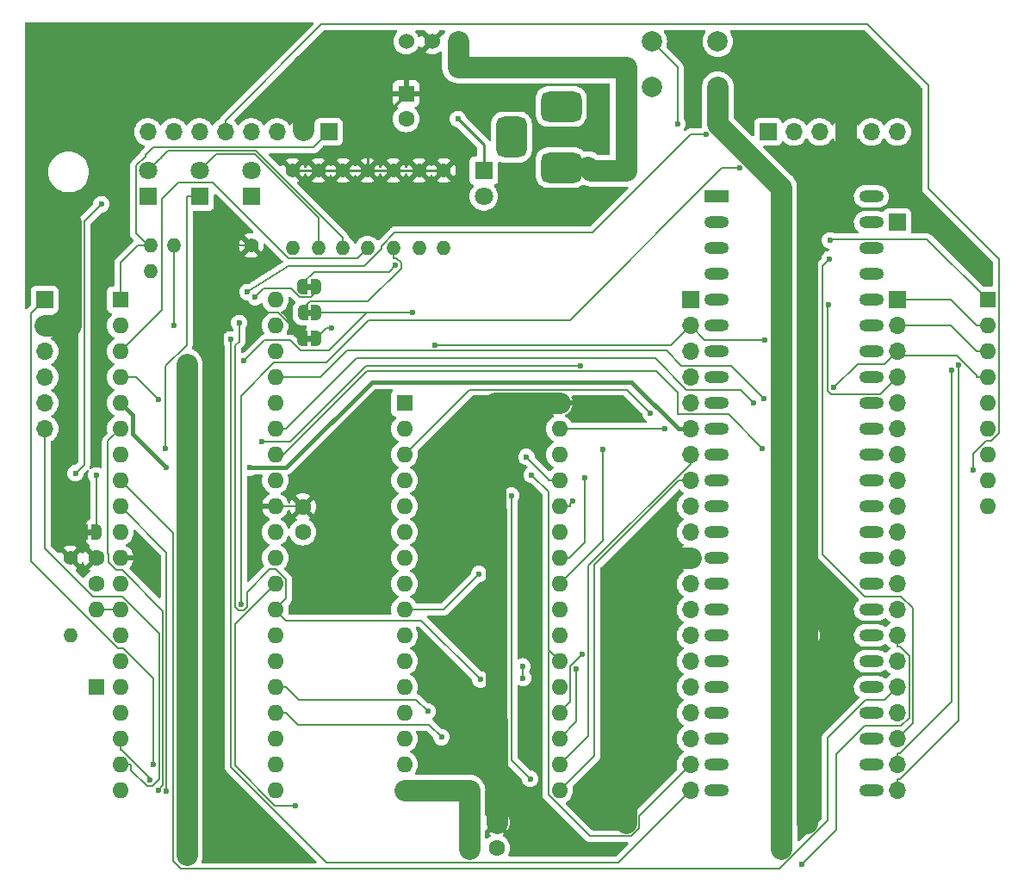
<source format=gtl>
G04 #@! TF.GenerationSoftware,KiCad,Pcbnew,(7.0.0)*
G04 #@! TF.CreationDate,2023-05-29T01:19:42+09:00*
G04 #@! TF.ProjectId,EMUPU_RAM40,454d5550-555f-4524-914d-34302e6b6963,003 (DIRECT)*
G04 #@! TF.SameCoordinates,PX55d4a80PY9043270*
G04 #@! TF.FileFunction,Copper,L1,Top*
G04 #@! TF.FilePolarity,Positive*
%FSLAX46Y46*%
G04 Gerber Fmt 4.6, Leading zero omitted, Abs format (unit mm)*
G04 Created by KiCad (PCBNEW (7.0.0)) date 2023-05-29 01:19:42*
%MOMM*%
%LPD*%
G01*
G04 APERTURE LIST*
G04 Aperture macros list*
%AMRoundRect*
0 Rectangle with rounded corners*
0 $1 Rounding radius*
0 $2 $3 $4 $5 $6 $7 $8 $9 X,Y pos of 4 corners*
0 Add a 4 corners polygon primitive as box body*
4,1,4,$2,$3,$4,$5,$6,$7,$8,$9,$2,$3,0*
0 Add four circle primitives for the rounded corners*
1,1,$1+$1,$2,$3*
1,1,$1+$1,$4,$5*
1,1,$1+$1,$6,$7*
1,1,$1+$1,$8,$9*
0 Add four rect primitives between the rounded corners*
20,1,$1+$1,$2,$3,$4,$5,0*
20,1,$1+$1,$4,$5,$6,$7,0*
20,1,$1+$1,$6,$7,$8,$9,0*
20,1,$1+$1,$8,$9,$2,$3,0*%
%AMFreePoly0*
4,1,19,0.500000,-0.750000,0.000000,-0.750000,0.000000,-0.744911,-0.071157,-0.744911,-0.207708,-0.704816,-0.327430,-0.627875,-0.420627,-0.520320,-0.479746,-0.390866,-0.500000,-0.250000,-0.500000,0.250000,-0.479746,0.390866,-0.420627,0.520320,-0.327430,0.627875,-0.207708,0.704816,-0.071157,0.744911,0.000000,0.744911,0.000000,0.750000,0.500000,0.750000,0.500000,-0.750000,0.500000,-0.750000,
$1*%
%AMFreePoly1*
4,1,19,0.000000,0.744911,0.071157,0.744911,0.207708,0.704816,0.327430,0.627875,0.420627,0.520320,0.479746,0.390866,0.500000,0.250000,0.500000,-0.250000,0.479746,-0.390866,0.420627,-0.520320,0.327430,-0.627875,0.207708,-0.704816,0.071157,-0.744911,0.000000,-0.744911,0.000000,-0.750000,-0.500000,-0.750000,-0.500000,0.750000,0.000000,0.750000,0.000000,0.744911,0.000000,0.744911,
$1*%
G04 Aperture macros list end*
G04 #@! TA.AperFunction,ComponentPad*
%ADD10C,1.400000*%
G04 #@! TD*
G04 #@! TA.AperFunction,ComponentPad*
%ADD11O,1.400000X1.400000*%
G04 #@! TD*
G04 #@! TA.AperFunction,SMDPad,CuDef*
%ADD12FreePoly0,180.000000*%
G04 #@! TD*
G04 #@! TA.AperFunction,SMDPad,CuDef*
%ADD13FreePoly1,180.000000*%
G04 #@! TD*
G04 #@! TA.AperFunction,ComponentPad*
%ADD14R,1.600000X1.600000*%
G04 #@! TD*
G04 #@! TA.AperFunction,ComponentPad*
%ADD15O,1.600000X1.600000*%
G04 #@! TD*
G04 #@! TA.AperFunction,SMDPad,CuDef*
%ADD16FreePoly0,0.000000*%
G04 #@! TD*
G04 #@! TA.AperFunction,SMDPad,CuDef*
%ADD17FreePoly1,0.000000*%
G04 #@! TD*
G04 #@! TA.AperFunction,ComponentPad*
%ADD18R,1.700000X1.700000*%
G04 #@! TD*
G04 #@! TA.AperFunction,ComponentPad*
%ADD19O,1.700000X1.700000*%
G04 #@! TD*
G04 #@! TA.AperFunction,ComponentPad*
%ADD20RoundRect,0.750000X-1.250000X0.750000X-1.250000X-0.750000X1.250000X-0.750000X1.250000X0.750000X0*%
G04 #@! TD*
G04 #@! TA.AperFunction,ComponentPad*
%ADD21RoundRect,0.750000X-0.750000X1.250000X-0.750000X-1.250000X0.750000X-1.250000X0.750000X1.250000X0*%
G04 #@! TD*
G04 #@! TA.AperFunction,ComponentPad*
%ADD22C,1.524000*%
G04 #@! TD*
G04 #@! TA.AperFunction,ComponentPad*
%ADD23R,1.800000X1.800000*%
G04 #@! TD*
G04 #@! TA.AperFunction,ComponentPad*
%ADD24C,1.800000*%
G04 #@! TD*
G04 #@! TA.AperFunction,ComponentPad*
%ADD25C,2.000000*%
G04 #@! TD*
G04 #@! TA.AperFunction,ComponentPad*
%ADD26R,2.400000X1.200000*%
G04 #@! TD*
G04 #@! TA.AperFunction,ComponentPad*
%ADD27O,2.400000X1.200000*%
G04 #@! TD*
G04 #@! TA.AperFunction,ComponentPad*
%ADD28C,1.600000*%
G04 #@! TD*
G04 #@! TA.AperFunction,ViaPad*
%ADD29C,1.270000*%
G04 #@! TD*
G04 #@! TA.AperFunction,ViaPad*
%ADD30C,0.600000*%
G04 #@! TD*
G04 #@! TA.AperFunction,Conductor*
%ADD31C,2.100000*%
G04 #@! TD*
G04 #@! TA.AperFunction,Conductor*
%ADD32C,0.152400*%
G04 #@! TD*
G04 #@! TA.AperFunction,Conductor*
%ADD33C,0.250000*%
G04 #@! TD*
G04 #@! TA.AperFunction,Conductor*
%ADD34C,0.381000*%
G04 #@! TD*
G04 APERTURE END LIST*
G36*
X7390000Y34130000D02*
G01*
X6890000Y34130000D01*
X6890000Y34730000D01*
X7390000Y34730000D01*
X7390000Y34130000D01*
G37*
G36*
X28980000Y58260000D02*
G01*
X28480000Y58260000D01*
X28480000Y58860000D01*
X28980000Y58860000D01*
X28980000Y58260000D01*
G37*
G36*
X28980000Y53180000D02*
G01*
X28480000Y53180000D01*
X28480000Y53780000D01*
X28980000Y53780000D01*
X28980000Y53180000D01*
G37*
G36*
X29010000Y55720000D02*
G01*
X28510000Y55720000D01*
X28510000Y56320000D01*
X29010000Y56320000D01*
X29010000Y55720000D01*
G37*
D10*
X34460000Y69990000D03*
D11*
X34459999Y62369999D03*
D10*
X32047000Y69990000D03*
D11*
X32046999Y62369999D03*
D12*
X7790000Y34430000D03*
D13*
X6490000Y34430000D03*
D14*
X10159999Y57289999D03*
D15*
X10159999Y54749999D03*
X10159999Y52209999D03*
X10159999Y49669999D03*
X10159999Y47129999D03*
X10159999Y44589999D03*
X10159999Y42049999D03*
X10159999Y39509999D03*
X10159999Y36969999D03*
X10159999Y34429999D03*
X10159999Y31889999D03*
X10159999Y29349999D03*
X10159999Y26809999D03*
X10159999Y24269999D03*
X10159999Y21729999D03*
X10159999Y19189999D03*
X10159999Y16649999D03*
X10159999Y14109999D03*
X10159999Y11569999D03*
X10159999Y9029999D03*
X25399999Y9029999D03*
X25399999Y11569999D03*
X25399999Y14109999D03*
X25399999Y16649999D03*
X25399999Y19189999D03*
X25399999Y21729999D03*
X25399999Y24269999D03*
X25399999Y26809999D03*
X25399999Y29349999D03*
X25399999Y31889999D03*
X25399999Y34429999D03*
X25399999Y36969999D03*
X25399999Y39509999D03*
X25399999Y42049999D03*
X25399999Y44589999D03*
X25399999Y47129999D03*
X25399999Y49669999D03*
X25399999Y52209999D03*
X25399999Y54749999D03*
X25399999Y57289999D03*
D16*
X28080000Y58560000D03*
D17*
X29380000Y58560000D03*
D18*
X2709999Y57289999D03*
D19*
X2709999Y54749999D03*
X2709999Y52209999D03*
X2709999Y49669999D03*
X2709999Y47129999D03*
X2709999Y44589999D03*
D10*
X5504000Y60084000D03*
D11*
X13123999Y60083999D03*
D20*
X53510000Y70292000D03*
X53510000Y76292000D03*
D21*
X48610000Y73292000D03*
D18*
X86529999Y57289999D03*
D19*
X86529999Y54749999D03*
X86529999Y52209999D03*
X86529999Y49669999D03*
X86529999Y47129999D03*
X86529999Y44589999D03*
X86529999Y42049999D03*
X86529999Y39509999D03*
X86529999Y36969999D03*
X86529999Y34429999D03*
X86529999Y31889999D03*
X86529999Y29349999D03*
X86529999Y26809999D03*
X86529999Y24269999D03*
X86529999Y21729999D03*
X86529999Y19189999D03*
X86529999Y16649999D03*
X86529999Y14109999D03*
X86529999Y11569999D03*
X86529999Y9029999D03*
D10*
X27094000Y69990000D03*
D11*
X27093999Y62369999D03*
D10*
X37000000Y69990000D03*
D11*
X36999999Y62369999D03*
D22*
X38270000Y82690000D03*
X40810000Y82690000D03*
X43350000Y82690000D03*
D10*
X41953000Y69990000D03*
D11*
X41952999Y62369999D03*
D18*
X86529999Y64909999D03*
D23*
X23029999Y67449999D03*
D24*
X23030000Y69990000D03*
D10*
X39540000Y69990000D03*
D11*
X39539999Y62369999D03*
D10*
X29634000Y69990000D03*
D11*
X29633999Y62369999D03*
D18*
X66209999Y57289999D03*
D19*
X66209999Y54749999D03*
X66209999Y52209999D03*
X66209999Y49669999D03*
X66209999Y47129999D03*
X66209999Y44589999D03*
X66209999Y42049999D03*
X66209999Y39509999D03*
X66209999Y36969999D03*
X66209999Y34429999D03*
X66209999Y31889999D03*
X66209999Y29349999D03*
X66209999Y26809999D03*
X66209999Y24269999D03*
X66209999Y21729999D03*
X66209999Y19189999D03*
X66209999Y16649999D03*
X66209999Y14109999D03*
X66209999Y11569999D03*
X66209999Y9029999D03*
D14*
X7789999Y19189999D03*
D15*
X7789999Y26809999D03*
D12*
X29380000Y53480000D03*
D13*
X28080000Y53480000D03*
D25*
X62400000Y82690000D03*
X68900000Y82690000D03*
X62400000Y78190000D03*
X68900000Y78190000D03*
D26*
X68749999Y67449999D03*
D27*
X68749999Y64909999D03*
X68749999Y62369999D03*
X68749999Y59829999D03*
X68749999Y57289999D03*
X68749999Y54749999D03*
X68749999Y52209999D03*
X68749999Y49669999D03*
X68749999Y47129999D03*
X68749999Y44589999D03*
X68749999Y42049999D03*
X68749999Y39509999D03*
X68749999Y36969999D03*
X68749999Y34429999D03*
X68749999Y31889999D03*
X68749999Y29349999D03*
X68749999Y26809999D03*
X68749999Y24269999D03*
X68749999Y21729999D03*
X68749999Y19189999D03*
X68749999Y16649999D03*
X68749999Y14109999D03*
X68749999Y11569999D03*
X68749999Y9029999D03*
X83989999Y9029999D03*
X83989999Y11569999D03*
X83989999Y14109999D03*
X83989999Y16649999D03*
X83989999Y19189999D03*
X83989999Y21729999D03*
X83989999Y24269999D03*
X83989999Y26809999D03*
X83989999Y29349999D03*
X83989999Y31889999D03*
X83989999Y34429999D03*
X83989999Y36969999D03*
X83989999Y39509999D03*
X83989999Y42049999D03*
X83989999Y44589999D03*
X83989999Y47129999D03*
X83989999Y49669999D03*
X83989999Y52209999D03*
X83989999Y54749999D03*
X83989999Y57289999D03*
X83989999Y59829999D03*
X83989999Y62369999D03*
X83989999Y64909999D03*
X83989999Y67449999D03*
D18*
X73829999Y73799999D03*
D19*
X76369999Y73799999D03*
X78909999Y73799999D03*
X81449999Y73799999D03*
X83989999Y73799999D03*
X86529999Y73799999D03*
D18*
X30649999Y73799999D03*
D19*
X28109999Y73799999D03*
X25569999Y73799999D03*
X23029999Y73799999D03*
X20489999Y73799999D03*
X17949999Y73799999D03*
X15409999Y73799999D03*
X12869999Y73799999D03*
D28*
X77640000Y24270000D03*
X75140000Y24270000D03*
D14*
X38099999Y47129999D03*
D15*
X38099999Y44589999D03*
X38099999Y42049999D03*
X38099999Y39509999D03*
X38099999Y36969999D03*
X38099999Y34429999D03*
X38099999Y31889999D03*
X38099999Y29349999D03*
X38099999Y26809999D03*
X38099999Y24269999D03*
X38099999Y21729999D03*
X38099999Y19189999D03*
X38099999Y16649999D03*
X38099999Y14109999D03*
X38099999Y11569999D03*
X38099999Y9029999D03*
X53339999Y9029999D03*
X53339999Y11569999D03*
X53339999Y14109999D03*
X53339999Y16649999D03*
X53339999Y19189999D03*
X53339999Y21729999D03*
X53339999Y24269999D03*
X53339999Y26809999D03*
X53339999Y29349999D03*
X53339999Y31889999D03*
X53339999Y34429999D03*
X53339999Y36969999D03*
X53339999Y39509999D03*
X53339999Y42049999D03*
X53339999Y44589999D03*
X53339999Y47129999D03*
D28*
X7790000Y31870000D03*
X7790000Y29370000D03*
X28110000Y36930000D03*
X28110000Y34430000D03*
D14*
X38269999Y77569999D03*
D28*
X38270000Y75070000D03*
D23*
X17949999Y67449999D03*
D24*
X17950000Y69990000D03*
D23*
X45889999Y69989999D03*
D24*
X45890000Y67450000D03*
D10*
X23030000Y62624000D03*
D11*
X15409999Y62623999D03*
D10*
X5504000Y62624000D03*
D11*
X13123999Y62623999D03*
D10*
X5250000Y31890000D03*
D11*
X5249999Y24269999D03*
D23*
X12869999Y67449999D03*
D24*
X12870000Y69990000D03*
D28*
X77640000Y44590000D03*
X75140000Y44590000D03*
D16*
X28110000Y56020000D03*
D17*
X29410000Y56020000D03*
D28*
X47160000Y5855000D03*
X47160000Y3355000D03*
D14*
X95419999Y57289999D03*
D15*
X95419999Y54749999D03*
X95419999Y52209999D03*
X95419999Y49669999D03*
X95419999Y47129999D03*
X95419999Y44589999D03*
X95419999Y42049999D03*
X95419999Y39509999D03*
X95419999Y36969999D03*
D29*
X5250000Y64910000D03*
X77640000Y5855000D03*
X19220000Y64910000D03*
X19220000Y31890000D03*
X19220000Y6490000D03*
X59860000Y5855000D03*
X81450000Y80150000D03*
X28110000Y80404000D03*
X19220000Y36970000D03*
D30*
X64940000Y74562000D03*
X43350000Y75070000D03*
D29*
X16680000Y50940000D03*
X16680000Y29350000D03*
X16680000Y2680000D03*
X16680000Y34430000D03*
D30*
X79926000Y63132000D03*
X75140000Y63132000D03*
D29*
X44480000Y3315000D03*
X75100000Y3315000D03*
D30*
X15410000Y54750000D03*
X20986000Y53397600D03*
X50604000Y40045000D03*
X14648000Y40780000D03*
X22903000Y40780000D03*
X57574000Y42558000D03*
X37203000Y60659100D03*
X92543000Y50880000D03*
X14614400Y42685000D03*
X14708000Y8949000D03*
X41064000Y52845000D03*
X73479000Y53338900D03*
X71023873Y70231873D03*
X22019000Y27293000D03*
X13078000Y10051000D03*
X80313000Y48634000D03*
X55805000Y39738000D03*
X54618000Y37527000D03*
X41737500Y14275500D03*
X55010000Y20956000D03*
X40382000Y16794000D03*
X55588000Y22441000D03*
X62273000Y46114000D03*
X63670000Y44590000D03*
X27348000Y7506000D03*
X73281000Y42657000D03*
X72388000Y47128000D03*
X45440500Y30307500D03*
X73467000Y47584000D03*
X93972000Y40526800D03*
X79774600Y56815500D03*
X22649000Y58052000D03*
X67724628Y73538011D03*
X77186000Y1762000D03*
X13906000Y9069000D03*
X79877000Y61283200D03*
X91906000Y50369000D03*
X50446000Y10157000D03*
X48590000Y38033000D03*
X45557427Y19951676D03*
X49700000Y21229500D03*
X49755200Y20088100D03*
X21852202Y55004276D03*
X50081100Y41822800D03*
X13886000Y47511000D03*
X22333100Y51279300D03*
X38905000Y56020000D03*
X23411000Y57544000D03*
X8298000Y66688000D03*
X5744500Y40232100D03*
X13387000Y11623000D03*
X30904000Y54496000D03*
X55415000Y50813000D03*
X24046000Y43320000D03*
X7790000Y40018000D03*
D31*
X81450000Y73800000D02*
X81450000Y80150000D01*
D32*
X6490000Y33170000D02*
X7790000Y31870000D01*
X28080000Y53584906D02*
X25644906Y56020000D01*
D31*
X77640000Y44590000D02*
X77640000Y68720000D01*
D33*
X27094000Y69990000D02*
X29507000Y69990000D01*
X37000000Y69990000D02*
X39540000Y69990000D01*
D31*
X19220000Y62624000D02*
X19220000Y64910000D01*
X77640000Y68720000D02*
X78910000Y69990000D01*
D32*
X27881200Y53678800D02*
X28080000Y53480000D01*
D33*
X34460000Y69990000D02*
X37000000Y69990000D01*
D31*
X19220000Y56655000D02*
X19220000Y62624000D01*
D33*
X34460000Y73760000D02*
X38270000Y77570000D01*
D31*
X46990000Y47130000D02*
X47160000Y5855000D01*
X19220000Y31890000D02*
X19220000Y6490000D01*
X66210000Y31890000D02*
X59860000Y31890000D01*
D32*
X28070000Y36970000D02*
X28110000Y36930000D01*
D31*
X77640000Y24270000D02*
X77640000Y44590000D01*
D33*
X34460000Y69990000D02*
X34460000Y73760000D01*
D32*
X25400000Y36970000D02*
X28070000Y36970000D01*
D31*
X77640000Y5855000D02*
X77640000Y24270000D01*
D32*
X23030000Y62624000D02*
X19220000Y62624000D01*
D31*
X19220000Y36970000D02*
X19220000Y55258000D01*
X28110000Y80404000D02*
X28110000Y73999900D01*
D32*
X6490000Y34430000D02*
X6490000Y33170000D01*
D31*
X19220000Y55258000D02*
X19220000Y56655000D01*
D33*
X39540000Y69990000D02*
X41953000Y69990000D01*
X29507000Y69990000D02*
X31920000Y69990000D01*
D31*
X19220000Y36970000D02*
X19220000Y31890000D01*
X5250000Y64910000D02*
X5250000Y54750000D01*
D32*
X25644906Y56020000D02*
X19855000Y56020000D01*
D31*
X81450000Y69990000D02*
X81450000Y73800000D01*
X5250000Y54750000D02*
X2710000Y54750000D01*
D33*
X31920000Y69990000D02*
X34460000Y69990000D01*
D32*
X28080000Y53105200D02*
X28080000Y53480000D01*
X19855000Y56020000D02*
X19220000Y56655000D01*
X28080000Y53480000D02*
X28080000Y53584906D01*
X19220000Y55258000D02*
X19982000Y55258000D01*
D31*
X78910000Y69990000D02*
X81450000Y69990000D01*
X59860000Y31890000D02*
X59860000Y5855000D01*
X53340000Y47130000D02*
X46990000Y47130000D01*
D32*
X7790000Y26810000D02*
X10160000Y26810000D01*
X13378000Y72276000D02*
X12613336Y71511336D01*
X11698800Y70475127D02*
X11698800Y63795200D01*
X10160000Y60930000D02*
X10160000Y57290000D01*
X12870000Y62624000D02*
X11854000Y62624000D01*
X11698800Y63795200D02*
X12870000Y62624000D01*
X11854000Y62624000D02*
X10160000Y60930000D01*
X12613336Y71511336D02*
X12613336Y71389664D01*
X29126000Y72276000D02*
X13378000Y72276000D01*
X30650000Y73800000D02*
X29126000Y72276000D01*
X64940000Y76310500D02*
X64940000Y80150000D01*
X64940000Y80150000D02*
X62400000Y82690000D01*
X12613336Y71389664D02*
X11698800Y70475127D01*
X64940000Y74562000D02*
X64940000Y76310500D01*
D31*
X16680000Y34430000D02*
X16680000Y29350000D01*
D32*
X89468800Y63241200D02*
X80035200Y63241200D01*
D31*
X75140000Y24270000D02*
X75140000Y44590000D01*
X16680000Y34430000D02*
X16680000Y50940000D01*
X75140000Y68300000D02*
X68900000Y74540000D01*
X75140000Y44590000D02*
X75140000Y63132000D01*
D32*
X80035200Y63241200D02*
X79926000Y63132000D01*
X95420000Y57290000D02*
X89468800Y63241200D01*
D31*
X68900000Y74540000D02*
X68900000Y78190000D01*
X75100000Y3315000D02*
X75140000Y3990000D01*
X16680000Y29350000D02*
X16680000Y2680000D01*
X44480000Y3315000D02*
X44480000Y9030000D01*
D33*
X45890000Y69990000D02*
X45890000Y72530000D01*
D31*
X75140000Y63132000D02*
X75140000Y68300000D01*
X44480000Y9030000D02*
X38100000Y9030000D01*
D33*
X45890000Y72530000D02*
X43350000Y75070000D01*
D31*
X75140000Y3990000D02*
X75140000Y24270000D01*
D32*
X19541200Y71581200D02*
X23360502Y71581200D01*
X17950000Y69990000D02*
X19541200Y71581200D01*
X29634000Y65307702D02*
X29634000Y62370000D01*
X23360502Y71581200D02*
X29634000Y65307702D01*
X20986000Y11364000D02*
X20986000Y53397600D01*
X30382000Y1968000D02*
X20986000Y11364000D01*
X66210000Y9030000D02*
X59148000Y1968000D01*
X59148000Y1968000D02*
X30382000Y1968000D01*
X15410000Y62624000D02*
X15410000Y54750000D01*
X52238000Y8615000D02*
X52238000Y22626000D01*
X53340000Y21730000D02*
X52341000Y22729000D01*
X61181200Y6541200D02*
X61181200Y5308200D01*
X52341000Y22729000D02*
X52240000Y22830000D01*
X19191800Y68818800D02*
X15889800Y68818800D01*
X19220000Y68847000D02*
X19191800Y68818800D01*
X52238000Y22626000D02*
X52341000Y22729000D01*
X52240000Y38408000D02*
X50604000Y40045000D01*
X56334000Y4520000D02*
X52238000Y8615000D01*
X26668200Y61398800D02*
X19220000Y68847000D01*
X14267000Y67196000D02*
X14267000Y56317000D01*
X14267000Y56317000D02*
X10160000Y52210000D01*
X61181200Y5308200D02*
X60393000Y4520000D01*
X15889800Y68818800D02*
X14267000Y67196000D01*
X66210000Y11570000D02*
X61181200Y6541200D01*
X52240000Y22830000D02*
X52240000Y38408000D01*
X33488800Y61398800D02*
X26668200Y61398800D01*
X34460000Y62370000D02*
X33488800Y61398800D01*
X60393000Y4520000D02*
X56334000Y4520000D01*
X32047000Y63386000D02*
X32047000Y62370000D01*
X23504400Y71928600D02*
X32047000Y63386000D01*
X14041200Y71161200D02*
X14140000Y71161200D01*
X14808600Y71928600D02*
X23504400Y71928600D01*
X14140000Y71260000D02*
X14808600Y71928600D01*
X14140000Y71161200D02*
X14140000Y71260000D01*
X12870000Y69990000D02*
X14041200Y71161200D01*
D34*
X27221000Y41542000D02*
X26459000Y40780000D01*
X14648000Y40780000D02*
X11345500Y44082500D01*
X65007919Y44590000D02*
X60385419Y49212500D01*
X66210000Y44590000D02*
X65007919Y44590000D01*
D32*
X10160000Y47130000D02*
X11231200Y46058800D01*
D34*
X60385419Y49212500D02*
X34891500Y49212500D01*
X11345500Y44082500D02*
X11345500Y45944500D01*
X26459000Y40780000D02*
X22903000Y40780000D01*
X11345500Y45944500D02*
X10160000Y47130000D01*
X34891500Y49212500D02*
X27221000Y41542000D01*
D32*
X53340000Y29350000D02*
X57658000Y33668000D01*
X57574000Y33752000D02*
X57574000Y42558000D01*
X57658000Y33668000D02*
X57574000Y33752000D01*
X86810000Y10151000D02*
X92543000Y15884000D01*
X29202524Y60016060D02*
X36559940Y60016060D01*
X86530000Y9030000D02*
X86530000Y10151000D01*
X92543000Y15884000D02*
X92543000Y50880000D01*
X28080000Y58560000D02*
X28080000Y58893536D01*
X28080000Y58893536D02*
X29202524Y60016060D01*
X37203000Y60659100D02*
X36559940Y60016060D01*
X86530000Y10151000D02*
X86810000Y10151000D01*
X15330000Y2078000D02*
X16110000Y1299000D01*
X15330000Y34340000D02*
X15330000Y2078000D01*
X83427000Y17920000D02*
X85260000Y17920000D01*
X85260000Y17920000D02*
X86530000Y19190000D01*
X79699000Y6046000D02*
X79699000Y14192000D01*
X16110000Y1299000D02*
X74953000Y1299000D01*
X10160000Y39510000D02*
X15330000Y34340000D01*
X74953000Y1299000D02*
X79699000Y6046000D01*
X79699000Y14192000D02*
X83427000Y17920000D01*
X16680000Y67450000D02*
X16680000Y52808459D01*
X14614400Y50742859D02*
X14614400Y42685000D01*
X14708000Y32422000D02*
X14708000Y8949000D01*
X17950000Y67450000D02*
X16680000Y67450000D01*
X16680000Y52808459D02*
X14614400Y50742859D01*
X10160000Y36970000D02*
X14708000Y32422000D01*
X67621000Y53338900D02*
X73479000Y53338900D01*
X64305000Y52845000D02*
X66210000Y54750000D01*
X41064000Y52845000D02*
X64305000Y52845000D01*
X66210000Y54750000D02*
X67621000Y53338900D01*
X68769409Y69716591D02*
X69284691Y70231873D01*
X34610070Y55302020D02*
X54354980Y55302020D01*
X25265000Y51083000D02*
X30391050Y51083000D01*
X54354980Y55302020D02*
X68769409Y69716591D01*
X22019000Y27293000D02*
X22019000Y47837000D01*
X22019000Y47837000D02*
X25265000Y51083000D01*
X69284691Y70231873D02*
X71023873Y70231873D01*
X30391050Y51083000D02*
X34610070Y55302020D01*
X13078000Y10232000D02*
X13078000Y10051000D01*
X56774000Y31195000D02*
X65089000Y39510000D01*
X56774000Y12464000D02*
X56774000Y31195000D01*
X53340000Y9030000D02*
X56774000Y12464000D01*
X10160000Y14110000D02*
X10160000Y13039000D01*
X10271000Y13039000D02*
X13078000Y10232000D01*
X65089000Y39510000D02*
X66210000Y39510000D01*
X10160000Y13039000D02*
X10271000Y13039000D01*
X82619000Y50940000D02*
X85260000Y50940000D01*
X86144000Y51824500D02*
X86530000Y52210000D01*
X85260000Y50940000D02*
X86144000Y51824500D01*
X94349000Y49670000D02*
X94349000Y49892000D01*
X95420000Y49670000D02*
X94349000Y49670000D01*
X92416000Y51824500D02*
X86144000Y51824500D01*
X80313000Y48634000D02*
X82619000Y50940000D01*
X94349000Y49892000D02*
X92416000Y51824500D01*
X54272000Y31890000D02*
X55805000Y33423000D01*
X94349000Y52210000D02*
X91809000Y54750000D01*
X95420000Y52210000D02*
X94349000Y52210000D01*
X91809000Y54750000D02*
X86530000Y54750000D01*
X55805000Y33423000D02*
X55805000Y39738000D01*
X53340000Y31890000D02*
X54272000Y31890000D01*
X95420000Y54750000D02*
X94349000Y54750000D01*
X94349000Y54750000D02*
X91809000Y57290000D01*
X91809000Y57290000D02*
X86530000Y57290000D01*
X54411000Y37320000D02*
X54618000Y37527000D01*
X53340000Y36970000D02*
X54411000Y36970000D01*
X54411000Y36970000D02*
X54411000Y37320000D01*
X56160000Y14390000D02*
X56160000Y31111000D01*
X56160000Y31111000D02*
X66210000Y41161000D01*
X66210000Y41161000D02*
X66210000Y42050000D01*
X53340000Y11570000D02*
X56160000Y14390000D01*
X53340000Y14110000D02*
X55010000Y15780000D01*
X41737500Y14275500D02*
X40514000Y15498000D01*
X40514000Y15498000D02*
X27623000Y15498000D01*
X55010000Y15780000D02*
X55010000Y20956000D01*
X26471000Y16650000D02*
X25400000Y16650000D01*
X27623000Y15498000D02*
X26471000Y16650000D01*
X54411000Y21264000D02*
X55588000Y22441000D01*
X26471000Y19190000D02*
X27741000Y17920000D01*
X54411000Y17721000D02*
X54411000Y21264000D01*
X25400000Y19190000D02*
X26471000Y19190000D01*
X53340000Y16650000D02*
X54411000Y17721000D01*
X27741000Y17920000D02*
X39256000Y17920000D01*
X39256000Y17920000D02*
X40382000Y16794000D01*
X59935800Y48451200D02*
X62273000Y46114000D01*
X44501200Y48451200D02*
X59935800Y48451200D01*
X38100000Y42050000D02*
X44501200Y48451200D01*
X63670000Y44590000D02*
X53340000Y44590000D01*
X25350512Y7540512D02*
X21408000Y11484000D01*
X21408000Y25358000D02*
X25400000Y29350000D01*
X25385024Y7506000D02*
X25350512Y7540512D01*
X27348000Y7506000D02*
X25385024Y7506000D01*
X21408000Y11484000D02*
X21408000Y25358000D01*
X69934000Y46004000D02*
X73281000Y42657000D01*
X62844800Y50241800D02*
X62852851Y50249851D01*
X62852851Y50249851D02*
X64940000Y48162702D01*
X26205000Y42050000D02*
X34396800Y50241800D01*
X25400000Y42050000D02*
X26205000Y42050000D01*
X34396800Y50241800D02*
X62844800Y50241800D01*
X64940000Y48162702D02*
X64940000Y46004000D01*
X64940000Y46004000D02*
X69934000Y46004000D01*
X71117000Y48400000D02*
X65829000Y48400000D01*
X62750800Y51511800D02*
X33346894Y51511800D01*
X72388000Y47128000D02*
X71117000Y48400000D01*
X33346894Y51511800D02*
X26425094Y44590000D01*
X26425094Y44590000D02*
X25400000Y44590000D01*
X65829000Y48433600D02*
X62750800Y51511800D01*
X65829000Y48400000D02*
X65829000Y48433600D01*
X45440500Y30307500D02*
X41943000Y26810000D01*
X41943000Y26810000D02*
X38100000Y26810000D01*
X33190000Y52273800D02*
X32755800Y52273800D01*
X63860200Y52273800D02*
X65321000Y50813000D01*
X65321000Y50803000D02*
X70248000Y50803000D01*
X32437250Y52273800D02*
X37254000Y52273800D01*
X25400000Y49670000D02*
X29833450Y49670000D01*
X32999200Y52273800D02*
X33190000Y52273800D01*
X33190000Y52273800D02*
X37254000Y52273800D01*
X70248000Y50803000D02*
X73467000Y47584000D01*
X37254000Y52273800D02*
X63860200Y52273800D01*
X65321000Y50813000D02*
X65321000Y50803000D01*
X29833450Y49670000D02*
X32437250Y52273800D01*
X89578000Y78372000D02*
X89578000Y68212000D01*
X96436000Y61354000D02*
X96506900Y61354000D01*
X95789600Y43443000D02*
X95249200Y43443000D01*
X83568200Y84381800D02*
X89578000Y78372000D01*
X20490000Y74921300D02*
X29950500Y84381800D01*
X29950500Y84381800D02*
X83568200Y84381800D01*
X95249200Y43443000D02*
X93972000Y42165800D01*
X93972000Y42165800D02*
X93972000Y40526800D01*
X96506900Y44160300D02*
X95789600Y43443000D01*
X89578000Y68212000D02*
X96436000Y61354000D01*
X96506900Y61354000D02*
X96506900Y44160300D01*
X20490000Y73800000D02*
X20490000Y74921300D01*
X79729200Y48342700D02*
X80070500Y48001400D01*
X84861400Y48001400D02*
X86530000Y49670000D01*
X80070500Y48001400D02*
X84861400Y48001400D01*
X79729200Y56770100D02*
X79729200Y48342700D01*
X79774600Y56815500D02*
X79729200Y56770100D01*
X34127000Y60603900D02*
X35808000Y62285100D01*
X22649000Y58052000D02*
X26675000Y60603900D01*
X66224311Y73538011D02*
X67724628Y73538011D01*
X35808000Y62574100D02*
X37132000Y63897900D01*
X35808000Y62285100D02*
X35808000Y62574100D01*
X65365000Y72678700D02*
X66224311Y73538011D01*
X56584000Y63897900D02*
X65365000Y72678700D01*
X37132000Y63897900D02*
X56584000Y63897900D01*
X26675000Y60603900D02*
X34127000Y60603900D01*
X86810000Y23149000D02*
X87700000Y22259000D01*
X87700000Y22259000D02*
X87700000Y16164000D01*
X14360000Y9524000D02*
X14360000Y26691000D01*
X8965000Y32277000D02*
X8947088Y32294912D01*
X8965000Y31499000D02*
X8965000Y32277000D01*
X8947088Y32294912D02*
X8947088Y43377088D01*
X14360000Y26691000D02*
X10317000Y30734000D01*
X87700000Y16164000D02*
X86916000Y15380000D01*
X83343000Y15380000D02*
X80538000Y12576000D01*
X86530000Y23149000D02*
X86810000Y23149000D01*
X10317000Y30734000D02*
X9730000Y30734000D01*
X86530000Y24270000D02*
X86530000Y23149000D01*
X80538000Y12576000D02*
X80538000Y5114000D01*
X9730000Y30734000D02*
X8965000Y31499000D01*
X8947088Y43377088D02*
X10160000Y44590000D01*
X13906000Y9069000D02*
X14360000Y9524000D01*
X86916000Y15380000D02*
X83343000Y15380000D01*
X80538000Y5114000D02*
X77186000Y1762000D01*
X83346000Y28080000D02*
X79190000Y32236000D01*
X88050000Y26963000D02*
X86933000Y28080000D01*
X88050000Y15630000D02*
X88050000Y26963000D01*
X86933000Y28080000D02*
X83346000Y28080000D01*
X86530000Y14110000D02*
X88050000Y15630000D01*
X79190000Y32236000D02*
X79190000Y60596600D01*
X79190000Y60596600D02*
X79877000Y61283200D01*
X37785000Y60913200D02*
X37785000Y60364300D01*
X28776000Y57097500D02*
X28110000Y56431700D01*
X37000000Y61398700D02*
X37299000Y61398700D01*
X34518000Y57097500D02*
X28776000Y57097500D01*
X86810000Y12691000D02*
X91906000Y17787000D01*
X91906000Y17787000D02*
X91906000Y50369000D01*
X37785000Y60364300D02*
X34518000Y57097500D01*
X28110000Y56431700D02*
X28110000Y56020000D01*
X37000000Y62370000D02*
X37000000Y61398700D01*
X86530000Y12691000D02*
X86810000Y12691000D01*
X37299000Y61398700D02*
X37785000Y60913200D01*
X86530000Y11570000D02*
X86530000Y12691000D01*
X50446000Y10157000D02*
X48590000Y12013000D01*
X48590000Y12013000D02*
X48590000Y38033000D01*
D31*
X56400000Y69990000D02*
X59860000Y69990000D01*
X56225000Y70165000D02*
X56400000Y69990000D01*
X59860000Y80150000D02*
X43350000Y80150000D01*
X56050000Y70340000D02*
X56225000Y70165000D01*
X59860000Y69990000D02*
X59860000Y80150000D01*
X43350000Y80150000D02*
X43350000Y82690000D01*
D32*
X53637000Y70165000D02*
X53510000Y70292000D01*
X56225000Y70165000D02*
X53637000Y70165000D01*
X21852202Y53191202D02*
X21447800Y52786800D01*
X25446106Y30818800D02*
X24863200Y30818800D01*
X21782401Y26721800D02*
X21447800Y27056401D01*
X49700000Y20143300D02*
X49755200Y20088100D01*
X22590200Y28545800D02*
X22590200Y27056401D01*
X26471200Y25738800D02*
X39770303Y25738800D01*
X21447800Y27056401D02*
X21447800Y52786800D01*
X22255599Y26721800D02*
X21782401Y26721800D01*
X26471200Y29793706D02*
X25446106Y30818800D01*
X21852202Y55004276D02*
X21852202Y53191202D01*
X24863200Y30818800D02*
X22590200Y28545800D01*
X25400000Y26810000D02*
X26471200Y25738800D01*
X25400000Y26810000D02*
X26471200Y27881200D01*
X22590200Y27056401D02*
X22255599Y26721800D01*
X49700000Y21229500D02*
X49700000Y20143300D01*
X39770303Y25738800D02*
X45557427Y19951676D01*
X26471200Y27881200D02*
X26471200Y29793706D01*
X26886300Y53281400D02*
X24335200Y53281400D01*
X52268700Y39510000D02*
X52268700Y39635200D01*
X34333000Y56020000D02*
X38905000Y56020000D01*
X24335200Y53281400D02*
X22333100Y51279300D01*
X10160000Y49670000D02*
X11727000Y49670000D01*
X52268700Y39635200D02*
X50081100Y41822800D01*
X11727000Y49670000D02*
X13886000Y47511000D01*
X30683149Y52324350D02*
X34333000Y55974201D01*
X27843350Y52324350D02*
X30683149Y52324350D01*
X29410000Y56020000D02*
X34333000Y56020000D01*
X53340000Y39510000D02*
X52268700Y39510000D01*
X34333000Y55974201D02*
X34333000Y56020000D01*
X27843350Y52324350D02*
X26886300Y53281400D01*
X23411000Y57544000D02*
X24228200Y58361200D01*
X28866800Y57538800D02*
X29380000Y58052000D01*
X27760558Y57538800D02*
X28866800Y57538800D01*
X24228200Y58361200D02*
X26938158Y58361200D01*
X26938158Y58361200D02*
X27760558Y57538800D01*
X6600600Y63556800D02*
X6600600Y41088200D01*
X6600600Y64990600D02*
X8298000Y66688000D01*
X6600600Y63556800D02*
X6600600Y64990600D01*
X6600600Y41088200D02*
X5744500Y40232100D01*
X7489300Y28090000D02*
X2710000Y32869000D01*
X10395000Y28090000D02*
X7489300Y28090000D01*
X13996000Y24489000D02*
X10395000Y28090000D01*
X2710000Y32869000D02*
X2710000Y44590000D01*
X13326000Y9465000D02*
X13996000Y10135000D01*
X11231000Y11029000D02*
X12796000Y9465000D01*
X10160000Y11570000D02*
X11231000Y11570000D01*
X12796000Y9465000D02*
X13326000Y9465000D01*
X11231000Y11570000D02*
X11231000Y11029000D01*
X13996000Y10135000D02*
X13996000Y24489000D01*
X13387000Y11623000D02*
X13387000Y20042000D01*
X9899000Y23000000D02*
X1357700Y31541000D01*
X1357700Y55937700D02*
X2710000Y57290000D01*
X10428000Y23000000D02*
X9899000Y23000000D01*
X13387000Y20042000D02*
X10428000Y23000000D01*
X1357700Y31541000D02*
X1357700Y55937700D01*
X30396000Y54496000D02*
X30904000Y54496000D01*
X29380000Y53480000D02*
X30396000Y54496000D01*
X26840000Y43320000D02*
X34333000Y50813000D01*
X55415000Y50813000D02*
X43350000Y50813000D01*
X7790000Y40018000D02*
X7790000Y34430000D01*
X24046000Y43320000D02*
X26840000Y43320000D01*
X34333000Y50813000D02*
X43350000Y50813000D01*
G04 #@! TA.AperFunction,Conductor*
G36*
X19520818Y67700179D02*
G01*
X19570181Y67669929D01*
X23204428Y64035681D01*
X23234678Y63986318D01*
X23239220Y63928602D01*
X23217065Y63875115D01*
X23173042Y63837515D01*
X23116747Y63824000D01*
X22924533Y63824000D01*
X22913173Y63822948D01*
X22705834Y63784190D01*
X22694851Y63781065D01*
X22498163Y63704868D01*
X22487950Y63699782D01*
X22388594Y63638264D01*
X22380659Y63630419D01*
X22386589Y63620964D01*
X24026285Y61981268D01*
X24038450Y61974614D01*
X24049578Y61982884D01*
X24051177Y61985001D01*
X24057186Y61994705D01*
X24151206Y62183523D01*
X24155329Y62194168D01*
X24213051Y62397042D01*
X24215149Y62408264D01*
X24234612Y62618291D01*
X24234612Y62629709D01*
X24227921Y62701915D01*
X24237051Y62761337D01*
X24273060Y62809481D01*
X24327482Y62835029D01*
X24387524Y62831975D01*
X24439071Y62801039D01*
X25279789Y61960320D01*
X26118052Y61122057D01*
X26147372Y61075446D01*
X26153618Y61020735D01*
X26135559Y60968715D01*
X26096756Y60929643D01*
X22848434Y58870677D01*
X22809880Y58854574D01*
X22768166Y58852190D01*
X22655923Y58864836D01*
X22649000Y58865616D01*
X22642077Y58864836D01*
X22474876Y58845998D01*
X22474867Y58845997D01*
X22467953Y58845217D01*
X22461383Y58842919D01*
X22461378Y58842917D01*
X22302553Y58787342D01*
X22302547Y58787340D01*
X22295985Y58785043D01*
X22290097Y58781344D01*
X22290092Y58781341D01*
X22147619Y58691819D01*
X22147614Y58691816D01*
X22141719Y58688111D01*
X22136794Y58683187D01*
X22136790Y58683183D01*
X22017817Y58564210D01*
X22017813Y58564206D01*
X22012889Y58559281D01*
X22009184Y58553386D01*
X22009181Y58553381D01*
X21919659Y58410908D01*
X21919656Y58410903D01*
X21915957Y58405015D01*
X21913660Y58398453D01*
X21913658Y58398447D01*
X21858083Y58239622D01*
X21858081Y58239617D01*
X21855783Y58233047D01*
X21855003Y58226133D01*
X21855002Y58226124D01*
X21840742Y58099558D01*
X21835384Y58052000D01*
X21836164Y58045077D01*
X21855002Y57877877D01*
X21855003Y57877870D01*
X21855783Y57870953D01*
X21858082Y57864382D01*
X21858083Y57864379D01*
X21913147Y57707013D01*
X21915957Y57698985D01*
X21919658Y57693095D01*
X21919659Y57693093D01*
X21972676Y57608717D01*
X22012889Y57544719D01*
X22141719Y57415889D01*
X22295985Y57318957D01*
X22467953Y57258783D01*
X22588773Y57245170D01*
X22640859Y57226945D01*
X22679881Y57187923D01*
X22759058Y57061913D01*
X22774889Y57036719D01*
X22903719Y56907889D01*
X23057985Y56810957D01*
X23229953Y56750783D01*
X23411000Y56730384D01*
X23592047Y56750783D01*
X23764015Y56810957D01*
X23918281Y56907889D01*
X23947373Y56936982D01*
X24002956Y56969073D01*
X24067144Y56969074D01*
X24122732Y56936982D01*
X24154826Y56881394D01*
X24164313Y56845987D01*
X24164319Y56845971D01*
X24165716Y56840757D01*
X24168000Y56835857D01*
X24168002Y56835854D01*
X24245816Y56668981D01*
X24262477Y56633251D01*
X24278371Y56610552D01*
X24390696Y56450135D01*
X24390699Y56450131D01*
X24393802Y56445700D01*
X24555700Y56283802D01*
X24560132Y56280699D01*
X24560134Y56280697D01*
X24595087Y56256223D01*
X24743251Y56152477D01*
X24786345Y56132382D01*
X24838520Y56086628D01*
X24857941Y56020003D01*
X24838523Y55953378D01*
X24786348Y55907620D01*
X24748162Y55889814D01*
X24748153Y55889809D01*
X24743251Y55887523D01*
X24738817Y55884419D01*
X24738813Y55884416D01*
X24560134Y55759304D01*
X24560124Y55759297D01*
X24555700Y55756198D01*
X24551874Y55752373D01*
X24551868Y55752367D01*
X24397633Y55598132D01*
X24397627Y55598126D01*
X24393802Y55594300D01*
X24390703Y55589876D01*
X24390696Y55589866D01*
X24265584Y55411187D01*
X24265581Y55411183D01*
X24262477Y55406749D01*
X24260188Y55401841D01*
X24260185Y55401835D01*
X24168002Y55204147D01*
X24167999Y55204140D01*
X24165716Y55199243D01*
X24164319Y55194033D01*
X24164316Y55194022D01*
X24107858Y54983320D01*
X24107855Y54983308D01*
X24106457Y54978087D01*
X24105985Y54972698D01*
X24105984Y54972689D01*
X24092306Y54816339D01*
X24086502Y54750000D01*
X24086974Y54744606D01*
X24086974Y54744605D01*
X24105984Y54527312D01*
X24105985Y54527305D01*
X24106457Y54521913D01*
X24107856Y54516692D01*
X24107858Y54516681D01*
X24164316Y54305979D01*
X24164318Y54305972D01*
X24165716Y54300757D01*
X24168000Y54295857D01*
X24168002Y54295854D01*
X24245041Y54130643D01*
X24262477Y54093251D01*
X24265583Y54088816D01*
X24265586Y54088810D01*
X24293801Y54048514D01*
X24315628Y53989545D01*
X24305723Y53927451D01*
X24266634Y53878199D01*
X24208411Y53854453D01*
X24190621Y53852111D01*
X24190619Y53852111D01*
X24182563Y53851050D01*
X24175058Y53847942D01*
X24175053Y53847940D01*
X24094597Y53814613D01*
X24047837Y53795245D01*
X24047835Y53795244D01*
X24040327Y53792134D01*
X24033885Y53787191D01*
X24033880Y53787188D01*
X24002303Y53762957D01*
X23924633Y53703360D01*
X23924629Y53703357D01*
X23918187Y53698413D01*
X23913242Y53691970D01*
X23913240Y53691967D01*
X23899599Y53674190D01*
X23888907Y53661999D01*
X22348820Y52121912D01*
X22314941Y52097873D01*
X22275024Y52086373D01*
X22255285Y52084149D01*
X22170382Y52074583D01*
X22102699Y52086082D01*
X22051506Y52131830D01*
X22032500Y52197802D01*
X22032500Y52493248D01*
X22041939Y52540701D01*
X22068815Y52580926D01*
X22232818Y52744929D01*
X22244988Y52755601D01*
X22269215Y52774189D01*
X22310633Y52828166D01*
X22362936Y52896329D01*
X22421852Y53038565D01*
X22441948Y53191202D01*
X22437962Y53221470D01*
X22436902Y53237655D01*
X22436902Y54394222D01*
X22446341Y54441675D01*
X22473221Y54481903D01*
X22478182Y54486864D01*
X22488313Y54496995D01*
X22585245Y54651261D01*
X22645419Y54823229D01*
X22663464Y54983387D01*
X22665038Y54997353D01*
X22665818Y55004276D01*
X22645419Y55185323D01*
X22585245Y55357291D01*
X22488313Y55511557D01*
X22359483Y55640387D01*
X22291469Y55683123D01*
X22211109Y55733617D01*
X22211107Y55733618D01*
X22205217Y55737319D01*
X22198651Y55739617D01*
X22198648Y55739618D01*
X22039823Y55795193D01*
X22039820Y55795194D01*
X22033249Y55797493D01*
X22026332Y55798273D01*
X22026325Y55798274D01*
X21859125Y55817112D01*
X21852202Y55817892D01*
X21845279Y55817112D01*
X21678078Y55798274D01*
X21678069Y55798273D01*
X21671155Y55797493D01*
X21664585Y55795195D01*
X21664580Y55795193D01*
X21505755Y55739618D01*
X21505749Y55739616D01*
X21499187Y55737319D01*
X21493299Y55733620D01*
X21493294Y55733617D01*
X21350821Y55644095D01*
X21350816Y55644092D01*
X21344921Y55640387D01*
X21339996Y55635463D01*
X21339992Y55635459D01*
X21221019Y55516486D01*
X21221015Y55516482D01*
X21216091Y55511557D01*
X21212386Y55505662D01*
X21212383Y55505657D01*
X21122861Y55363184D01*
X21122858Y55363179D01*
X21119159Y55357291D01*
X21116862Y55350729D01*
X21116860Y55350723D01*
X21061285Y55191898D01*
X21061283Y55191893D01*
X21058985Y55185323D01*
X21058205Y55178409D01*
X21058204Y55178400D01*
X21045501Y55065650D01*
X21038586Y55004276D01*
X21039366Y54997353D01*
X21058204Y54830153D01*
X21058205Y54830146D01*
X21058985Y54823229D01*
X21061284Y54816658D01*
X21061285Y54816655D01*
X21112558Y54670124D01*
X21119159Y54651261D01*
X21122860Y54645371D01*
X21122861Y54645369D01*
X21198097Y54525632D01*
X21216091Y54496995D01*
X21221019Y54492067D01*
X21231183Y54481903D01*
X21258063Y54441675D01*
X21267502Y54394222D01*
X21267502Y54318254D01*
X21248496Y54252282D01*
X21197304Y54206534D01*
X21129618Y54195035D01*
X20986000Y54211216D01*
X20979077Y54210436D01*
X20811876Y54191598D01*
X20811867Y54191597D01*
X20804953Y54190817D01*
X20798383Y54188519D01*
X20798378Y54188517D01*
X20639553Y54132942D01*
X20639547Y54132940D01*
X20632985Y54130643D01*
X20627097Y54126944D01*
X20627092Y54126941D01*
X20484619Y54037419D01*
X20484614Y54037416D01*
X20478719Y54033711D01*
X20473794Y54028787D01*
X20473790Y54028783D01*
X20354817Y53909810D01*
X20354813Y53909806D01*
X20349889Y53904881D01*
X20346184Y53898986D01*
X20346181Y53898981D01*
X20256659Y53756508D01*
X20256656Y53756503D01*
X20252957Y53750615D01*
X20250660Y53744053D01*
X20250658Y53744047D01*
X20195083Y53585222D01*
X20195081Y53585217D01*
X20192783Y53578647D01*
X20192003Y53571733D01*
X20192002Y53571724D01*
X20180093Y53466019D01*
X20172384Y53397600D01*
X20173164Y53390677D01*
X20192002Y53223477D01*
X20192003Y53223470D01*
X20192783Y53216553D01*
X20195082Y53209982D01*
X20195083Y53209979D01*
X20249557Y53054300D01*
X20252957Y53044585D01*
X20256658Y53038695D01*
X20256659Y53038693D01*
X20341395Y52903837D01*
X20349889Y52890319D01*
X20354817Y52885391D01*
X20364981Y52875227D01*
X20391861Y52834999D01*
X20401300Y52787546D01*
X20401300Y11410446D01*
X20400239Y11394261D01*
X20396255Y11364000D01*
X20397316Y11355941D01*
X20401300Y11325681D01*
X20401300Y11325679D01*
X20415288Y11219423D01*
X20415289Y11219417D01*
X20416350Y11211363D01*
X20455967Y11115719D01*
X20475266Y11069127D01*
X20480212Y11062682D01*
X20480214Y11062678D01*
X20502792Y11033255D01*
X20568987Y10946987D01*
X20575433Y10942041D01*
X20593209Y10928401D01*
X20605404Y10917706D01*
X29427728Y2095381D01*
X29457978Y2046018D01*
X29462520Y1988302D01*
X29440365Y1934815D01*
X29396342Y1897215D01*
X29340047Y1883700D01*
X18227301Y1883700D01*
X18166390Y1899691D01*
X18121190Y1943541D01*
X18103358Y2003939D01*
X18115688Y2057465D01*
X18114171Y2058111D01*
X18116128Y2062706D01*
X18118452Y2067133D01*
X18198135Y2305813D01*
X18238500Y2554185D01*
X18238500Y29412803D01*
X18238500Y34492803D01*
X18238500Y51002803D01*
X18223322Y51190814D01*
X18163103Y51435133D01*
X18064472Y51666627D01*
X17929985Y51879303D01*
X17763123Y52067651D01*
X17568209Y52226793D01*
X17563885Y52229290D01*
X17563880Y52229293D01*
X17354626Y52350106D01*
X17354618Y52350110D01*
X17350291Y52352608D01*
X17274267Y52381440D01*
X17221402Y52419930D01*
X17195468Y52479960D01*
X17203677Y52544835D01*
X17203706Y52544903D01*
X17249650Y52655822D01*
X17269746Y52808459D01*
X17265761Y52838728D01*
X17264700Y52854913D01*
X17264700Y61617583D01*
X22380658Y61617583D01*
X22388595Y61609737D01*
X22487951Y61548218D01*
X22498163Y61543133D01*
X22694851Y61466936D01*
X22705834Y61463811D01*
X22913173Y61425053D01*
X22924533Y61424000D01*
X23135467Y61424000D01*
X23146826Y61425053D01*
X23354165Y61463811D01*
X23365148Y61466936D01*
X23561830Y61543131D01*
X23572055Y61548223D01*
X23671402Y61609737D01*
X23679340Y61617583D01*
X23673410Y61627037D01*
X23041542Y62258905D01*
X23030000Y62265569D01*
X23018457Y62258905D01*
X22386588Y61627037D01*
X22380658Y61617583D01*
X17264700Y61617583D01*
X17264700Y62618291D01*
X21825388Y62618291D01*
X21844850Y62408264D01*
X21846948Y62397042D01*
X21904670Y62194168D01*
X21908793Y62183523D01*
X22002813Y61994705D01*
X22008822Y61985000D01*
X22010419Y61982887D01*
X22021549Y61974615D01*
X22033713Y61981268D01*
X22664904Y62612458D01*
X22671568Y62624001D01*
X22664904Y62635543D01*
X22033715Y63266732D01*
X22021548Y63273387D01*
X22010420Y63265116D01*
X22008821Y63262999D01*
X22002814Y63253297D01*
X21908793Y63064478D01*
X21904670Y63053833D01*
X21846948Y62850959D01*
X21844850Y62839737D01*
X21825388Y62629709D01*
X21825388Y62618291D01*
X17264700Y62618291D01*
X17264700Y65917500D01*
X17281313Y65979500D01*
X17326700Y66024887D01*
X17388700Y66041500D01*
X18895328Y66041500D01*
X18898638Y66041500D01*
X18959201Y66048011D01*
X19096204Y66099111D01*
X19213261Y66186739D01*
X19300889Y66303796D01*
X19351989Y66440799D01*
X19358500Y66501362D01*
X19358500Y67582248D01*
X19372015Y67638543D01*
X19409615Y67682566D01*
X19463102Y67704721D01*
X19520818Y67700179D01*
G37*
G04 #@! TD.AperFunction*
G04 #@! TA.AperFunction,Conductor*
G36*
X52114046Y47851214D02*
G01*
X52158984Y47809125D01*
X52178138Y47750610D01*
X52166785Y47690095D01*
X52116022Y47581235D01*
X52112330Y47571093D01*
X52064820Y47393781D01*
X52064452Y47382552D01*
X52075395Y47380000D01*
X54604605Y47380000D01*
X54615547Y47382552D01*
X54615179Y47393781D01*
X54567669Y47571093D01*
X54563977Y47581235D01*
X54513215Y47690095D01*
X54501862Y47750610D01*
X54521016Y47809125D01*
X54565954Y47851214D01*
X54625597Y47866500D01*
X59642248Y47866500D01*
X59689701Y47857061D01*
X59729929Y47830181D01*
X61430388Y46129722D01*
X61454427Y46095843D01*
X61465927Y46055925D01*
X61479002Y45939877D01*
X61479003Y45939870D01*
X61479783Y45932953D01*
X61482082Y45926382D01*
X61482083Y45926379D01*
X61528623Y45793374D01*
X61539957Y45760985D01*
X61543658Y45755095D01*
X61543659Y45755093D01*
X61612223Y45645975D01*
X61636889Y45606719D01*
X61765719Y45477889D01*
X61792233Y45461229D01*
X61883799Y45403694D01*
X61927021Y45357459D01*
X61941796Y45295917D01*
X61924275Y45235100D01*
X61879022Y45190852D01*
X61817827Y45174700D01*
X54590117Y45174700D01*
X54523520Y45194102D01*
X54484650Y45238388D01*
X54482517Y45237156D01*
X54479809Y45241846D01*
X54477523Y45246749D01*
X54439967Y45300384D01*
X54349303Y45429866D01*
X54349301Y45429868D01*
X54346198Y45434300D01*
X54184300Y45596198D01*
X54179869Y45599301D01*
X54179865Y45599304D01*
X54001186Y45724416D01*
X54001187Y45724416D01*
X53996749Y45727523D01*
X53943598Y45752308D01*
X53891423Y45798064D01*
X53872003Y45864689D01*
X53891423Y45931315D01*
X53943599Y45977072D01*
X53987585Y45997583D01*
X53996912Y46002968D01*
X54174381Y46127233D01*
X54182647Y46134170D01*
X54335830Y46287353D01*
X54342767Y46295619D01*
X54467032Y46473088D01*
X54472420Y46482420D01*
X54563977Y46678766D01*
X54567669Y46688908D01*
X54615179Y46866220D01*
X54615547Y46877449D01*
X54604605Y46880000D01*
X52075395Y46880000D01*
X52064452Y46877449D01*
X52064820Y46866220D01*
X52112330Y46688908D01*
X52116022Y46678766D01*
X52207579Y46482420D01*
X52212967Y46473088D01*
X52337232Y46295619D01*
X52344169Y46287353D01*
X52497352Y46134170D01*
X52505618Y46127233D01*
X52683087Y46002968D01*
X52692419Y45997580D01*
X52736401Y45977071D01*
X52788576Y45931314D01*
X52807996Y45864689D01*
X52788577Y45798064D01*
X52736401Y45752307D01*
X52688161Y45729813D01*
X52688156Y45729811D01*
X52683251Y45727523D01*
X52678817Y45724419D01*
X52678813Y45724416D01*
X52500134Y45599304D01*
X52500124Y45599297D01*
X52495700Y45596198D01*
X52491874Y45592373D01*
X52491868Y45592367D01*
X52337633Y45438132D01*
X52337627Y45438126D01*
X52333802Y45434300D01*
X52330703Y45429876D01*
X52330696Y45429866D01*
X52205584Y45251187D01*
X52205581Y45251183D01*
X52202477Y45246749D01*
X52200188Y45241841D01*
X52200185Y45241835D01*
X52108002Y45044147D01*
X52107999Y45044140D01*
X52105716Y45039243D01*
X52104319Y45034033D01*
X52104316Y45034022D01*
X52047858Y44823320D01*
X52047855Y44823308D01*
X52046457Y44818087D01*
X52045985Y44812698D01*
X52045984Y44812689D01*
X52031648Y44648824D01*
X52026502Y44590000D01*
X52026974Y44584606D01*
X52026974Y44584605D01*
X52045984Y44367312D01*
X52045985Y44367305D01*
X52046457Y44361913D01*
X52047856Y44356692D01*
X52047858Y44356681D01*
X52104316Y44145979D01*
X52104318Y44145972D01*
X52105716Y44140757D01*
X52108000Y44135857D01*
X52108002Y44135854D01*
X52188204Y43963859D01*
X52202477Y43933251D01*
X52221962Y43905424D01*
X52330696Y43750135D01*
X52330699Y43750131D01*
X52333802Y43745700D01*
X52495700Y43583802D01*
X52500132Y43580699D01*
X52500134Y43580697D01*
X52535087Y43556223D01*
X52683251Y43452477D01*
X52726346Y43432382D01*
X52778521Y43386625D01*
X52797941Y43320000D01*
X52778521Y43253375D01*
X52726346Y43207619D01*
X52708348Y43199227D01*
X52688161Y43189813D01*
X52688156Y43189811D01*
X52683251Y43187523D01*
X52678817Y43184419D01*
X52678813Y43184416D01*
X52500134Y43059304D01*
X52500124Y43059297D01*
X52495700Y43056198D01*
X52491874Y43052373D01*
X52491868Y43052367D01*
X52337633Y42898132D01*
X52337627Y42898126D01*
X52333802Y42894300D01*
X52330703Y42889876D01*
X52330696Y42889866D01*
X52205584Y42711187D01*
X52205581Y42711183D01*
X52202477Y42706749D01*
X52200188Y42701841D01*
X52200185Y42701835D01*
X52108002Y42504147D01*
X52107999Y42504140D01*
X52105716Y42499243D01*
X52104319Y42494033D01*
X52104316Y42494022D01*
X52047858Y42283320D01*
X52047855Y42283308D01*
X52046457Y42278087D01*
X52045985Y42272698D01*
X52045984Y42272689D01*
X52031648Y42108824D01*
X52026502Y42050000D01*
X52026974Y42044605D01*
X52045984Y41827312D01*
X52045985Y41827305D01*
X52046457Y41821913D01*
X52047856Y41816692D01*
X52047858Y41816681D01*
X52104316Y41605979D01*
X52104318Y41605972D01*
X52105716Y41600757D01*
X52108000Y41595857D01*
X52108002Y41595854D01*
X52153629Y41498007D01*
X52202477Y41393251D01*
X52205584Y41388814D01*
X52330696Y41210135D01*
X52330699Y41210131D01*
X52333802Y41205700D01*
X52495700Y41043802D01*
X52500132Y41040699D01*
X52500134Y41040697D01*
X52535087Y41016223D01*
X52683251Y40912477D01*
X52726345Y40892382D01*
X52778520Y40846628D01*
X52797941Y40780003D01*
X52778523Y40713378D01*
X52726348Y40667620D01*
X52688162Y40649814D01*
X52688153Y40649809D01*
X52683251Y40647523D01*
X52678817Y40644419D01*
X52678813Y40644416D01*
X52500129Y40519300D01*
X52500123Y40519296D01*
X52495700Y40516198D01*
X52491881Y40512380D01*
X52491875Y40512374D01*
X52442825Y40463325D01*
X52387237Y40431233D01*
X52323051Y40431233D01*
X52267464Y40463327D01*
X50923711Y41807080D01*
X50899672Y41840960D01*
X50888172Y41880878D01*
X50875097Y41996925D01*
X50875096Y41996926D01*
X50874317Y42003847D01*
X50814143Y42175815D01*
X50717211Y42330081D01*
X50588381Y42458911D01*
X50575320Y42467118D01*
X50440007Y42552141D01*
X50440005Y42552142D01*
X50434115Y42555843D01*
X50427549Y42558141D01*
X50427546Y42558142D01*
X50268721Y42613717D01*
X50268718Y42613718D01*
X50262147Y42616017D01*
X50255230Y42616797D01*
X50255223Y42616798D01*
X50088023Y42635636D01*
X50081100Y42636416D01*
X50074177Y42635636D01*
X49906976Y42616798D01*
X49906967Y42616797D01*
X49900053Y42616017D01*
X49893483Y42613719D01*
X49893478Y42613717D01*
X49734653Y42558142D01*
X49734647Y42558140D01*
X49728085Y42555843D01*
X49722197Y42552144D01*
X49722192Y42552141D01*
X49579719Y42462619D01*
X49579714Y42462616D01*
X49573819Y42458911D01*
X49568894Y42453987D01*
X49568890Y42453983D01*
X49449917Y42335010D01*
X49449913Y42335006D01*
X49444989Y42330081D01*
X49441284Y42324186D01*
X49441281Y42324181D01*
X49351759Y42181708D01*
X49351756Y42181703D01*
X49348057Y42175815D01*
X49345760Y42169253D01*
X49345758Y42169247D01*
X49290183Y42010422D01*
X49290183Y42010420D01*
X49287883Y42003847D01*
X49287103Y41996933D01*
X49287102Y41996924D01*
X49268380Y41830752D01*
X49267484Y41822800D01*
X49268264Y41815877D01*
X49287102Y41648677D01*
X49287103Y41648670D01*
X49287883Y41641753D01*
X49290182Y41635182D01*
X49290183Y41635179D01*
X49344832Y41479000D01*
X49348057Y41469785D01*
X49351758Y41463895D01*
X49351759Y41463893D01*
X49403372Y41381752D01*
X49444989Y41315519D01*
X49573819Y41186689D01*
X49728085Y41089757D01*
X49900053Y41029583D01*
X49906974Y41028804D01*
X49906975Y41028803D01*
X50023023Y41015728D01*
X50062941Y41004228D01*
X50096821Y40980189D01*
X50170503Y40906507D01*
X50199864Y40859781D01*
X50206042Y40804942D01*
X50187816Y40752854D01*
X50148794Y40713832D01*
X50102619Y40684819D01*
X50102614Y40684816D01*
X50096719Y40681111D01*
X50091794Y40676187D01*
X50091790Y40676183D01*
X49972817Y40557210D01*
X49972813Y40557206D01*
X49967889Y40552281D01*
X49964184Y40546386D01*
X49964181Y40546381D01*
X49874659Y40403908D01*
X49874656Y40403903D01*
X49870957Y40398015D01*
X49868660Y40391453D01*
X49868658Y40391447D01*
X49813083Y40232622D01*
X49813081Y40232617D01*
X49810783Y40226047D01*
X49810003Y40219133D01*
X49810002Y40219124D01*
X49794615Y40082551D01*
X49790384Y40045000D01*
X49791164Y40038077D01*
X49810002Y39870877D01*
X49810003Y39870870D01*
X49810783Y39863953D01*
X49813082Y39857382D01*
X49813083Y39857379D01*
X49863825Y39712365D01*
X49870957Y39691985D01*
X49874658Y39686095D01*
X49874659Y39686093D01*
X49928178Y39600918D01*
X49967889Y39537719D01*
X50096719Y39408889D01*
X50250985Y39311957D01*
X50422953Y39251783D01*
X50545629Y39237962D01*
X50585561Y39226454D01*
X50619451Y39202396D01*
X51619008Y38202227D01*
X51645868Y38162008D01*
X51655300Y38114573D01*
X51655300Y22876446D01*
X51654239Y22860261D01*
X51650255Y22830000D01*
X51651316Y22821941D01*
X51655300Y22791681D01*
X51655300Y22791678D01*
X51660552Y22751779D01*
X51660552Y22719416D01*
X51653623Y22666771D01*
X51648255Y22626000D01*
X51649316Y22617941D01*
X51652239Y22595738D01*
X51653300Y22579553D01*
X51653300Y8661404D01*
X51652241Y8645234D01*
X51648255Y8614928D01*
X51649315Y8606877D01*
X51649316Y8606869D01*
X51658120Y8540062D01*
X51658122Y8540049D01*
X51666613Y8475550D01*
X51668350Y8462363D01*
X51668364Y8462329D01*
X51668369Y8462293D01*
X51697969Y8390855D01*
X51727266Y8320128D01*
X51727287Y8320100D01*
X51727302Y8320065D01*
X51773594Y8259752D01*
X51820987Y8197987D01*
X51827433Y8193041D01*
X51845238Y8179379D01*
X51857424Y8168694D01*
X53866457Y6160152D01*
X55731384Y4295679D01*
X55887727Y4139375D01*
X55898429Y4127173D01*
X55916987Y4102987D01*
X55947668Y4079445D01*
X55947684Y4079432D01*
X55947706Y4079410D01*
X55978089Y4056102D01*
X56039128Y4009266D01*
X56039160Y4009253D01*
X56039190Y4009230D01*
X56109418Y3980151D01*
X56181363Y3950350D01*
X56181400Y3950346D01*
X56181432Y3950332D01*
X56259401Y3940077D01*
X56295679Y3935300D01*
X56295708Y3935300D01*
X56295719Y3935299D01*
X56334072Y3930254D01*
X56364297Y3934238D01*
X56380497Y3935300D01*
X59989048Y3935300D01*
X60045343Y3921785D01*
X60089366Y3884185D01*
X60111521Y3830698D01*
X60106979Y3772982D01*
X60076729Y3723619D01*
X58942129Y2589019D01*
X58901901Y2562139D01*
X58854448Y2552700D01*
X48424292Y2552700D01*
X48364649Y2567986D01*
X48319712Y2610075D01*
X48300558Y2668590D01*
X48311910Y2729104D01*
X48358901Y2829878D01*
X48394284Y2905757D01*
X48453543Y3126913D01*
X48473498Y3355000D01*
X48453543Y3583087D01*
X48394284Y3804243D01*
X48297523Y4011749D01*
X48208158Y4139375D01*
X48169303Y4194866D01*
X48169301Y4194868D01*
X48166198Y4199300D01*
X48004300Y4361198D01*
X47999869Y4364301D01*
X47999865Y4364304D01*
X47821186Y4489416D01*
X47821187Y4489416D01*
X47816749Y4492523D01*
X47806490Y4497307D01*
X47754313Y4543064D01*
X47734893Y4609692D01*
X47754316Y4676319D01*
X47803254Y4719233D01*
X47802886Y4719870D01*
X47806093Y4721722D01*
X47806496Y4722075D01*
X47807581Y4722582D01*
X47816920Y4727974D01*
X47874348Y4768186D01*
X47881780Y4776297D01*
X47875867Y4785579D01*
X47171542Y5489905D01*
X47160000Y5496569D01*
X47148457Y5489905D01*
X46444128Y4785576D01*
X46438217Y4776297D01*
X46445650Y4768186D01*
X46503077Y4727975D01*
X46512422Y4722580D01*
X46513510Y4722072D01*
X46513913Y4721719D01*
X46517113Y4719871D01*
X46516745Y4719235D01*
X46565686Y4676315D01*
X46585106Y4609690D01*
X46565687Y4543065D01*
X46513513Y4497309D01*
X46509719Y4495540D01*
X46508157Y4494811D01*
X46508154Y4494810D01*
X46503251Y4492523D01*
X46498817Y4489419D01*
X46498813Y4489416D01*
X46320134Y4364304D01*
X46320124Y4364297D01*
X46315700Y4361198D01*
X46311874Y4357373D01*
X46311868Y4357367D01*
X46250181Y4295679D01*
X46200818Y4265429D01*
X46143102Y4260887D01*
X46089615Y4283042D01*
X46052015Y4327065D01*
X46038500Y4383360D01*
X46038500Y5037926D01*
X46053784Y5097566D01*
X46082390Y5128111D01*
X46080973Y5129528D01*
X46794903Y5843458D01*
X46801566Y5855000D01*
X47518431Y5855000D01*
X47525095Y5843458D01*
X48229421Y5139133D01*
X48238703Y5133220D01*
X48246814Y5140652D01*
X48287026Y5198080D01*
X48292422Y5207425D01*
X48383979Y5403769D01*
X48387667Y5413903D01*
X48443739Y5623163D01*
X48445613Y5633794D01*
X48464494Y5849605D01*
X48464494Y5860395D01*
X48445613Y6076207D01*
X48443739Y6086838D01*
X48387667Y6296098D01*
X48383979Y6306232D01*
X48292423Y6502573D01*
X48287025Y6511923D01*
X48246814Y6569350D01*
X48238703Y6576783D01*
X48229424Y6570872D01*
X47525095Y5866543D01*
X47518431Y5855000D01*
X46801566Y5855000D01*
X46801567Y5855001D01*
X46794903Y5866543D01*
X46080973Y6580473D01*
X46082390Y6581891D01*
X46053784Y6612435D01*
X46038500Y6672075D01*
X46038500Y6933704D01*
X46438217Y6933704D01*
X46444128Y6924426D01*
X47148457Y6220097D01*
X47159999Y6213433D01*
X47171542Y6220097D01*
X47875870Y6924426D01*
X47881781Y6933705D01*
X47874348Y6941816D01*
X47816922Y6982026D01*
X47807572Y6987424D01*
X47611231Y7078980D01*
X47601097Y7082668D01*
X47391837Y7138740D01*
X47381206Y7140614D01*
X47165395Y7159494D01*
X47154605Y7159494D01*
X46938793Y7140614D01*
X46928162Y7138740D01*
X46718902Y7082668D01*
X46708768Y7078980D01*
X46512425Y6987423D01*
X46503081Y6982029D01*
X46445651Y6941817D01*
X46438217Y6933704D01*
X46038500Y6933704D01*
X46038500Y8996125D01*
X46038601Y9001118D01*
X46039531Y9024189D01*
X46042302Y9092959D01*
X46031215Y9184268D01*
X46030722Y9189149D01*
X46023322Y9280814D01*
X46017565Y9304169D01*
X46014868Y9318893D01*
X46012575Y9337783D01*
X46012573Y9337788D01*
X46011971Y9342754D01*
X45986388Y9431075D01*
X45985105Y9435865D01*
X45983772Y9441274D01*
X45963103Y9525133D01*
X45953677Y9547255D01*
X45948652Y9561353D01*
X45941963Y9584450D01*
X45938575Y9591589D01*
X45902557Y9667496D01*
X45900506Y9672052D01*
X45866432Y9752027D01*
X45866431Y9752029D01*
X45864472Y9756627D01*
X45851621Y9776949D01*
X45844397Y9790064D01*
X45836233Y9807271D01*
X45836232Y9807273D01*
X45834091Y9811785D01*
X45781861Y9887453D01*
X45779118Y9891604D01*
X45770455Y9905303D01*
X45729985Y9969303D01*
X45726673Y9973041D01*
X45726669Y9973047D01*
X45714037Y9987306D01*
X45704808Y9999084D01*
X45691149Y10018873D01*
X45627458Y10085183D01*
X45624077Y10088848D01*
X45563123Y10157651D01*
X45559254Y10160810D01*
X45559251Y10160813D01*
X45544497Y10172859D01*
X45533495Y10183009D01*
X45516839Y10200349D01*
X45443338Y10255581D01*
X45439439Y10258636D01*
X45368209Y10316793D01*
X45363886Y10319289D01*
X45347388Y10328814D01*
X45334897Y10337070D01*
X45319665Y10348516D01*
X45319661Y10348519D01*
X45315675Y10351514D01*
X45234263Y10394242D01*
X45229898Y10396647D01*
X45154621Y10440108D01*
X45150291Y10442608D01*
X45134550Y10448578D01*
X45127804Y10451137D01*
X45114161Y10457278D01*
X45097298Y10466128D01*
X45097283Y10466135D01*
X45092867Y10468452D01*
X45005632Y10497576D01*
X45000977Y10499235D01*
X44989048Y10503759D01*
X44915012Y10531837D01*
X44910117Y10532837D01*
X44910108Y10532839D01*
X44891452Y10536648D01*
X44876993Y10540522D01*
X44858928Y10546553D01*
X44858919Y10546556D01*
X44854187Y10548135D01*
X44849265Y10548935D01*
X44849257Y10548937D01*
X44763453Y10562882D01*
X44758544Y10563782D01*
X44673369Y10581170D01*
X44673362Y10581171D01*
X44668468Y10582170D01*
X44663475Y10582372D01*
X44663470Y10582372D01*
X44644443Y10583139D01*
X44629554Y10584643D01*
X44610744Y10587700D01*
X44610732Y10587701D01*
X44605815Y10588500D01*
X44600821Y10588500D01*
X44513875Y10588500D01*
X44508882Y10588601D01*
X44422043Y10592101D01*
X44422035Y10592101D01*
X44417041Y10592302D01*
X44412075Y10591700D01*
X44412074Y10591699D01*
X44393174Y10589404D01*
X44378227Y10588500D01*
X39248332Y10588500D01*
X39184004Y10606491D01*
X39138343Y10655243D01*
X39124597Y10720610D01*
X39146757Y10783624D01*
X39164794Y10809384D01*
X39237523Y10913251D01*
X39334284Y11120757D01*
X39393543Y11341913D01*
X39413498Y11570000D01*
X39393543Y11798087D01*
X39390604Y11809054D01*
X39335683Y12014022D01*
X39335682Y12014023D01*
X39334284Y12019243D01*
X39237523Y12226749D01*
X39136205Y12371446D01*
X39109303Y12409866D01*
X39109301Y12409868D01*
X39106198Y12414300D01*
X38944300Y12576198D01*
X38939869Y12579301D01*
X38939865Y12579304D01*
X38761186Y12704416D01*
X38761187Y12704416D01*
X38756749Y12707523D01*
X38713650Y12727620D01*
X38661478Y12773374D01*
X38642058Y12840000D01*
X38661478Y12906626D01*
X38713650Y12952381D01*
X38756749Y12972477D01*
X38944300Y13103802D01*
X39106198Y13265700D01*
X39237523Y13453251D01*
X39334284Y13660757D01*
X39393543Y13881913D01*
X39413498Y14110000D01*
X39393543Y14338087D01*
X39334284Y14559243D01*
X39251444Y14736896D01*
X39240092Y14797410D01*
X39259246Y14855925D01*
X39304184Y14898014D01*
X39363826Y14913300D01*
X40220618Y14913300D01*
X40268047Y14903871D01*
X40308261Y14877018D01*
X40736005Y14449624D01*
X40894896Y14290863D01*
X40918960Y14256971D01*
X40930471Y14217030D01*
X40943502Y14101378D01*
X40943503Y14101372D01*
X40944283Y14094453D01*
X40946582Y14087882D01*
X40946583Y14087879D01*
X40994895Y13949810D01*
X41004457Y13922485D01*
X41008158Y13916595D01*
X41008159Y13916593D01*
X41047913Y13853325D01*
X41101389Y13768219D01*
X41230219Y13639389D01*
X41384485Y13542457D01*
X41556453Y13482283D01*
X41737500Y13461884D01*
X41918547Y13482283D01*
X42090515Y13542457D01*
X42244781Y13639389D01*
X42373611Y13768219D01*
X42470543Y13922485D01*
X42530717Y14094453D01*
X42551116Y14275500D01*
X42530717Y14456547D01*
X42470543Y14628515D01*
X42373611Y14782781D01*
X42244781Y14911611D01*
X42238880Y14915319D01*
X42096407Y15004841D01*
X42096405Y15004842D01*
X42090515Y15008543D01*
X42083949Y15010841D01*
X42083946Y15010842D01*
X41925121Y15066417D01*
X41925118Y15066418D01*
X41918547Y15068717D01*
X41911630Y15069497D01*
X41911623Y15069498D01*
X41795179Y15082618D01*
X41755284Y15094107D01*
X41721418Y15118121D01*
X40960241Y15878676D01*
X40949509Y15890908D01*
X40935959Y15908567D01*
X40931013Y15915013D01*
X40900296Y15938583D01*
X40900236Y15938632D01*
X40900168Y15938700D01*
X40879675Y15954412D01*
X40842572Y16000780D01*
X40831284Y16059085D01*
X40848401Y16115951D01*
X40879607Y16147749D01*
X40877938Y16149841D01*
X40883379Y16154181D01*
X40889281Y16157889D01*
X41018111Y16286719D01*
X41115043Y16440985D01*
X41175217Y16612953D01*
X41195616Y16794000D01*
X41175217Y16975047D01*
X41115043Y17147015D01*
X41018111Y17301281D01*
X40889281Y17430111D01*
X40853649Y17452500D01*
X40740907Y17523341D01*
X40740905Y17523342D01*
X40735015Y17527043D01*
X40728449Y17529341D01*
X40728446Y17529342D01*
X40569621Y17584917D01*
X40569618Y17584918D01*
X40563047Y17587217D01*
X40556130Y17587997D01*
X40556123Y17587998D01*
X40440076Y17601073D01*
X40400158Y17612573D01*
X40366279Y17636612D01*
X39702293Y18300597D01*
X39691597Y18312793D01*
X39687009Y18318772D01*
X39673013Y18337013D01*
X39652527Y18352732D01*
X39595386Y18396578D01*
X39557323Y18425785D01*
X39557321Y18425786D01*
X39550873Y18430734D01*
X39502042Y18450960D01*
X39466691Y18465603D01*
X39416146Y18486540D01*
X39416143Y18486541D01*
X39408637Y18489650D01*
X39395928Y18491324D01*
X39342103Y18511918D01*
X39303401Y18554621D01*
X39288182Y18610206D01*
X39299732Y18666661D01*
X39334284Y18740757D01*
X39393543Y18961913D01*
X39413498Y19190000D01*
X39393543Y19418087D01*
X39334284Y19639243D01*
X39237523Y19846749D01*
X39136205Y19991446D01*
X39109303Y20029866D01*
X39109301Y20029868D01*
X39106198Y20034300D01*
X38944300Y20196198D01*
X38939869Y20199301D01*
X38939865Y20199304D01*
X38761186Y20324416D01*
X38761187Y20324416D01*
X38756749Y20327523D01*
X38713650Y20347620D01*
X38661478Y20393374D01*
X38642058Y20460000D01*
X38661478Y20526626D01*
X38713650Y20572381D01*
X38756749Y20592477D01*
X38944300Y20723802D01*
X39106198Y20885700D01*
X39237523Y21073251D01*
X39334284Y21280757D01*
X39393543Y21501913D01*
X39413498Y21730000D01*
X39393543Y21958087D01*
X39370968Y22042336D01*
X39335683Y22174022D01*
X39335682Y22174023D01*
X39334284Y22179243D01*
X39237523Y22386749D01*
X39136205Y22531446D01*
X39109303Y22569866D01*
X39109301Y22569868D01*
X39106198Y22574300D01*
X38944300Y22736198D01*
X38939869Y22739301D01*
X38939865Y22739304D01*
X38798198Y22838500D01*
X38756749Y22867523D01*
X38713651Y22887620D01*
X38661477Y22933377D01*
X38642058Y23000003D01*
X38661479Y23066629D01*
X38713652Y23112381D01*
X38756749Y23132477D01*
X38944300Y23263802D01*
X39106198Y23425700D01*
X39237523Y23613251D01*
X39334284Y23820757D01*
X39393543Y24041913D01*
X39413498Y24270000D01*
X39393543Y24498087D01*
X39334284Y24719243D01*
X39237523Y24926749D01*
X39234416Y24931186D01*
X39234411Y24931195D01*
X39214958Y24958976D01*
X39192798Y25021989D01*
X39206542Y25087356D01*
X39252204Y25136109D01*
X39316532Y25154100D01*
X39476751Y25154100D01*
X39524204Y25144661D01*
X39564432Y25117781D01*
X44714815Y19967398D01*
X44738854Y19933519D01*
X44750354Y19893601D01*
X44763429Y19777553D01*
X44763430Y19777546D01*
X44764210Y19770629D01*
X44766509Y19764058D01*
X44766510Y19764055D01*
X44821461Y19607013D01*
X44824384Y19598661D01*
X44828085Y19592771D01*
X44828086Y19592769D01*
X44835595Y19580819D01*
X44921316Y19444395D01*
X45050146Y19315565D01*
X45204412Y19218633D01*
X45376380Y19158459D01*
X45383303Y19157679D01*
X45514399Y19142908D01*
X45557427Y19138060D01*
X45738474Y19158459D01*
X45910442Y19218633D01*
X46064708Y19315565D01*
X46193538Y19444395D01*
X46290470Y19598661D01*
X46350644Y19770629D01*
X46371043Y19951676D01*
X46350644Y20132723D01*
X46290470Y20304691D01*
X46193538Y20458957D01*
X46064708Y20587787D01*
X45984402Y20638247D01*
X45916334Y20681017D01*
X45916332Y20681018D01*
X45910442Y20684719D01*
X45903876Y20687017D01*
X45903873Y20687018D01*
X45745048Y20742593D01*
X45745045Y20742594D01*
X45738474Y20744893D01*
X45731557Y20745673D01*
X45731550Y20745674D01*
X45615502Y20758749D01*
X45575584Y20770249D01*
X45541705Y20794288D01*
X40322374Y26013619D01*
X40292124Y26062982D01*
X40287582Y26120698D01*
X40309737Y26174185D01*
X40353760Y26211785D01*
X40410055Y26225300D01*
X41896554Y26225300D01*
X41912739Y26224240D01*
X41943000Y26220255D01*
X41981319Y26225300D01*
X41981321Y26225300D01*
X42095637Y26240350D01*
X42196212Y26282011D01*
X42237873Y26299266D01*
X42255707Y26312951D01*
X42282383Y26333420D01*
X42282386Y26333423D01*
X42286120Y26336288D01*
X42360013Y26392987D01*
X42378607Y26417222D01*
X42389288Y26429400D01*
X45424780Y29464892D01*
X45458657Y29488928D01*
X45498574Y29500428D01*
X45621547Y29514283D01*
X45793515Y29574457D01*
X45947781Y29671389D01*
X46076611Y29800219D01*
X46173543Y29954485D01*
X46233717Y30126453D01*
X46254116Y30307500D01*
X46233717Y30488547D01*
X46173543Y30660515D01*
X46076611Y30814781D01*
X45947781Y30943611D01*
X45932474Y30953229D01*
X45799407Y31036841D01*
X45799405Y31036842D01*
X45793515Y31040543D01*
X45786949Y31042841D01*
X45786946Y31042842D01*
X45628121Y31098417D01*
X45628118Y31098418D01*
X45621547Y31100717D01*
X45614630Y31101497D01*
X45614623Y31101498D01*
X45447423Y31120336D01*
X45440500Y31121116D01*
X45433577Y31120336D01*
X45266376Y31101498D01*
X45266367Y31101497D01*
X45259453Y31100717D01*
X45252883Y31098419D01*
X45252878Y31098417D01*
X45094053Y31042842D01*
X45094047Y31042840D01*
X45087485Y31040543D01*
X45081597Y31036844D01*
X45081592Y31036841D01*
X44939119Y30947319D01*
X44939114Y30947316D01*
X44933219Y30943611D01*
X44928294Y30938687D01*
X44928290Y30938683D01*
X44809317Y30819710D01*
X44809313Y30819706D01*
X44804389Y30814781D01*
X44800684Y30808886D01*
X44800681Y30808881D01*
X44711159Y30666408D01*
X44711156Y30666403D01*
X44707457Y30660515D01*
X44705160Y30653953D01*
X44705158Y30653947D01*
X44649583Y30495122D01*
X44649581Y30495117D01*
X44647283Y30488547D01*
X44646503Y30481633D01*
X44646502Y30481624D01*
X44633427Y30365577D01*
X44621927Y30325659D01*
X44597888Y30291780D01*
X41737129Y27431019D01*
X41696901Y27404139D01*
X41649448Y27394700D01*
X39350117Y27394700D01*
X39283520Y27414102D01*
X39244650Y27458388D01*
X39242517Y27457156D01*
X39239809Y27461846D01*
X39237523Y27466749D01*
X39153793Y27586328D01*
X39109303Y27649866D01*
X39109299Y27649871D01*
X39106198Y27654300D01*
X38944300Y27816198D01*
X38939869Y27819301D01*
X38939865Y27819304D01*
X38761186Y27944416D01*
X38761187Y27944416D01*
X38756749Y27947523D01*
X38713650Y27967620D01*
X38661478Y28013374D01*
X38642058Y28080000D01*
X38661478Y28146626D01*
X38713650Y28192381D01*
X38756749Y28212477D01*
X38944300Y28343802D01*
X39106198Y28505700D01*
X39237523Y28693251D01*
X39334284Y28900757D01*
X39393543Y29121913D01*
X39413498Y29350000D01*
X39393543Y29578087D01*
X39334284Y29799243D01*
X39237523Y30006749D01*
X39136205Y30151446D01*
X39109303Y30189866D01*
X39109299Y30189871D01*
X39106198Y30194300D01*
X38944300Y30356198D01*
X38939869Y30359301D01*
X38939865Y30359304D01*
X38797415Y30459048D01*
X38756749Y30487523D01*
X38713650Y30507620D01*
X38661478Y30553374D01*
X38642058Y30620000D01*
X38661478Y30686626D01*
X38713650Y30732381D01*
X38756749Y30752477D01*
X38944300Y30883802D01*
X39106198Y31045700D01*
X39237523Y31233251D01*
X39334284Y31440757D01*
X39393543Y31661913D01*
X39413498Y31890000D01*
X39393543Y32118087D01*
X39387671Y32140000D01*
X39335683Y32334022D01*
X39335682Y32334023D01*
X39334284Y32339243D01*
X39237523Y32546749D01*
X39134078Y32694483D01*
X39109303Y32729866D01*
X39109301Y32729868D01*
X39106198Y32734300D01*
X38944300Y32896198D01*
X38939869Y32899301D01*
X38939865Y32899304D01*
X38761186Y33024416D01*
X38761187Y33024416D01*
X38756749Y33027523D01*
X38713650Y33047620D01*
X38661478Y33093374D01*
X38642058Y33160000D01*
X38661478Y33226626D01*
X38713650Y33272381D01*
X38756749Y33292477D01*
X38944300Y33423802D01*
X39106198Y33585700D01*
X39237523Y33773251D01*
X39334284Y33980757D01*
X39393543Y34201913D01*
X39413498Y34430000D01*
X39393543Y34658087D01*
X39387671Y34680000D01*
X39335683Y34874022D01*
X39335682Y34874023D01*
X39334284Y34879243D01*
X39237523Y35086749D01*
X39136205Y35231446D01*
X39109303Y35269866D01*
X39109301Y35269868D01*
X39106198Y35274300D01*
X38944300Y35436198D01*
X38939869Y35439301D01*
X38939865Y35439304D01*
X38791399Y35543261D01*
X38756749Y35567523D01*
X38713650Y35587620D01*
X38661478Y35633374D01*
X38642058Y35700000D01*
X38661478Y35766626D01*
X38713650Y35812381D01*
X38756749Y35832477D01*
X38944300Y35963802D01*
X39106198Y36125700D01*
X39237523Y36313251D01*
X39334284Y36520757D01*
X39393543Y36741913D01*
X39413498Y36970000D01*
X39393543Y37198087D01*
X39387671Y37220000D01*
X39335683Y37414022D01*
X39335682Y37414023D01*
X39334284Y37419243D01*
X39237523Y37626749D01*
X39136205Y37771446D01*
X39109303Y37809866D01*
X39109301Y37809868D01*
X39106198Y37814300D01*
X38944300Y37976198D01*
X38939869Y37979301D01*
X38939865Y37979304D01*
X38863179Y38033000D01*
X47776384Y38033000D01*
X47777164Y38026077D01*
X47796002Y37858877D01*
X47796003Y37858870D01*
X47796783Y37851953D01*
X47799082Y37845382D01*
X47799083Y37845379D01*
X47851913Y37694398D01*
X47856957Y37679985D01*
X47860658Y37674095D01*
X47860659Y37674093D01*
X47921307Y37577573D01*
X47953889Y37525719D01*
X47958816Y37520792D01*
X47958817Y37520791D01*
X47968981Y37510627D01*
X47995861Y37470399D01*
X48005300Y37422946D01*
X48005300Y12059446D01*
X48004239Y12043261D01*
X48000255Y12013000D01*
X48001316Y12004941D01*
X48005300Y11974681D01*
X48005300Y11974679D01*
X48019288Y11868423D01*
X48019289Y11868417D01*
X48020350Y11860363D01*
X48023459Y11852857D01*
X48023460Y11852854D01*
X48049806Y11789249D01*
X48058732Y11767701D01*
X48079266Y11718127D01*
X48084214Y11711679D01*
X48084215Y11711677D01*
X48113421Y11673615D01*
X48113422Y11673614D01*
X48172987Y11595987D01*
X48179433Y11591041D01*
X48197209Y11577401D01*
X48209404Y11566706D01*
X49603388Y10172721D01*
X49627427Y10138842D01*
X49638927Y10098924D01*
X49652002Y9982877D01*
X49652003Y9982870D01*
X49652783Y9975953D01*
X49655082Y9969382D01*
X49655083Y9969379D01*
X49710227Y9811785D01*
X49712957Y9803985D01*
X49716658Y9798095D01*
X49716659Y9798093D01*
X49745604Y9752027D01*
X49809889Y9649719D01*
X49938719Y9520889D01*
X50092985Y9423957D01*
X50264953Y9363783D01*
X50271876Y9363003D01*
X50408954Y9347558D01*
X50446000Y9343384D01*
X50627047Y9363783D01*
X50799015Y9423957D01*
X50953281Y9520889D01*
X51082111Y9649719D01*
X51179043Y9803985D01*
X51239217Y9975953D01*
X51259616Y10157000D01*
X51239217Y10338047D01*
X51179043Y10510015D01*
X51082111Y10664281D01*
X50953281Y10793111D01*
X50920554Y10813675D01*
X50804907Y10886341D01*
X50804905Y10886342D01*
X50799015Y10890043D01*
X50792449Y10892341D01*
X50792446Y10892342D01*
X50633621Y10947917D01*
X50633618Y10947918D01*
X50627047Y10950217D01*
X50620130Y10950997D01*
X50620123Y10950998D01*
X50504076Y10964073D01*
X50464158Y10975573D01*
X50430279Y10999612D01*
X49211019Y12218871D01*
X49184139Y12259099D01*
X49174700Y12306552D01*
X49174700Y19273634D01*
X49191897Y19336635D01*
X49238719Y19382162D01*
X49302178Y19397585D01*
X49364672Y19378628D01*
X49402185Y19355057D01*
X49574153Y19294883D01*
X49755200Y19274484D01*
X49936247Y19294883D01*
X50108215Y19355057D01*
X50262481Y19451989D01*
X50391311Y19580819D01*
X50488243Y19735085D01*
X50548417Y19907053D01*
X50568816Y20088100D01*
X50548417Y20269147D01*
X50488243Y20441115D01*
X50391311Y20595381D01*
X50378391Y20608301D01*
X50349030Y20655027D01*
X50342852Y20709866D01*
X50361078Y20761954D01*
X50379029Y20790523D01*
X50433043Y20876485D01*
X50493217Y21048453D01*
X50513616Y21229500D01*
X50493217Y21410547D01*
X50433043Y21582515D01*
X50336111Y21736781D01*
X50207281Y21865611D01*
X50161763Y21894212D01*
X50058907Y21958841D01*
X50058905Y21958842D01*
X50053015Y21962543D01*
X50046449Y21964841D01*
X50046446Y21964842D01*
X49887621Y22020417D01*
X49887618Y22020418D01*
X49881047Y22022717D01*
X49874130Y22023497D01*
X49874123Y22023498D01*
X49706923Y22042336D01*
X49700000Y22043116D01*
X49693077Y22042336D01*
X49525876Y22023498D01*
X49525867Y22023497D01*
X49518953Y22022717D01*
X49512383Y22020419D01*
X49512378Y22020417D01*
X49353555Y21964842D01*
X49351576Y21964150D01*
X49351573Y21964149D01*
X49346985Y21962543D01*
X49346758Y21963191D01*
X49291743Y21952250D01*
X49232726Y21971063D01*
X49190172Y22016075D01*
X49174700Y22076055D01*
X49174700Y37422946D01*
X49184139Y37470399D01*
X49211019Y37510627D01*
X49211018Y37510627D01*
X49226111Y37525719D01*
X49323043Y37679985D01*
X49383217Y37851953D01*
X49403616Y38033000D01*
X49383217Y38214047D01*
X49323043Y38386015D01*
X49226111Y38540281D01*
X49097281Y38669111D01*
X49084689Y38677023D01*
X48948907Y38762341D01*
X48948905Y38762342D01*
X48943015Y38766043D01*
X48936449Y38768341D01*
X48936446Y38768342D01*
X48777621Y38823917D01*
X48777618Y38823918D01*
X48771047Y38826217D01*
X48764130Y38826997D01*
X48764123Y38826998D01*
X48596923Y38845836D01*
X48590000Y38846616D01*
X48583077Y38845836D01*
X48415876Y38826998D01*
X48415867Y38826997D01*
X48408953Y38826217D01*
X48402383Y38823919D01*
X48402378Y38823917D01*
X48243553Y38768342D01*
X48243547Y38768340D01*
X48236985Y38766043D01*
X48231097Y38762344D01*
X48231092Y38762341D01*
X48088619Y38672819D01*
X48088614Y38672816D01*
X48082719Y38669111D01*
X48077794Y38664187D01*
X48077790Y38664183D01*
X47958817Y38545210D01*
X47958813Y38545206D01*
X47953889Y38540281D01*
X47950184Y38534386D01*
X47950181Y38534381D01*
X47860659Y38391908D01*
X47860656Y38391903D01*
X47856957Y38386015D01*
X47854660Y38379453D01*
X47854658Y38379447D01*
X47799083Y38220622D01*
X47799081Y38220617D01*
X47796783Y38214047D01*
X47796003Y38207133D01*
X47796002Y38207124D01*
X47780338Y38068092D01*
X47776384Y38033000D01*
X38863179Y38033000D01*
X38761186Y38104416D01*
X38761187Y38104416D01*
X38756749Y38107523D01*
X38713651Y38127620D01*
X38661477Y38173377D01*
X38642058Y38240003D01*
X38661479Y38306629D01*
X38713652Y38352381D01*
X38756749Y38372477D01*
X38944300Y38503802D01*
X39106198Y38665700D01*
X39237523Y38853251D01*
X39334284Y39060757D01*
X39393543Y39281913D01*
X39413498Y39510000D01*
X39393543Y39738087D01*
X39365196Y39843877D01*
X39335683Y39954022D01*
X39335682Y39954023D01*
X39334284Y39959243D01*
X39237523Y40166749D01*
X39136205Y40311446D01*
X39109303Y40349866D01*
X39109301Y40349868D01*
X39106198Y40354300D01*
X38944300Y40516198D01*
X38939869Y40519301D01*
X38939865Y40519304D01*
X38761186Y40644416D01*
X38761187Y40644416D01*
X38756749Y40647523D01*
X38713651Y40667620D01*
X38661477Y40713377D01*
X38642058Y40780003D01*
X38661479Y40846629D01*
X38713652Y40892381D01*
X38756749Y40912477D01*
X38944300Y41043802D01*
X39106198Y41205700D01*
X39237523Y41393251D01*
X39334284Y41600757D01*
X39393543Y41821913D01*
X39413498Y42050000D01*
X39393543Y42278087D01*
X39361656Y42397088D01*
X39361656Y42461274D01*
X39393748Y42516860D01*
X44707070Y47830181D01*
X44747299Y47857061D01*
X44794752Y47866500D01*
X52054403Y47866500D01*
X52114046Y47851214D01*
G37*
G04 #@! TD.AperFunction*
G04 #@! TA.AperFunction,Conductor*
G36*
X78538557Y43550690D02*
G01*
X78587309Y43505029D01*
X78605300Y43440701D01*
X78605300Y32282446D01*
X78604239Y32266261D01*
X78600255Y32236000D01*
X78601316Y32227941D01*
X78605300Y32197681D01*
X78605300Y32197679D01*
X78619288Y32091423D01*
X78619289Y32091417D01*
X78620350Y32083363D01*
X78623459Y32075857D01*
X78623460Y32075854D01*
X78637244Y32042577D01*
X78652814Y32004988D01*
X78679266Y31941127D01*
X78684212Y31934682D01*
X78684214Y31934678D01*
X78704252Y31908565D01*
X78704253Y31908564D01*
X78722424Y31884883D01*
X78763629Y31831182D01*
X78772987Y31818987D01*
X78779433Y31814041D01*
X78797209Y31800401D01*
X78809404Y31789706D01*
X82725214Y27873895D01*
X82758486Y27813533D01*
X82754388Y27744729D01*
X82714185Y27688744D01*
X82626214Y27619563D01*
X82626205Y27619556D01*
X82621568Y27615908D01*
X82617704Y27611450D01*
X82617701Y27611446D01*
X82495687Y27470635D01*
X82482935Y27455918D01*
X82479984Y27450808D01*
X82479982Y27450804D01*
X82380042Y27277702D01*
X82380038Y27277694D01*
X82377087Y27272582D01*
X82375155Y27267002D01*
X82375154Y27266998D01*
X82309780Y27078114D01*
X82309778Y27078108D01*
X82307847Y27072527D01*
X82307006Y27066684D01*
X82307005Y27066676D01*
X82278558Y26868824D01*
X82278557Y26868818D01*
X82277719Y26862984D01*
X82277999Y26857100D01*
X82277999Y26857093D01*
X82282486Y26762908D01*
X82287792Y26651526D01*
X82289184Y26645789D01*
X82329502Y26479594D01*
X82337702Y26445796D01*
X82340155Y26440425D01*
X82340157Y26440419D01*
X82384967Y26342299D01*
X82425644Y26253229D01*
X82548441Y26080785D01*
X82552719Y26076706D01*
X82664487Y25970135D01*
X82701654Y25934697D01*
X82879746Y25820244D01*
X82885229Y25818049D01*
X82885231Y25818048D01*
X83059526Y25748271D01*
X83076279Y25741564D01*
X83284151Y25701500D01*
X84639849Y25701500D01*
X84642803Y25701500D01*
X84800739Y25716581D01*
X85003862Y25776223D01*
X85192026Y25873229D01*
X85275371Y25938772D01*
X85307103Y25963726D01*
X85362936Y25988496D01*
X85423821Y25983605D01*
X85474982Y25950241D01*
X85606760Y25807094D01*
X85610801Y25803949D01*
X85780376Y25671961D01*
X85780381Y25671958D01*
X85784424Y25668811D01*
X85820930Y25649055D01*
X85868434Y25603477D01*
X85885913Y25540004D01*
X85868437Y25476529D01*
X85820933Y25430947D01*
X85788930Y25413628D01*
X85788925Y25413626D01*
X85784424Y25411189D01*
X85780389Y25408049D01*
X85780376Y25408040D01*
X85610801Y25276052D01*
X85610795Y25276048D01*
X85606760Y25272906D01*
X85603294Y25269142D01*
X85603294Y25269141D01*
X85476153Y25131031D01*
X85421247Y25096454D01*
X85356395Y25094342D01*
X85299354Y25125272D01*
X85282619Y25141229D01*
X85282617Y25141231D01*
X85278346Y25145303D01*
X85100254Y25259756D01*
X85094774Y25261950D01*
X85094768Y25261953D01*
X84909203Y25336242D01*
X84909196Y25336244D01*
X84903721Y25338436D01*
X84897926Y25339553D01*
X84897919Y25339555D01*
X84701646Y25377383D01*
X84701643Y25377384D01*
X84695849Y25378500D01*
X83337197Y25378500D01*
X83334268Y25378221D01*
X83334261Y25378220D01*
X83185141Y25363981D01*
X83185135Y25363980D01*
X83179261Y25363419D01*
X83173593Y25361755D01*
X83173589Y25361754D01*
X82981812Y25305444D01*
X82981802Y25305441D01*
X82976138Y25303777D01*
X82970880Y25301067D01*
X82970879Y25301066D01*
X82793224Y25209478D01*
X82793220Y25209476D01*
X82787974Y25206771D01*
X82783340Y25203128D01*
X82783334Y25203123D01*
X82626208Y25079558D01*
X82626201Y25079552D01*
X82621568Y25075908D01*
X82617704Y25071450D01*
X82617701Y25071446D01*
X82496156Y24931176D01*
X82482935Y24915918D01*
X82479984Y24910808D01*
X82479982Y24910804D01*
X82380042Y24737702D01*
X82380038Y24737694D01*
X82377087Y24732582D01*
X82375155Y24727002D01*
X82375154Y24726998D01*
X82309780Y24538114D01*
X82309778Y24538108D01*
X82307847Y24532527D01*
X82307006Y24526684D01*
X82307005Y24526676D01*
X82278558Y24328824D01*
X82278557Y24328818D01*
X82277719Y24322984D01*
X82277999Y24317100D01*
X82277999Y24317093D01*
X82287511Y24117424D01*
X82287792Y24111526D01*
X82337702Y23905796D01*
X82340155Y23900425D01*
X82340157Y23900419D01*
X82384967Y23802299D01*
X82425644Y23713229D01*
X82429073Y23708414D01*
X82429074Y23708412D01*
X82545010Y23545603D01*
X82548441Y23540785D01*
X82552719Y23536706D01*
X82664487Y23430135D01*
X82701654Y23394697D01*
X82879746Y23280244D01*
X82885229Y23278049D01*
X82885231Y23278048D01*
X83023933Y23222520D01*
X83076279Y23201564D01*
X83284151Y23161500D01*
X84639849Y23161500D01*
X84642803Y23161500D01*
X84800739Y23176581D01*
X85003862Y23236223D01*
X85192026Y23333229D01*
X85275371Y23398772D01*
X85307103Y23423726D01*
X85362936Y23448496D01*
X85423821Y23443605D01*
X85474982Y23410241D01*
X85606760Y23267094D01*
X85642938Y23238935D01*
X85780376Y23131961D01*
X85780381Y23131958D01*
X85784424Y23128811D01*
X85819210Y23109986D01*
X85820928Y23109056D01*
X85868434Y23063476D01*
X85885912Y23000003D01*
X85868436Y22936529D01*
X85820932Y22890947D01*
X85788930Y22873628D01*
X85788925Y22873626D01*
X85784424Y22871189D01*
X85780387Y22868048D01*
X85780378Y22868041D01*
X85610801Y22736052D01*
X85610795Y22736048D01*
X85606760Y22732906D01*
X85603294Y22729142D01*
X85603294Y22729141D01*
X85476153Y22591031D01*
X85421247Y22556454D01*
X85356395Y22554342D01*
X85299354Y22585272D01*
X85282619Y22601229D01*
X85282617Y22601231D01*
X85278346Y22605303D01*
X85178488Y22669478D01*
X85105226Y22716561D01*
X85105223Y22716563D01*
X85100254Y22719756D01*
X85094774Y22721950D01*
X85094768Y22721953D01*
X84909203Y22796242D01*
X84909196Y22796244D01*
X84903721Y22798436D01*
X84897926Y22799553D01*
X84897919Y22799555D01*
X84701646Y22837383D01*
X84701643Y22837384D01*
X84695849Y22838500D01*
X83337197Y22838500D01*
X83334268Y22838221D01*
X83334261Y22838220D01*
X83185141Y22823981D01*
X83185135Y22823980D01*
X83179261Y22823419D01*
X83173593Y22821755D01*
X83173589Y22821754D01*
X82981812Y22765444D01*
X82981802Y22765441D01*
X82976138Y22763777D01*
X82970880Y22761067D01*
X82970879Y22761066D01*
X82793224Y22669478D01*
X82793220Y22669476D01*
X82787974Y22666771D01*
X82783340Y22663128D01*
X82783334Y22663123D01*
X82626208Y22539558D01*
X82626201Y22539552D01*
X82621568Y22535908D01*
X82617704Y22531450D01*
X82617701Y22531446D01*
X82486801Y22380380D01*
X82482935Y22375918D01*
X82479984Y22370808D01*
X82479982Y22370804D01*
X82380042Y22197702D01*
X82380038Y22197694D01*
X82377087Y22192582D01*
X82375155Y22187002D01*
X82375154Y22186998D01*
X82309780Y21998114D01*
X82309778Y21998108D01*
X82307847Y21992527D01*
X82307006Y21986684D01*
X82307005Y21986676D01*
X82278558Y21788824D01*
X82278557Y21788818D01*
X82277719Y21782984D01*
X82277999Y21777100D01*
X82277999Y21777093D01*
X82287511Y21577424D01*
X82287792Y21571526D01*
X82337702Y21365796D01*
X82340155Y21360425D01*
X82340157Y21360419D01*
X82384967Y21262299D01*
X82425644Y21173229D01*
X82429073Y21168414D01*
X82429074Y21168412D01*
X82533848Y21021278D01*
X82548441Y21000785D01*
X82552719Y20996706D01*
X82684981Y20870594D01*
X82701654Y20854697D01*
X82879746Y20740244D01*
X82885229Y20738049D01*
X82885231Y20738048D01*
X83027688Y20681017D01*
X83076279Y20661564D01*
X83284151Y20621500D01*
X84639849Y20621500D01*
X84642803Y20621500D01*
X84800739Y20636581D01*
X85003862Y20696223D01*
X85192026Y20793229D01*
X85221461Y20816378D01*
X85307103Y20883726D01*
X85362936Y20908496D01*
X85423821Y20903605D01*
X85474982Y20870241D01*
X85606760Y20727094D01*
X85614979Y20720697D01*
X85780376Y20591961D01*
X85780381Y20591958D01*
X85784424Y20588811D01*
X85788931Y20586372D01*
X85788934Y20586370D01*
X85820930Y20569055D01*
X85868436Y20523474D01*
X85885913Y20460000D01*
X85868436Y20396526D01*
X85820930Y20350945D01*
X85788934Y20333631D01*
X85788922Y20333624D01*
X85784424Y20331189D01*
X85780389Y20328049D01*
X85780376Y20328040D01*
X85610801Y20196052D01*
X85610795Y20196048D01*
X85606760Y20192906D01*
X85603294Y20189142D01*
X85603294Y20189141D01*
X85476153Y20051031D01*
X85421247Y20016454D01*
X85356395Y20014342D01*
X85299354Y20045272D01*
X85282619Y20061229D01*
X85282617Y20061231D01*
X85278346Y20065303D01*
X85173439Y20132723D01*
X85105226Y20176561D01*
X85105223Y20176563D01*
X85100254Y20179756D01*
X85094774Y20181950D01*
X85094768Y20181953D01*
X84909203Y20256242D01*
X84909196Y20256244D01*
X84903721Y20258436D01*
X84897926Y20259553D01*
X84897919Y20259555D01*
X84701646Y20297383D01*
X84701643Y20297384D01*
X84695849Y20298500D01*
X83337197Y20298500D01*
X83334268Y20298221D01*
X83334261Y20298220D01*
X83185141Y20283981D01*
X83185135Y20283980D01*
X83179261Y20283419D01*
X83173593Y20281755D01*
X83173589Y20281754D01*
X82981812Y20225444D01*
X82981802Y20225441D01*
X82976138Y20223777D01*
X82970880Y20221067D01*
X82970879Y20221066D01*
X82793224Y20129478D01*
X82793220Y20129476D01*
X82787974Y20126771D01*
X82783340Y20123128D01*
X82783334Y20123123D01*
X82626208Y19999558D01*
X82626201Y19999552D01*
X82621568Y19995908D01*
X82617704Y19991450D01*
X82617701Y19991446D01*
X82492320Y19846749D01*
X82482935Y19835918D01*
X82479984Y19830808D01*
X82479982Y19830804D01*
X82380042Y19657702D01*
X82380038Y19657694D01*
X82377087Y19652582D01*
X82375155Y19647002D01*
X82375154Y19646998D01*
X82309780Y19458114D01*
X82309778Y19458108D01*
X82307847Y19452527D01*
X82307006Y19446684D01*
X82307005Y19446676D01*
X82278558Y19248824D01*
X82278557Y19248818D01*
X82277719Y19242984D01*
X82277999Y19237100D01*
X82277999Y19237093D01*
X82282486Y19142908D01*
X82287792Y19031526D01*
X82337702Y18825796D01*
X82340155Y18820425D01*
X82340157Y18820419D01*
X82384967Y18722299D01*
X82425644Y18633229D01*
X82429073Y18628414D01*
X82429074Y18628412D01*
X82492302Y18539621D01*
X82548441Y18460785D01*
X82552719Y18456706D01*
X82678249Y18337013D01*
X82701654Y18314697D01*
X82706620Y18311506D01*
X82706622Y18311504D01*
X82750668Y18283197D01*
X82789124Y18244048D01*
X82806918Y18192136D01*
X82800565Y18137629D01*
X82771309Y18091201D01*
X79318404Y14638296D01*
X79306213Y14627604D01*
X79288432Y14613960D01*
X79288425Y14613954D01*
X79281987Y14609013D01*
X79277046Y14602575D01*
X79277043Y14602571D01*
X79234898Y14547646D01*
X79222422Y14531387D01*
X79188266Y14486873D01*
X79185157Y14479369D01*
X79185155Y14479364D01*
X79175705Y14456547D01*
X79175704Y14456545D01*
X79132460Y14352147D01*
X79132458Y14352142D01*
X79129350Y14344637D01*
X79128289Y14336586D01*
X79128288Y14336578D01*
X79118230Y14260174D01*
X79115227Y14237363D01*
X79109255Y14192000D01*
X79110316Y14183941D01*
X79113239Y14161738D01*
X79114300Y14145553D01*
X79114300Y6339508D01*
X79104864Y6292061D01*
X79077990Y6251838D01*
X78351060Y5524753D01*
X76910190Y4083580D01*
X76860828Y4053324D01*
X76803110Y4048777D01*
X76749619Y4070931D01*
X76712016Y4114955D01*
X76698500Y4171252D01*
X76698500Y23104036D01*
X76716491Y23168364D01*
X76765243Y23214025D01*
X76830610Y23227770D01*
X76893624Y23205611D01*
X76983087Y23142968D01*
X76992419Y23137580D01*
X77188768Y23046021D01*
X77198902Y23042333D01*
X77408162Y22986261D01*
X77418793Y22984387D01*
X77634605Y22965506D01*
X77645395Y22965506D01*
X77861206Y22984387D01*
X77871837Y22986261D01*
X78081097Y23042333D01*
X78091231Y23046021D01*
X78287575Y23137578D01*
X78296920Y23142974D01*
X78354348Y23183186D01*
X78361780Y23191297D01*
X78355867Y23200579D01*
X77374127Y24182319D01*
X77342033Y24237907D01*
X77342033Y24270000D01*
X77998431Y24270000D01*
X78005095Y24258458D01*
X78709421Y23554133D01*
X78718703Y23548220D01*
X78726814Y23555652D01*
X78767026Y23613080D01*
X78772422Y23622425D01*
X78863979Y23818769D01*
X78867667Y23828903D01*
X78923739Y24038163D01*
X78925613Y24048794D01*
X78944494Y24264605D01*
X78944494Y24275395D01*
X78925613Y24491207D01*
X78923739Y24501838D01*
X78867667Y24711098D01*
X78863979Y24721232D01*
X78772423Y24917573D01*
X78767025Y24926923D01*
X78726814Y24984350D01*
X78718703Y24991783D01*
X78709424Y24985872D01*
X78005095Y24281543D01*
X77998431Y24270000D01*
X77342033Y24270000D01*
X77342033Y24302094D01*
X77374127Y24357681D01*
X77640000Y24623553D01*
X78355870Y25339426D01*
X78361781Y25348705D01*
X78354348Y25356816D01*
X78296922Y25397026D01*
X78287572Y25402424D01*
X78091231Y25493980D01*
X78081097Y25497668D01*
X77871837Y25553740D01*
X77861206Y25555614D01*
X77645395Y25574494D01*
X77634605Y25574494D01*
X77418793Y25555614D01*
X77408162Y25553740D01*
X77198902Y25497668D01*
X77188768Y25493980D01*
X76992419Y25402421D01*
X76983087Y25397033D01*
X76893624Y25334389D01*
X76830610Y25312230D01*
X76765243Y25325975D01*
X76716491Y25371636D01*
X76698500Y25435964D01*
X76698500Y43424036D01*
X76716491Y43488364D01*
X76765243Y43534025D01*
X76830610Y43547770D01*
X76893624Y43525611D01*
X76983087Y43462968D01*
X76992419Y43457580D01*
X77188768Y43366021D01*
X77198902Y43362333D01*
X77408162Y43306261D01*
X77418793Y43304387D01*
X77634605Y43285506D01*
X77645395Y43285506D01*
X77861206Y43304387D01*
X77871837Y43306261D01*
X78081097Y43362333D01*
X78091231Y43366021D01*
X78287580Y43457580D01*
X78296912Y43462968D01*
X78410176Y43542276D01*
X78473190Y43564435D01*
X78538557Y43550690D01*
G37*
G04 #@! TD.AperFunction*
G04 #@! TA.AperFunction,Conductor*
G36*
X65139280Y38641493D02*
G01*
X65195127Y38606633D01*
X65286760Y38507094D01*
X65290801Y38503949D01*
X65460376Y38371961D01*
X65460381Y38371958D01*
X65464424Y38368811D01*
X65500930Y38349055D01*
X65548434Y38303477D01*
X65565913Y38240004D01*
X65548437Y38176529D01*
X65500933Y38130947D01*
X65468930Y38113628D01*
X65468925Y38113626D01*
X65464424Y38111189D01*
X65460389Y38108049D01*
X65460376Y38108040D01*
X65290801Y37976052D01*
X65290795Y37976048D01*
X65286760Y37972906D01*
X65283297Y37969145D01*
X65283288Y37969136D01*
X65137753Y37811044D01*
X65137747Y37811037D01*
X65134278Y37807268D01*
X65131481Y37802988D01*
X65131474Y37802978D01*
X65027838Y37644349D01*
X65011140Y37618791D01*
X65009085Y37614108D01*
X65009080Y37614097D01*
X64924483Y37421232D01*
X64920704Y37412616D01*
X64919446Y37407651D01*
X64919445Y37407646D01*
X64866695Y37199343D01*
X64866693Y37199334D01*
X64865436Y37194368D01*
X64865012Y37189259D01*
X64865011Y37189249D01*
X64855009Y37068535D01*
X64846844Y36970000D01*
X64847268Y36964883D01*
X64865011Y36750752D01*
X64865012Y36750744D01*
X64865436Y36745632D01*
X64866693Y36740665D01*
X64866695Y36740658D01*
X64914024Y36553763D01*
X64920704Y36527384D01*
X64927012Y36513003D01*
X65009080Y36325904D01*
X65009083Y36325899D01*
X65011140Y36321209D01*
X65070505Y36230344D01*
X65131474Y36137023D01*
X65131477Y36137019D01*
X65134278Y36132732D01*
X65137752Y36128959D01*
X65137753Y36128957D01*
X65283288Y35970865D01*
X65283291Y35970862D01*
X65286760Y35967094D01*
X65290801Y35963949D01*
X65460376Y35831961D01*
X65460381Y35831958D01*
X65464424Y35828811D01*
X65500930Y35809055D01*
X65548434Y35763477D01*
X65565913Y35700004D01*
X65548437Y35636529D01*
X65500933Y35590947D01*
X65468930Y35573628D01*
X65468925Y35573626D01*
X65464424Y35571189D01*
X65460389Y35568049D01*
X65460376Y35568040D01*
X65290801Y35436052D01*
X65290795Y35436048D01*
X65286760Y35432906D01*
X65283297Y35429145D01*
X65283288Y35429136D01*
X65137753Y35271044D01*
X65137747Y35271037D01*
X65134278Y35267268D01*
X65131481Y35262988D01*
X65131474Y35262978D01*
X65060536Y35154398D01*
X65011140Y35078791D01*
X65009085Y35074108D01*
X65009080Y35074097D01*
X64927012Y34886998D01*
X64920704Y34872616D01*
X64919446Y34867651D01*
X64919445Y34867646D01*
X64866695Y34659343D01*
X64866693Y34659334D01*
X64865436Y34654368D01*
X64865012Y34649259D01*
X64865011Y34649249D01*
X64859919Y34587793D01*
X64846844Y34430000D01*
X64847268Y34424883D01*
X64865011Y34210752D01*
X64865012Y34210744D01*
X64865436Y34205632D01*
X64866693Y34200665D01*
X64866695Y34200658D01*
X64900847Y34065796D01*
X64920704Y33987384D01*
X64931707Y33962299D01*
X65009080Y33785904D01*
X65009083Y33785899D01*
X65011140Y33781209D01*
X65070505Y33690344D01*
X65131474Y33597023D01*
X65131477Y33597019D01*
X65134278Y33592732D01*
X65137752Y33588959D01*
X65137753Y33588957D01*
X65283288Y33430865D01*
X65283291Y33430862D01*
X65286760Y33427094D01*
X65336372Y33388479D01*
X65460376Y33291961D01*
X65460381Y33291958D01*
X65464424Y33288811D01*
X65494782Y33272382D01*
X65507695Y33265394D01*
X65553335Y33222845D01*
X65572475Y33163455D01*
X65560267Y33102263D01*
X65519803Y33054764D01*
X65343352Y32931212D01*
X65335092Y32924281D01*
X65175719Y32764908D01*
X65168784Y32756643D01*
X65039508Y32572018D01*
X65034110Y32562668D01*
X64938856Y32358398D01*
X64935168Y32348264D01*
X64883056Y32153781D01*
X64882688Y32142552D01*
X64893631Y32140000D01*
X66336000Y32140000D01*
X66398000Y32123387D01*
X66443387Y32078000D01*
X66460000Y32016000D01*
X66460000Y31764000D01*
X66443387Y31702000D01*
X66398000Y31656613D01*
X66336000Y31640000D01*
X64893631Y31640000D01*
X64882688Y31637449D01*
X64883056Y31626220D01*
X64935168Y31431737D01*
X64938856Y31421603D01*
X65034113Y31217324D01*
X65039501Y31207992D01*
X65168784Y31023357D01*
X65175721Y31015091D01*
X65335090Y30855722D01*
X65343356Y30848785D01*
X65519801Y30725236D01*
X65560264Y30677737D01*
X65572473Y30616546D01*
X65553334Y30557156D01*
X65507695Y30514607D01*
X65468939Y30493634D01*
X65468924Y30493625D01*
X65464424Y30491189D01*
X65460389Y30488049D01*
X65460376Y30488040D01*
X65290801Y30356052D01*
X65290795Y30356048D01*
X65286760Y30352906D01*
X65283297Y30349145D01*
X65283288Y30349136D01*
X65137753Y30191044D01*
X65137747Y30191037D01*
X65134278Y30187268D01*
X65131481Y30182988D01*
X65131474Y30182978D01*
X65060536Y30074398D01*
X65011140Y29998791D01*
X65009085Y29994108D01*
X65009080Y29994097D01*
X64947043Y29852664D01*
X64920704Y29792616D01*
X64919446Y29787651D01*
X64919445Y29787646D01*
X64866695Y29579343D01*
X64866693Y29579334D01*
X64865436Y29574368D01*
X64865012Y29569259D01*
X64865011Y29569249D01*
X64858906Y29495570D01*
X64846844Y29350000D01*
X64847268Y29344883D01*
X64865011Y29130752D01*
X64865012Y29130744D01*
X64865436Y29125632D01*
X64866693Y29120665D01*
X64866695Y29120658D01*
X64882226Y29059330D01*
X64920704Y28907384D01*
X64927012Y28893003D01*
X65009080Y28705904D01*
X65009083Y28705899D01*
X65011140Y28701209D01*
X65070505Y28610344D01*
X65131474Y28517023D01*
X65131477Y28517019D01*
X65134278Y28512732D01*
X65137752Y28508959D01*
X65137753Y28508957D01*
X65283288Y28350865D01*
X65283291Y28350862D01*
X65286760Y28347094D01*
X65299084Y28337502D01*
X65460376Y28211961D01*
X65460381Y28211958D01*
X65464424Y28208811D01*
X65468931Y28206372D01*
X65468934Y28206370D01*
X65500930Y28189055D01*
X65548436Y28143474D01*
X65565913Y28080000D01*
X65548436Y28016526D01*
X65500930Y27970945D01*
X65468934Y27953631D01*
X65468922Y27953624D01*
X65464424Y27951189D01*
X65460389Y27948049D01*
X65460376Y27948040D01*
X65290801Y27816052D01*
X65290795Y27816048D01*
X65286760Y27812906D01*
X65283297Y27809145D01*
X65283288Y27809136D01*
X65137753Y27651044D01*
X65137747Y27651037D01*
X65134278Y27647268D01*
X65131481Y27642988D01*
X65131474Y27642978D01*
X65019239Y27471187D01*
X65011140Y27458791D01*
X65009085Y27454108D01*
X65009080Y27454097D01*
X64927012Y27266998D01*
X64920704Y27252616D01*
X64919446Y27247651D01*
X64919445Y27247646D01*
X64866695Y27039343D01*
X64866693Y27039334D01*
X64865436Y27034368D01*
X64865012Y27029259D01*
X64865011Y27029249D01*
X64855009Y26908538D01*
X64846844Y26810000D01*
X64847268Y26804883D01*
X64865011Y26590752D01*
X64865012Y26590744D01*
X64865436Y26585632D01*
X64866693Y26580665D01*
X64866695Y26580658D01*
X64913091Y26397447D01*
X64920704Y26367384D01*
X64927012Y26353003D01*
X65009080Y26165904D01*
X65009083Y26165899D01*
X65011140Y26161209D01*
X65066816Y26075991D01*
X65131474Y25977023D01*
X65131477Y25977019D01*
X65134278Y25972732D01*
X65137752Y25968959D01*
X65137753Y25968957D01*
X65283288Y25810865D01*
X65283291Y25810862D01*
X65286760Y25807094D01*
X65290801Y25803949D01*
X65460376Y25671961D01*
X65460381Y25671958D01*
X65464424Y25668811D01*
X65500930Y25649055D01*
X65548434Y25603477D01*
X65565913Y25540004D01*
X65548437Y25476529D01*
X65500933Y25430947D01*
X65468930Y25413628D01*
X65468925Y25413626D01*
X65464424Y25411189D01*
X65460389Y25408049D01*
X65460376Y25408040D01*
X65290801Y25276052D01*
X65290795Y25276048D01*
X65286760Y25272906D01*
X65283297Y25269145D01*
X65283288Y25269136D01*
X65137753Y25111044D01*
X65137747Y25111037D01*
X65134278Y25107268D01*
X65131481Y25102988D01*
X65131474Y25102978D01*
X65016453Y24926923D01*
X65011140Y24918791D01*
X65009085Y24914108D01*
X65009080Y24914097D01*
X64927012Y24726998D01*
X64920704Y24712616D01*
X64919446Y24707651D01*
X64919445Y24707646D01*
X64866695Y24499343D01*
X64866693Y24499334D01*
X64865436Y24494368D01*
X64865012Y24489259D01*
X64865011Y24489249D01*
X64852048Y24332803D01*
X64846844Y24270000D01*
X64847268Y24264883D01*
X64865011Y24050752D01*
X64865012Y24050744D01*
X64865436Y24045632D01*
X64866693Y24040665D01*
X64866695Y24040658D01*
X64900847Y23905796D01*
X64920704Y23827384D01*
X64927012Y23813003D01*
X65009080Y23625904D01*
X65009083Y23625899D01*
X65011140Y23621209D01*
X65070505Y23530344D01*
X65131474Y23437023D01*
X65131477Y23437019D01*
X65134278Y23432732D01*
X65137752Y23428959D01*
X65137753Y23428957D01*
X65283288Y23270865D01*
X65283291Y23270862D01*
X65286760Y23267094D01*
X65322938Y23238935D01*
X65460376Y23131961D01*
X65460381Y23131958D01*
X65464424Y23128811D01*
X65500930Y23109055D01*
X65548434Y23063477D01*
X65565913Y23000004D01*
X65548437Y22936529D01*
X65500933Y22890947D01*
X65468930Y22873628D01*
X65468925Y22873626D01*
X65464424Y22871189D01*
X65460389Y22868049D01*
X65460376Y22868040D01*
X65290801Y22736052D01*
X65290795Y22736048D01*
X65286760Y22732906D01*
X65283297Y22729145D01*
X65283288Y22729136D01*
X65137753Y22571044D01*
X65137747Y22571037D01*
X65134278Y22567268D01*
X65131481Y22562988D01*
X65131474Y22562978D01*
X65060536Y22454398D01*
X65011140Y22378791D01*
X65009085Y22374108D01*
X65009080Y22374097D01*
X64927012Y22186998D01*
X64920704Y22172616D01*
X64919446Y22167651D01*
X64919445Y22167646D01*
X64866695Y21959343D01*
X64866693Y21959334D01*
X64865436Y21954368D01*
X64865012Y21949259D01*
X64865011Y21949249D01*
X64856588Y21847592D01*
X64846844Y21730000D01*
X64847268Y21724883D01*
X64865011Y21510752D01*
X64865012Y21510744D01*
X64865436Y21505632D01*
X64866693Y21500665D01*
X64866695Y21500658D01*
X64900847Y21365796D01*
X64920704Y21287384D01*
X64927012Y21273003D01*
X65009080Y21085904D01*
X65009083Y21085899D01*
X65011140Y21081209D01*
X65070505Y20990344D01*
X65131474Y20897023D01*
X65131477Y20897019D01*
X65134278Y20892732D01*
X65137752Y20888959D01*
X65137753Y20888957D01*
X65283288Y20730865D01*
X65283291Y20730862D01*
X65286760Y20727094D01*
X65294979Y20720697D01*
X65460376Y20591961D01*
X65460381Y20591958D01*
X65464424Y20588811D01*
X65468931Y20586372D01*
X65468934Y20586370D01*
X65500930Y20569055D01*
X65548436Y20523474D01*
X65565913Y20460000D01*
X65548436Y20396526D01*
X65500930Y20350945D01*
X65468934Y20333631D01*
X65468922Y20333624D01*
X65464424Y20331189D01*
X65460389Y20328049D01*
X65460376Y20328040D01*
X65290801Y20196052D01*
X65290795Y20196048D01*
X65286760Y20192906D01*
X65283297Y20189145D01*
X65283288Y20189136D01*
X65137753Y20031044D01*
X65137747Y20031037D01*
X65134278Y20027268D01*
X65131481Y20022988D01*
X65131474Y20022978D01*
X65046949Y19893601D01*
X65011140Y19838791D01*
X65009085Y19834108D01*
X65009080Y19834097D01*
X64927012Y19646998D01*
X64920704Y19632616D01*
X64919446Y19627651D01*
X64919445Y19627646D01*
X64866695Y19419343D01*
X64866693Y19419334D01*
X64865436Y19414368D01*
X64865012Y19409259D01*
X64865011Y19409249D01*
X64853774Y19273634D01*
X64846844Y19190000D01*
X64847268Y19184883D01*
X64865011Y18970752D01*
X64865012Y18970744D01*
X64865436Y18965632D01*
X64866693Y18960665D01*
X64866695Y18960658D01*
X64900847Y18825796D01*
X64920704Y18747384D01*
X64927012Y18733003D01*
X65009080Y18545904D01*
X65009083Y18545899D01*
X65011140Y18541209D01*
X65070103Y18450960D01*
X65131474Y18357023D01*
X65131477Y18357019D01*
X65134278Y18352732D01*
X65137752Y18348959D01*
X65137753Y18348957D01*
X65283288Y18190865D01*
X65283291Y18190862D01*
X65286760Y18187094D01*
X65290801Y18183949D01*
X65460376Y18051961D01*
X65460381Y18051958D01*
X65464424Y18048811D01*
X65468931Y18046372D01*
X65468934Y18046370D01*
X65500930Y18029055D01*
X65548436Y17983474D01*
X65565913Y17920000D01*
X65548436Y17856526D01*
X65500930Y17810945D01*
X65468934Y17793631D01*
X65468922Y17793624D01*
X65464424Y17791189D01*
X65460389Y17788049D01*
X65460376Y17788040D01*
X65290801Y17656052D01*
X65290795Y17656048D01*
X65286760Y17652906D01*
X65283297Y17649145D01*
X65283288Y17649136D01*
X65137753Y17491044D01*
X65137747Y17491037D01*
X65134278Y17487268D01*
X65131481Y17482988D01*
X65131474Y17482978D01*
X65019239Y17311187D01*
X65011140Y17298791D01*
X65009085Y17294108D01*
X65009080Y17294097D01*
X64923611Y17099243D01*
X64920704Y17092616D01*
X64919446Y17087651D01*
X64919445Y17087646D01*
X64866695Y16879343D01*
X64866693Y16879334D01*
X64865436Y16874368D01*
X64865012Y16869259D01*
X64865011Y16869249D01*
X64856733Y16769342D01*
X64846844Y16650000D01*
X64847268Y16644883D01*
X64865011Y16430752D01*
X64865012Y16430744D01*
X64865436Y16425632D01*
X64866693Y16420665D01*
X64866695Y16420658D01*
X64919445Y16212355D01*
X64920704Y16207384D01*
X64927012Y16193003D01*
X65009080Y16005904D01*
X65009083Y16005899D01*
X65011140Y16001209D01*
X65067455Y15915013D01*
X65131474Y15817023D01*
X65131477Y15817019D01*
X65134278Y15812732D01*
X65137752Y15808959D01*
X65137753Y15808957D01*
X65283288Y15650865D01*
X65283291Y15650862D01*
X65286760Y15647094D01*
X65290801Y15643949D01*
X65460376Y15511961D01*
X65460381Y15511958D01*
X65464424Y15508811D01*
X65468931Y15506372D01*
X65468934Y15506370D01*
X65500930Y15489055D01*
X65548436Y15443474D01*
X65565913Y15380000D01*
X65548436Y15316526D01*
X65500930Y15270945D01*
X65468934Y15253631D01*
X65468922Y15253624D01*
X65464424Y15251189D01*
X65460389Y15248049D01*
X65460376Y15248040D01*
X65290801Y15116052D01*
X65290795Y15116048D01*
X65286760Y15112906D01*
X65283297Y15109145D01*
X65283288Y15109136D01*
X65137753Y14951044D01*
X65137747Y14951037D01*
X65134278Y14947268D01*
X65131481Y14942988D01*
X65131474Y14942978D01*
X65026813Y14782781D01*
X65011140Y14758791D01*
X65009085Y14754108D01*
X65009080Y14754097D01*
X64942616Y14602571D01*
X64920704Y14552616D01*
X64919446Y14547651D01*
X64919445Y14547646D01*
X64866695Y14339343D01*
X64866693Y14339334D01*
X64865436Y14334368D01*
X64865012Y14329259D01*
X64865011Y14329249D01*
X64853639Y14192000D01*
X64846844Y14110000D01*
X64847268Y14104883D01*
X64865011Y13890752D01*
X64865012Y13890744D01*
X64865436Y13885632D01*
X64866693Y13880665D01*
X64866695Y13880658D01*
X64895169Y13768219D01*
X64920704Y13667384D01*
X64927012Y13653003D01*
X65009080Y13465904D01*
X65009083Y13465899D01*
X65011140Y13461209D01*
X65070505Y13370344D01*
X65131474Y13277023D01*
X65131477Y13277019D01*
X65134278Y13272732D01*
X65137752Y13268959D01*
X65137753Y13268957D01*
X65283288Y13110865D01*
X65283291Y13110862D01*
X65286760Y13107094D01*
X65290801Y13103949D01*
X65460376Y12971961D01*
X65460381Y12971958D01*
X65464424Y12968811D01*
X65468931Y12966372D01*
X65468934Y12966370D01*
X65500930Y12949055D01*
X65548436Y12903474D01*
X65565913Y12840000D01*
X65548436Y12776526D01*
X65500930Y12730945D01*
X65468934Y12713631D01*
X65468922Y12713624D01*
X65464424Y12711189D01*
X65460389Y12708049D01*
X65460376Y12708040D01*
X65290801Y12576052D01*
X65290795Y12576048D01*
X65286760Y12572906D01*
X65283297Y12569145D01*
X65283288Y12569136D01*
X65137753Y12411044D01*
X65137747Y12411037D01*
X65134278Y12407268D01*
X65131481Y12402988D01*
X65131474Y12402978D01*
X65020458Y12233054D01*
X65011140Y12218791D01*
X65009085Y12214108D01*
X65009080Y12214097D01*
X64924407Y12021059D01*
X64920704Y12012616D01*
X64919446Y12007651D01*
X64919445Y12007646D01*
X64866695Y11799343D01*
X64866693Y11799334D01*
X64865436Y11794368D01*
X64865012Y11789259D01*
X64865011Y11789249D01*
X64847457Y11577401D01*
X64846844Y11570000D01*
X64847268Y11564883D01*
X64865011Y11350752D01*
X64865012Y11350744D01*
X64865436Y11345632D01*
X64866693Y11340667D01*
X64866695Y11340657D01*
X64907406Y11179894D01*
X64906751Y11116536D01*
X64874881Y11061773D01*
X60800604Y6987496D01*
X60788413Y6976804D01*
X60770634Y6963161D01*
X60770630Y6963158D01*
X60764187Y6958213D01*
X60759243Y6951771D01*
X60759241Y6951768D01*
X60731992Y6916255D01*
X60676654Y6844138D01*
X60676652Y6844136D01*
X60670466Y6836073D01*
X60670466Y6836072D01*
X60665316Y6823641D01*
X60665316Y6823640D01*
X60614660Y6701347D01*
X60614658Y6701342D01*
X60611550Y6693837D01*
X60610489Y6685786D01*
X60610488Y6685778D01*
X60600833Y6612435D01*
X60596500Y6579521D01*
X60591455Y6541200D01*
X60592516Y6533141D01*
X60595439Y6510938D01*
X60596500Y6494753D01*
X60596500Y5601752D01*
X60587061Y5554299D01*
X60560181Y5514071D01*
X60187129Y5141019D01*
X60146901Y5114139D01*
X60099448Y5104700D01*
X56627503Y5104700D01*
X56580057Y5114136D01*
X56539832Y5141008D01*
X56352396Y5328398D01*
X53978174Y7702041D01*
X53948429Y7749866D01*
X53942907Y7805916D01*
X53962747Y7858628D01*
X53997597Y7891265D01*
X53996749Y7892477D01*
X54039795Y7922618D01*
X54184300Y8023802D01*
X54346198Y8185700D01*
X54477523Y8373251D01*
X54574284Y8580757D01*
X54633543Y8801913D01*
X54653498Y9030000D01*
X54633543Y9258087D01*
X54601656Y9377088D01*
X54601656Y9441274D01*
X54633748Y9496860D01*
X57154609Y12017720D01*
X57166786Y12028399D01*
X57191013Y12046987D01*
X57254926Y12130281D01*
X57284734Y12169127D01*
X57331280Y12281500D01*
X57343650Y12311363D01*
X57358700Y12425679D01*
X57358700Y12425681D01*
X57363745Y12464000D01*
X57359761Y12494262D01*
X57358700Y12510447D01*
X57358700Y30901448D01*
X57368139Y30948901D01*
X57395019Y30989129D01*
X61205472Y34799582D01*
X65016220Y38610331D01*
X65073458Y38642854D01*
X65139280Y38641493D01*
G37*
G04 #@! TD.AperFunction*
G04 #@! TA.AperFunction,Conductor*
G36*
X36915695Y48499985D02*
G01*
X36959718Y48462385D01*
X36981873Y48408898D01*
X36977331Y48351182D01*
X36947081Y48301819D01*
X36943834Y48298573D01*
X36936739Y48293261D01*
X36931429Y48286169D01*
X36931426Y48286165D01*
X36854426Y48183305D01*
X36854423Y48183302D01*
X36849111Y48176204D01*
X36846013Y48167901D01*
X36846011Y48167895D01*
X36800719Y48046464D01*
X36800717Y48046457D01*
X36798011Y48039201D01*
X36797182Y48031500D01*
X36797182Y48031495D01*
X36791853Y47981925D01*
X36791500Y47978638D01*
X36791500Y46281362D01*
X36791852Y46278082D01*
X36791853Y46278076D01*
X36796897Y46231154D01*
X36798011Y46220799D01*
X36800717Y46213542D01*
X36800719Y46213537D01*
X36845097Y46094557D01*
X36849111Y46083796D01*
X36854425Y46076697D01*
X36854426Y46076696D01*
X36929004Y45977071D01*
X36936739Y45966739D01*
X37053796Y45879111D01*
X37190799Y45828011D01*
X37204780Y45826508D01*
X37205495Y45826431D01*
X37261417Y45806053D01*
X37301402Y45761964D01*
X37316236Y45704323D01*
X37302504Y45646410D01*
X37263367Y45601567D01*
X37260137Y45599306D01*
X37260128Y45599299D01*
X37255700Y45596198D01*
X37251874Y45592373D01*
X37251868Y45592367D01*
X37097633Y45438132D01*
X37097627Y45438126D01*
X37093802Y45434300D01*
X37090703Y45429876D01*
X37090696Y45429866D01*
X36965584Y45251187D01*
X36965581Y45251183D01*
X36962477Y45246749D01*
X36960188Y45241841D01*
X36960185Y45241835D01*
X36868002Y45044147D01*
X36867999Y45044140D01*
X36865716Y45039243D01*
X36864319Y45034033D01*
X36864316Y45034022D01*
X36807858Y44823320D01*
X36807855Y44823308D01*
X36806457Y44818087D01*
X36805985Y44812698D01*
X36805984Y44812689D01*
X36791648Y44648824D01*
X36786502Y44590000D01*
X36786974Y44584606D01*
X36786974Y44584605D01*
X36805984Y44367312D01*
X36805985Y44367305D01*
X36806457Y44361913D01*
X36807856Y44356692D01*
X36807858Y44356681D01*
X36864316Y44145979D01*
X36864318Y44145972D01*
X36865716Y44140757D01*
X36868000Y44135857D01*
X36868002Y44135854D01*
X36948204Y43963859D01*
X36962477Y43933251D01*
X36981962Y43905424D01*
X37090696Y43750135D01*
X37090699Y43750131D01*
X37093802Y43745700D01*
X37255700Y43583802D01*
X37260132Y43580699D01*
X37260134Y43580697D01*
X37295087Y43556223D01*
X37443251Y43452477D01*
X37486346Y43432382D01*
X37538521Y43386625D01*
X37557941Y43320000D01*
X37538521Y43253375D01*
X37486346Y43207619D01*
X37468348Y43199227D01*
X37448161Y43189813D01*
X37448156Y43189811D01*
X37443251Y43187523D01*
X37438817Y43184419D01*
X37438813Y43184416D01*
X37260134Y43059304D01*
X37260124Y43059297D01*
X37255700Y43056198D01*
X37251874Y43052373D01*
X37251868Y43052367D01*
X37097633Y42898132D01*
X37097627Y42898126D01*
X37093802Y42894300D01*
X37090703Y42889876D01*
X37090696Y42889866D01*
X36965584Y42711187D01*
X36965581Y42711183D01*
X36962477Y42706749D01*
X36960188Y42701841D01*
X36960185Y42701835D01*
X36868002Y42504147D01*
X36867999Y42504140D01*
X36865716Y42499243D01*
X36864319Y42494033D01*
X36864316Y42494022D01*
X36807858Y42283320D01*
X36807855Y42283308D01*
X36806457Y42278087D01*
X36805985Y42272698D01*
X36805984Y42272689D01*
X36791648Y42108824D01*
X36786502Y42050000D01*
X36786974Y42044605D01*
X36805984Y41827312D01*
X36805985Y41827305D01*
X36806457Y41821913D01*
X36807856Y41816692D01*
X36807858Y41816681D01*
X36864316Y41605979D01*
X36864318Y41605972D01*
X36865716Y41600757D01*
X36868000Y41595857D01*
X36868002Y41595854D01*
X36913629Y41498007D01*
X36962477Y41393251D01*
X36965584Y41388814D01*
X37090696Y41210135D01*
X37090699Y41210131D01*
X37093802Y41205700D01*
X37255700Y41043802D01*
X37260132Y41040699D01*
X37260134Y41040697D01*
X37295087Y41016223D01*
X37443251Y40912477D01*
X37486345Y40892382D01*
X37538520Y40846628D01*
X37557941Y40780003D01*
X37538523Y40713378D01*
X37486348Y40667620D01*
X37448162Y40649814D01*
X37448153Y40649809D01*
X37443251Y40647523D01*
X37438817Y40644419D01*
X37438813Y40644416D01*
X37260134Y40519304D01*
X37260124Y40519297D01*
X37255700Y40516198D01*
X37251876Y40512374D01*
X37251868Y40512367D01*
X37097633Y40358132D01*
X37097627Y40358126D01*
X37093802Y40354300D01*
X37090703Y40349876D01*
X37090696Y40349866D01*
X36965584Y40171187D01*
X36965581Y40171183D01*
X36962477Y40166749D01*
X36960188Y40161841D01*
X36960185Y40161835D01*
X36868002Y39964147D01*
X36867999Y39964140D01*
X36865716Y39959243D01*
X36864319Y39954033D01*
X36864316Y39954022D01*
X36807858Y39743320D01*
X36807855Y39743308D01*
X36806457Y39738087D01*
X36805985Y39732698D01*
X36805984Y39732689D01*
X36791137Y39562984D01*
X36786502Y39510000D01*
X36786974Y39504605D01*
X36805984Y39287312D01*
X36805985Y39287305D01*
X36806457Y39281913D01*
X36807856Y39276692D01*
X36807858Y39276681D01*
X36864316Y39065979D01*
X36864318Y39065972D01*
X36865716Y39060757D01*
X36868000Y39055857D01*
X36868002Y39055854D01*
X36915857Y38953229D01*
X36962477Y38853251D01*
X36983017Y38823917D01*
X37090696Y38670135D01*
X37090699Y38670131D01*
X37093802Y38665700D01*
X37255700Y38503802D01*
X37260132Y38500699D01*
X37260134Y38500697D01*
X37295087Y38476223D01*
X37443251Y38372477D01*
X37486345Y38352382D01*
X37538520Y38306628D01*
X37557941Y38240003D01*
X37538523Y38173378D01*
X37486348Y38127620D01*
X37448162Y38109814D01*
X37448153Y38109809D01*
X37443251Y38107523D01*
X37438817Y38104419D01*
X37438813Y38104416D01*
X37260134Y37979304D01*
X37260124Y37979297D01*
X37255700Y37976198D01*
X37251874Y37972373D01*
X37251868Y37972367D01*
X37097633Y37818132D01*
X37097627Y37818126D01*
X37093802Y37814300D01*
X37090703Y37809876D01*
X37090696Y37809866D01*
X36965584Y37631187D01*
X36965581Y37631183D01*
X36962477Y37626749D01*
X36960188Y37621841D01*
X36960185Y37621835D01*
X36868002Y37424147D01*
X36867999Y37424140D01*
X36865716Y37419243D01*
X36864319Y37414033D01*
X36864316Y37414022D01*
X36807858Y37203320D01*
X36807855Y37203308D01*
X36806457Y37198087D01*
X36805985Y37192698D01*
X36805984Y37192689D01*
X36791648Y37028824D01*
X36786502Y36970000D01*
X36786974Y36964605D01*
X36805984Y36747312D01*
X36805985Y36747305D01*
X36806457Y36741913D01*
X36807856Y36736692D01*
X36807858Y36736681D01*
X36864316Y36525979D01*
X36864318Y36525972D01*
X36865716Y36520757D01*
X36868000Y36515857D01*
X36868002Y36515854D01*
X36915857Y36413229D01*
X36962477Y36313251D01*
X36965584Y36308814D01*
X37090696Y36130135D01*
X37090699Y36130131D01*
X37093802Y36125700D01*
X37255700Y35963802D01*
X37260132Y35960699D01*
X37260134Y35960697D01*
X37295087Y35936223D01*
X37443251Y35832477D01*
X37486346Y35812382D01*
X37538521Y35766625D01*
X37557941Y35700000D01*
X37538521Y35633375D01*
X37486346Y35587619D01*
X37471788Y35580830D01*
X37448161Y35569813D01*
X37448156Y35569811D01*
X37443251Y35567523D01*
X37438817Y35564419D01*
X37438813Y35564416D01*
X37260134Y35439304D01*
X37260124Y35439297D01*
X37255700Y35436198D01*
X37251874Y35432373D01*
X37251868Y35432367D01*
X37097633Y35278132D01*
X37097627Y35278126D01*
X37093802Y35274300D01*
X37090703Y35269876D01*
X37090696Y35269866D01*
X36965584Y35091187D01*
X36965581Y35091183D01*
X36962477Y35086749D01*
X36960188Y35081841D01*
X36960185Y35081835D01*
X36868002Y34884147D01*
X36867999Y34884140D01*
X36865716Y34879243D01*
X36864319Y34874033D01*
X36864316Y34874022D01*
X36807858Y34663320D01*
X36807855Y34663308D01*
X36806457Y34658087D01*
X36805985Y34652698D01*
X36805984Y34652689D01*
X36791648Y34488824D01*
X36786502Y34430000D01*
X36786974Y34424605D01*
X36805984Y34207312D01*
X36805985Y34207305D01*
X36806457Y34201913D01*
X36807856Y34196692D01*
X36807858Y34196681D01*
X36864316Y33985979D01*
X36864318Y33985972D01*
X36865716Y33980757D01*
X36868000Y33975857D01*
X36868002Y33975854D01*
X36937791Y33826190D01*
X36962477Y33773251D01*
X36965584Y33768814D01*
X37090696Y33590135D01*
X37090699Y33590131D01*
X37093802Y33585700D01*
X37255700Y33423802D01*
X37260132Y33420699D01*
X37260134Y33420697D01*
X37295087Y33396223D01*
X37443251Y33292477D01*
X37486346Y33272382D01*
X37538521Y33226625D01*
X37557941Y33160000D01*
X37538521Y33093375D01*
X37486346Y33047619D01*
X37468348Y33039227D01*
X37448161Y33029813D01*
X37448156Y33029811D01*
X37443251Y33027523D01*
X37438817Y33024419D01*
X37438813Y33024416D01*
X37260134Y32899304D01*
X37260124Y32899297D01*
X37255700Y32896198D01*
X37251874Y32892373D01*
X37251868Y32892367D01*
X37097633Y32738132D01*
X37097627Y32738126D01*
X37093802Y32734300D01*
X37090703Y32729876D01*
X37090696Y32729866D01*
X36965584Y32551187D01*
X36965581Y32551183D01*
X36962477Y32546749D01*
X36960188Y32541841D01*
X36960185Y32541835D01*
X36868002Y32344147D01*
X36867999Y32344140D01*
X36865716Y32339243D01*
X36864319Y32334033D01*
X36864316Y32334022D01*
X36807858Y32123320D01*
X36807855Y32123308D01*
X36806457Y32118087D01*
X36805985Y32112698D01*
X36805984Y32112689D01*
X36796562Y32004988D01*
X36786502Y31890000D01*
X36786974Y31884605D01*
X36805984Y31667312D01*
X36805985Y31667305D01*
X36806457Y31661913D01*
X36807856Y31656692D01*
X36807858Y31656681D01*
X36864316Y31445979D01*
X36864318Y31445972D01*
X36865716Y31440757D01*
X36868000Y31435857D01*
X36868002Y31435854D01*
X36959507Y31239621D01*
X36962477Y31233251D01*
X36973629Y31217324D01*
X37090696Y31050135D01*
X37090699Y31050131D01*
X37093802Y31045700D01*
X37255700Y30883802D01*
X37260132Y30880699D01*
X37260134Y30880697D01*
X37295087Y30856223D01*
X37443251Y30752477D01*
X37486346Y30732382D01*
X37538521Y30686625D01*
X37557941Y30620000D01*
X37538521Y30553375D01*
X37486346Y30507619D01*
X37468348Y30499227D01*
X37448161Y30489813D01*
X37448156Y30489811D01*
X37443251Y30487523D01*
X37438817Y30484419D01*
X37438813Y30484416D01*
X37260134Y30359304D01*
X37260124Y30359297D01*
X37255700Y30356198D01*
X37251874Y30352373D01*
X37251868Y30352367D01*
X37097633Y30198132D01*
X37097627Y30198126D01*
X37093802Y30194300D01*
X37090703Y30189876D01*
X37090696Y30189866D01*
X36965584Y30011187D01*
X36965581Y30011183D01*
X36962477Y30006749D01*
X36960188Y30001841D01*
X36960185Y30001835D01*
X36868002Y29804147D01*
X36867999Y29804140D01*
X36865716Y29799243D01*
X36864319Y29794033D01*
X36864316Y29794022D01*
X36807858Y29583320D01*
X36807855Y29583308D01*
X36806457Y29578087D01*
X36805985Y29572698D01*
X36805984Y29572689D01*
X36789668Y29386190D01*
X36786502Y29350000D01*
X36786974Y29344605D01*
X36805984Y29127312D01*
X36805985Y29127305D01*
X36806457Y29121913D01*
X36807856Y29116692D01*
X36807858Y29116681D01*
X36864316Y28905979D01*
X36864318Y28905972D01*
X36865716Y28900757D01*
X36868000Y28895857D01*
X36868002Y28895854D01*
X36930179Y28762515D01*
X36962477Y28693251D01*
X36965584Y28688814D01*
X37090696Y28510135D01*
X37090699Y28510131D01*
X37093802Y28505700D01*
X37255700Y28343802D01*
X37260132Y28340699D01*
X37260134Y28340697D01*
X37295087Y28316223D01*
X37443251Y28212477D01*
X37486346Y28192382D01*
X37538521Y28146625D01*
X37557941Y28080000D01*
X37538521Y28013375D01*
X37486346Y27967619D01*
X37483459Y27966272D01*
X37448161Y27949813D01*
X37448156Y27949811D01*
X37443251Y27947523D01*
X37438817Y27944419D01*
X37438813Y27944416D01*
X37260134Y27819304D01*
X37260124Y27819297D01*
X37255700Y27816198D01*
X37251874Y27812373D01*
X37251868Y27812367D01*
X37097633Y27658132D01*
X37097627Y27658126D01*
X37093802Y27654300D01*
X37090703Y27649876D01*
X37090696Y27649866D01*
X36965584Y27471187D01*
X36965581Y27471183D01*
X36962477Y27466749D01*
X36960188Y27461841D01*
X36960185Y27461835D01*
X36868002Y27264147D01*
X36867999Y27264140D01*
X36865716Y27259243D01*
X36864319Y27254033D01*
X36864316Y27254022D01*
X36807858Y27043320D01*
X36807855Y27043308D01*
X36806457Y27038087D01*
X36805985Y27032698D01*
X36805984Y27032689D01*
X36795123Y26908538D01*
X36786502Y26810000D01*
X36786974Y26804605D01*
X36805984Y26587312D01*
X36805985Y26587305D01*
X36806457Y26581913D01*
X36807857Y26576686D01*
X36807859Y26576678D01*
X36833873Y26479593D01*
X36835715Y26423309D01*
X36812474Y26372013D01*
X36768942Y26336288D01*
X36714098Y26323500D01*
X26785901Y26323500D01*
X26731057Y26336288D01*
X26687525Y26372014D01*
X26664284Y26423309D01*
X26666126Y26479594D01*
X26682818Y26541887D01*
X26693543Y26581913D01*
X26713498Y26810000D01*
X26693543Y27038087D01*
X26661656Y27157088D01*
X26661656Y27221274D01*
X26693746Y27276858D01*
X26851817Y27434928D01*
X26863986Y27445599D01*
X26888213Y27464187D01*
X26981934Y27586328D01*
X27040850Y27728563D01*
X27048297Y27785128D01*
X27060946Y27881200D01*
X27056960Y27911468D01*
X27055900Y27927653D01*
X27055900Y29747252D01*
X27056961Y29763438D01*
X27059885Y29785647D01*
X27060946Y29793706D01*
X27040850Y29946343D01*
X26981934Y30088579D01*
X26939212Y30144255D01*
X26888213Y30210719D01*
X26881766Y30215666D01*
X26881764Y30215668D01*
X26863985Y30229311D01*
X26851791Y30240005D01*
X26313828Y30777968D01*
X26281734Y30833555D01*
X26281734Y30897743D01*
X26313828Y30953330D01*
X26349627Y30989129D01*
X26406198Y31045700D01*
X26537523Y31233251D01*
X26634284Y31440757D01*
X26693543Y31661913D01*
X26713498Y31890000D01*
X26693543Y32118087D01*
X26687671Y32140000D01*
X26635683Y32334022D01*
X26635682Y32334023D01*
X26634284Y32339243D01*
X26537523Y32546749D01*
X26434078Y32694483D01*
X26409303Y32729866D01*
X26409301Y32729868D01*
X26406198Y32734300D01*
X26244300Y32896198D01*
X26239869Y32899301D01*
X26239865Y32899304D01*
X26061186Y33024416D01*
X26061187Y33024416D01*
X26056749Y33027523D01*
X26013650Y33047620D01*
X25961478Y33093374D01*
X25942058Y33160000D01*
X25961478Y33226626D01*
X26013650Y33272381D01*
X26056749Y33292477D01*
X26244300Y33423802D01*
X26406198Y33585700D01*
X26537523Y33773251D01*
X26634284Y33980757D01*
X26635683Y33985981D01*
X26637539Y33991077D01*
X26638875Y33990591D01*
X26667318Y34039856D01*
X26722906Y34071950D01*
X26787094Y34071950D01*
X26842682Y34039856D01*
X26871124Y33990591D01*
X26872461Y33991077D01*
X26874317Y33985979D01*
X26875716Y33980757D01*
X26878000Y33975857D01*
X26878002Y33975854D01*
X26947791Y33826190D01*
X26972477Y33773251D01*
X26975584Y33768814D01*
X27100696Y33590135D01*
X27100699Y33590131D01*
X27103802Y33585700D01*
X27265700Y33423802D01*
X27270132Y33420699D01*
X27270134Y33420697D01*
X27305087Y33396223D01*
X27453251Y33292477D01*
X27660757Y33195716D01*
X27665977Y33194318D01*
X27665978Y33194317D01*
X27876680Y33137859D01*
X27876682Y33137859D01*
X27881913Y33136457D01*
X28110000Y33116502D01*
X28338087Y33136457D01*
X28559243Y33195716D01*
X28766749Y33292477D01*
X28954300Y33423802D01*
X29116198Y33585700D01*
X29247523Y33773251D01*
X29344284Y33980757D01*
X29403543Y34201913D01*
X29423498Y34430000D01*
X29403543Y34658087D01*
X29397671Y34680000D01*
X29345683Y34874022D01*
X29345682Y34874023D01*
X29344284Y34879243D01*
X29247523Y35086749D01*
X29146205Y35231446D01*
X29119303Y35269866D01*
X29119301Y35269868D01*
X29116198Y35274300D01*
X28954300Y35436198D01*
X28949869Y35439301D01*
X28949865Y35439304D01*
X28801399Y35543261D01*
X28766749Y35567523D01*
X28756490Y35572307D01*
X28704313Y35618064D01*
X28684893Y35684692D01*
X28704316Y35751319D01*
X28753254Y35794233D01*
X28752886Y35794870D01*
X28756093Y35796722D01*
X28756496Y35797075D01*
X28757581Y35797582D01*
X28766920Y35802974D01*
X28824348Y35843186D01*
X28831780Y35851297D01*
X28825867Y35860579D01*
X28121542Y36564905D01*
X28110000Y36571569D01*
X28098457Y36564905D01*
X27394128Y35860576D01*
X27388217Y35851297D01*
X27395650Y35843186D01*
X27453077Y35802975D01*
X27462422Y35797580D01*
X27463510Y35797072D01*
X27463913Y35796719D01*
X27467113Y35794871D01*
X27466745Y35794235D01*
X27515686Y35751315D01*
X27535106Y35684690D01*
X27515687Y35618065D01*
X27463513Y35572309D01*
X27461113Y35571189D01*
X27458157Y35569811D01*
X27458154Y35569810D01*
X27453251Y35567523D01*
X27448817Y35564419D01*
X27448813Y35564416D01*
X27270134Y35439304D01*
X27270124Y35439297D01*
X27265700Y35436198D01*
X27261874Y35432373D01*
X27261868Y35432367D01*
X27107633Y35278132D01*
X27107627Y35278126D01*
X27103802Y35274300D01*
X27100703Y35269876D01*
X27100696Y35269866D01*
X26975584Y35091187D01*
X26975581Y35091183D01*
X26972477Y35086749D01*
X26970188Y35081841D01*
X26970185Y35081835D01*
X26878002Y34884147D01*
X26877999Y34884140D01*
X26875716Y34879243D01*
X26874317Y34874024D01*
X26872461Y34868923D01*
X26871125Y34869409D01*
X26842678Y34820142D01*
X26787092Y34788051D01*
X26722908Y34788051D01*
X26667322Y34820142D01*
X26638874Y34869409D01*
X26637539Y34868923D01*
X26635683Y34874022D01*
X26634284Y34879243D01*
X26537523Y35086749D01*
X26436205Y35231446D01*
X26409303Y35269866D01*
X26409301Y35269868D01*
X26406198Y35274300D01*
X26244300Y35436198D01*
X26239869Y35439301D01*
X26239865Y35439304D01*
X26091399Y35543261D01*
X26056749Y35567523D01*
X26003598Y35592308D01*
X25951423Y35638064D01*
X25932003Y35704689D01*
X25951423Y35771315D01*
X26003599Y35817072D01*
X26047585Y35837583D01*
X26056912Y35842968D01*
X26234381Y35967233D01*
X26242647Y35974170D01*
X26395830Y36127353D01*
X26402767Y36135619D01*
X26527032Y36313088D01*
X26532420Y36322420D01*
X26623979Y36518769D01*
X26627668Y36528905D01*
X26629863Y36537097D01*
X26661953Y36592689D01*
X26717540Y36624786D01*
X26781729Y36624789D01*
X26837319Y36592697D01*
X26869414Y36537109D01*
X26882330Y36488908D01*
X26886020Y36478769D01*
X26977576Y36282428D01*
X26982974Y36273078D01*
X27023184Y36215652D01*
X27031295Y36208219D01*
X27040574Y36214130D01*
X27744903Y36918458D01*
X27751567Y36930000D01*
X27751566Y36930001D01*
X28468431Y36930001D01*
X28475095Y36918459D01*
X29179421Y36214133D01*
X29188703Y36208220D01*
X29196814Y36215652D01*
X29237026Y36273080D01*
X29242422Y36282425D01*
X29333979Y36478769D01*
X29337667Y36488903D01*
X29393739Y36698163D01*
X29395613Y36708794D01*
X29414494Y36924605D01*
X29414494Y36935395D01*
X29395613Y37151207D01*
X29393739Y37161838D01*
X29337667Y37371098D01*
X29333979Y37381232D01*
X29242423Y37577573D01*
X29237025Y37586923D01*
X29196814Y37644350D01*
X29188703Y37651783D01*
X29179424Y37645872D01*
X28475095Y36941544D01*
X28468431Y36930001D01*
X27751566Y36930001D01*
X27744903Y36941543D01*
X27040574Y37645872D01*
X27031296Y37651783D01*
X27023183Y37644349D01*
X26982971Y37586919D01*
X26977577Y37577575D01*
X26886020Y37381232D01*
X26882329Y37371090D01*
X26880133Y37362893D01*
X26848039Y37307306D01*
X26792452Y37275213D01*
X26728265Y37275213D01*
X26672678Y37307307D01*
X26640584Y37362894D01*
X26627667Y37411098D01*
X26623979Y37421232D01*
X26532420Y37617581D01*
X26527032Y37626913D01*
X26402767Y37804382D01*
X26395830Y37812648D01*
X26242647Y37965831D01*
X26234381Y37972768D01*
X26183059Y38008704D01*
X27388217Y38008704D01*
X27394128Y37999426D01*
X28098457Y37295097D01*
X28110000Y37288433D01*
X28121542Y37295097D01*
X28825870Y37999426D01*
X28831781Y38008705D01*
X28824348Y38016816D01*
X28766922Y38057026D01*
X28757572Y38062424D01*
X28561231Y38153980D01*
X28551097Y38157668D01*
X28341837Y38213740D01*
X28331206Y38215614D01*
X28115395Y38234494D01*
X28104605Y38234494D01*
X27888793Y38215614D01*
X27878162Y38213740D01*
X27668902Y38157668D01*
X27658768Y38153980D01*
X27462425Y38062423D01*
X27453081Y38057029D01*
X27395651Y38016817D01*
X27388217Y38008704D01*
X26183059Y38008704D01*
X26056912Y38097033D01*
X26047583Y38102419D01*
X26003597Y38122930D01*
X25951422Y38168688D01*
X25932003Y38235314D01*
X25951424Y38301939D01*
X26003598Y38347693D01*
X26056749Y38372477D01*
X26244300Y38503802D01*
X26406198Y38665700D01*
X26537523Y38853251D01*
X26634284Y39060757D01*
X26693543Y39281913D01*
X26713498Y39510000D01*
X26693543Y39738087D01*
X26634284Y39959243D01*
X26631997Y39964147D01*
X26631612Y39965206D01*
X26625524Y40026137D01*
X26649335Y40082551D01*
X26697237Y40120691D01*
X26723221Y40132386D01*
X26730086Y40135230D01*
X26786227Y40156520D01*
X26794529Y40162252D01*
X26814082Y40173280D01*
X26823275Y40177416D01*
X26870516Y40214428D01*
X26876541Y40218860D01*
X26899052Y40234398D01*
X26925927Y40252948D01*
X26965729Y40297877D01*
X26970831Y40303297D01*
X27745166Y41077630D01*
X27745166Y41077631D01*
X35144715Y48477181D01*
X35184944Y48504061D01*
X35232397Y48513500D01*
X36859400Y48513500D01*
X36915695Y48499985D01*
G37*
G04 #@! TD.AperFunction*
G04 #@! TA.AperFunction,Conductor*
G36*
X11624659Y34657925D02*
G01*
X11676086Y34627024D01*
X14086981Y32216129D01*
X14113861Y32175901D01*
X14123300Y32128448D01*
X14123300Y28053953D01*
X14109785Y27997658D01*
X14072185Y27953635D01*
X14018698Y27931480D01*
X13960982Y27936022D01*
X13911619Y27966272D01*
X11080865Y30797026D01*
X11048771Y30852614D01*
X11048771Y30916801D01*
X11080865Y30972389D01*
X11155836Y31047360D01*
X11162767Y31055619D01*
X11287032Y31233088D01*
X11292420Y31242420D01*
X11383977Y31438766D01*
X11387669Y31448908D01*
X11435179Y31626220D01*
X11435547Y31637449D01*
X11424605Y31640000D01*
X10034000Y31640000D01*
X9972000Y31656613D01*
X9926613Y31702000D01*
X9910000Y31764000D01*
X9910000Y32016000D01*
X9926613Y32078000D01*
X9972000Y32123387D01*
X10034000Y32140000D01*
X11424605Y32140000D01*
X11435547Y32142552D01*
X11435179Y32153781D01*
X11387669Y32331093D01*
X11383977Y32341235D01*
X11292420Y32537581D01*
X11287032Y32546913D01*
X11162767Y32724382D01*
X11155830Y32732648D01*
X11002647Y32885831D01*
X10994381Y32892768D01*
X10816912Y33017033D01*
X10807583Y33022419D01*
X10763597Y33042930D01*
X10711422Y33088688D01*
X10692003Y33155314D01*
X10711424Y33221939D01*
X10763598Y33267693D01*
X10816749Y33292477D01*
X11004300Y33423802D01*
X11166198Y33585700D01*
X11297523Y33773251D01*
X11394284Y33980757D01*
X11453543Y34201913D01*
X11473498Y34430000D01*
X11464877Y34528537D01*
X11474262Y34587793D01*
X11510369Y34635709D01*
X11564745Y34661065D01*
X11624659Y34657925D01*
G37*
G04 #@! TD.AperFunction*
G04 #@! TA.AperFunction,Conductor*
G36*
X24091584Y40068212D02*
G01*
X24135116Y40032486D01*
X24158357Y39981191D01*
X24156515Y39924906D01*
X24122366Y39797460D01*
X24106457Y39738087D01*
X24105985Y39732698D01*
X24105984Y39732689D01*
X24091137Y39562984D01*
X24086502Y39510000D01*
X24086974Y39504605D01*
X24105984Y39287312D01*
X24105985Y39287305D01*
X24106457Y39281913D01*
X24107856Y39276692D01*
X24107858Y39276681D01*
X24164316Y39065979D01*
X24164318Y39065972D01*
X24165716Y39060757D01*
X24168000Y39055857D01*
X24168002Y39055854D01*
X24215857Y38953229D01*
X24262477Y38853251D01*
X24283017Y38823917D01*
X24390696Y38670135D01*
X24390699Y38670131D01*
X24393802Y38665700D01*
X24555700Y38503802D01*
X24560132Y38500699D01*
X24560134Y38500697D01*
X24595087Y38476223D01*
X24743251Y38372477D01*
X24796401Y38347693D01*
X24848576Y38301939D01*
X24867996Y38235314D01*
X24848578Y38168689D01*
X24796403Y38122931D01*
X24752421Y38102422D01*
X24743087Y38097033D01*
X24565618Y37972768D01*
X24557352Y37965831D01*
X24404169Y37812648D01*
X24397232Y37804382D01*
X24272967Y37626913D01*
X24267579Y37617581D01*
X24176022Y37421235D01*
X24172330Y37411093D01*
X24124820Y37233781D01*
X24124452Y37222552D01*
X24135395Y37220000D01*
X25526000Y37220000D01*
X25588000Y37203387D01*
X25633387Y37158000D01*
X25650000Y37096000D01*
X25650000Y36844000D01*
X25633387Y36782000D01*
X25588000Y36736613D01*
X25526000Y36720000D01*
X24135395Y36720000D01*
X24124452Y36717449D01*
X24124820Y36706220D01*
X24172330Y36528908D01*
X24176022Y36518766D01*
X24267579Y36322420D01*
X24272967Y36313088D01*
X24397232Y36135619D01*
X24404169Y36127353D01*
X24557352Y35974170D01*
X24565618Y35967233D01*
X24743087Y35842968D01*
X24752419Y35837580D01*
X24796401Y35817071D01*
X24848576Y35771314D01*
X24867996Y35704689D01*
X24848577Y35638064D01*
X24796401Y35592307D01*
X24748161Y35569813D01*
X24748156Y35569811D01*
X24743251Y35567523D01*
X24738817Y35564419D01*
X24738813Y35564416D01*
X24560134Y35439304D01*
X24560124Y35439297D01*
X24555700Y35436198D01*
X24551874Y35432373D01*
X24551868Y35432367D01*
X24397633Y35278132D01*
X24397627Y35278126D01*
X24393802Y35274300D01*
X24390703Y35269876D01*
X24390696Y35269866D01*
X24265584Y35091187D01*
X24265581Y35091183D01*
X24262477Y35086749D01*
X24260188Y35081841D01*
X24260185Y35081835D01*
X24168002Y34884147D01*
X24167999Y34884140D01*
X24165716Y34879243D01*
X24164319Y34874033D01*
X24164316Y34874022D01*
X24107858Y34663320D01*
X24107855Y34663308D01*
X24106457Y34658087D01*
X24105985Y34652698D01*
X24105984Y34652689D01*
X24091648Y34488824D01*
X24086502Y34430000D01*
X24086974Y34424605D01*
X24105984Y34207312D01*
X24105985Y34207305D01*
X24106457Y34201913D01*
X24107856Y34196692D01*
X24107858Y34196681D01*
X24164316Y33985979D01*
X24164318Y33985972D01*
X24165716Y33980757D01*
X24168000Y33975857D01*
X24168002Y33975854D01*
X24237791Y33826190D01*
X24262477Y33773251D01*
X24265584Y33768814D01*
X24390696Y33590135D01*
X24390699Y33590131D01*
X24393802Y33585700D01*
X24555700Y33423802D01*
X24560132Y33420699D01*
X24560134Y33420697D01*
X24595087Y33396223D01*
X24743251Y33292477D01*
X24786346Y33272382D01*
X24838521Y33226625D01*
X24857941Y33160000D01*
X24838521Y33093375D01*
X24786346Y33047619D01*
X24768348Y33039227D01*
X24748161Y33029813D01*
X24748156Y33029811D01*
X24743251Y33027523D01*
X24738817Y33024419D01*
X24738813Y33024416D01*
X24560134Y32899304D01*
X24560124Y32899297D01*
X24555700Y32896198D01*
X24551874Y32892373D01*
X24551868Y32892367D01*
X24397633Y32738132D01*
X24397627Y32738126D01*
X24393802Y32734300D01*
X24390703Y32729876D01*
X24390696Y32729866D01*
X24265584Y32551187D01*
X24265581Y32551183D01*
X24262477Y32546749D01*
X24260188Y32541841D01*
X24260185Y32541835D01*
X24168002Y32344147D01*
X24167999Y32344140D01*
X24165716Y32339243D01*
X24164319Y32334033D01*
X24164316Y32334022D01*
X24107858Y32123320D01*
X24107855Y32123308D01*
X24106457Y32118087D01*
X24105985Y32112698D01*
X24105984Y32112689D01*
X24096562Y32004988D01*
X24086502Y31890000D01*
X24086974Y31884605D01*
X24105984Y31667312D01*
X24105985Y31667305D01*
X24106457Y31661913D01*
X24107856Y31656692D01*
X24107858Y31656681D01*
X24164316Y31445979D01*
X24164318Y31445972D01*
X24165716Y31440757D01*
X24168000Y31435857D01*
X24168002Y31435854D01*
X24259506Y31239621D01*
X24262477Y31233251D01*
X24280339Y31207741D01*
X24301455Y31154591D01*
X24296470Y31097616D01*
X24266445Y31048938D01*
X22815381Y29597871D01*
X22766018Y29567621D01*
X22708302Y29563079D01*
X22654815Y29585234D01*
X22617215Y29629257D01*
X22603700Y29685552D01*
X22603700Y39861351D01*
X22622706Y39927323D01*
X22673898Y39973071D01*
X22741583Y39984571D01*
X22896076Y39967164D01*
X22896077Y39967164D01*
X22903000Y39966384D01*
X23084047Y39986783D01*
X23256015Y40046957D01*
X23273552Y40057976D01*
X23279946Y40061993D01*
X23345918Y40081000D01*
X24036740Y40081000D01*
X24091584Y40068212D01*
G37*
G04 #@! TD.AperFunction*
G04 #@! TA.AperFunction,Conductor*
G36*
X29093741Y84581485D02*
G01*
X29137764Y84543885D01*
X29159919Y84490398D01*
X29155377Y84432682D01*
X29125127Y84383319D01*
X20109404Y75367596D01*
X20097213Y75356904D01*
X20079432Y75343260D01*
X20079425Y75343254D01*
X20072987Y75338313D01*
X20068047Y75331876D01*
X20068043Y75331871D01*
X20032776Y75285908D01*
X20032775Y75285907D01*
X19985454Y75224238D01*
X19985452Y75224236D01*
X19979266Y75216173D01*
X19979266Y75216172D01*
X19974116Y75203741D01*
X19974116Y75203740D01*
X19920350Y75073937D01*
X19919644Y75074230D01*
X19901233Y75037538D01*
X19862927Y75005322D01*
X19748939Y74943634D01*
X19748924Y74943625D01*
X19744424Y74941189D01*
X19740387Y74938048D01*
X19740378Y74938041D01*
X19570801Y74806052D01*
X19570795Y74806048D01*
X19566760Y74802906D01*
X19563297Y74799145D01*
X19563288Y74799136D01*
X19417753Y74641044D01*
X19417747Y74641037D01*
X19414278Y74637268D01*
X19411481Y74632988D01*
X19411474Y74632978D01*
X19323809Y74498795D01*
X19279017Y74457562D01*
X19220000Y74442617D01*
X19160983Y74457562D01*
X19116191Y74498795D01*
X19028525Y74632978D01*
X19028523Y74632980D01*
X19025722Y74637268D01*
X18976279Y74690977D01*
X18876711Y74799136D01*
X18876706Y74799141D01*
X18873240Y74802906D01*
X18860597Y74812747D01*
X18699623Y74938040D01*
X18699615Y74938045D01*
X18695576Y74941189D01*
X18691071Y74943627D01*
X18691065Y74943631D01*
X18502080Y75045904D01*
X18502074Y75045907D01*
X18497574Y75048342D01*
X18492733Y75050004D01*
X18492726Y75050007D01*
X18289488Y75119778D01*
X18289487Y75119779D01*
X18284635Y75121444D01*
X18279585Y75122287D01*
X18279576Y75122289D01*
X18067631Y75157656D01*
X18067622Y75157657D01*
X18062569Y75158500D01*
X17837431Y75158500D01*
X17832378Y75157657D01*
X17832368Y75157656D01*
X17620423Y75122289D01*
X17620411Y75122287D01*
X17615365Y75121444D01*
X17610515Y75119780D01*
X17610511Y75119778D01*
X17407273Y75050007D01*
X17407262Y75050003D01*
X17402426Y75048342D01*
X17397929Y75045909D01*
X17397919Y75045904D01*
X17208934Y74943631D01*
X17208922Y74943624D01*
X17204424Y74941189D01*
X17200389Y74938049D01*
X17200376Y74938040D01*
X17030801Y74806052D01*
X17030795Y74806048D01*
X17026760Y74802906D01*
X17023297Y74799145D01*
X17023288Y74799136D01*
X16877753Y74641044D01*
X16877747Y74641037D01*
X16874278Y74637268D01*
X16871481Y74632988D01*
X16871474Y74632978D01*
X16783809Y74498795D01*
X16739017Y74457562D01*
X16680000Y74442617D01*
X16620983Y74457562D01*
X16576191Y74498795D01*
X16488525Y74632978D01*
X16488523Y74632980D01*
X16485722Y74637268D01*
X16436279Y74690977D01*
X16336711Y74799136D01*
X16336706Y74799141D01*
X16333240Y74802906D01*
X16320597Y74812747D01*
X16159623Y74938040D01*
X16159615Y74938045D01*
X16155576Y74941189D01*
X16151071Y74943627D01*
X16151065Y74943631D01*
X15962080Y75045904D01*
X15962074Y75045907D01*
X15957574Y75048342D01*
X15952733Y75050004D01*
X15952726Y75050007D01*
X15749488Y75119778D01*
X15749487Y75119779D01*
X15744635Y75121444D01*
X15739585Y75122287D01*
X15739576Y75122289D01*
X15527631Y75157656D01*
X15527622Y75157657D01*
X15522569Y75158500D01*
X15297431Y75158500D01*
X15292378Y75157657D01*
X15292368Y75157656D01*
X15080423Y75122289D01*
X15080411Y75122287D01*
X15075365Y75121444D01*
X15070515Y75119780D01*
X15070511Y75119778D01*
X14867273Y75050007D01*
X14867262Y75050003D01*
X14862426Y75048342D01*
X14857929Y75045909D01*
X14857919Y75045904D01*
X14668934Y74943631D01*
X14668922Y74943624D01*
X14664424Y74941189D01*
X14660389Y74938049D01*
X14660376Y74938040D01*
X14490801Y74806052D01*
X14490795Y74806048D01*
X14486760Y74802906D01*
X14483297Y74799145D01*
X14483288Y74799136D01*
X14337753Y74641044D01*
X14337747Y74641037D01*
X14334278Y74637268D01*
X14331481Y74632988D01*
X14331474Y74632978D01*
X14243809Y74498795D01*
X14199017Y74457562D01*
X14140000Y74442617D01*
X14080983Y74457562D01*
X14036191Y74498795D01*
X13948525Y74632978D01*
X13948523Y74632980D01*
X13945722Y74637268D01*
X13896279Y74690977D01*
X13796711Y74799136D01*
X13796706Y74799141D01*
X13793240Y74802906D01*
X13780597Y74812747D01*
X13619623Y74938040D01*
X13619615Y74938045D01*
X13615576Y74941189D01*
X13611071Y74943627D01*
X13611065Y74943631D01*
X13422080Y75045904D01*
X13422074Y75045907D01*
X13417574Y75048342D01*
X13412733Y75050004D01*
X13412726Y75050007D01*
X13209488Y75119778D01*
X13209487Y75119779D01*
X13204635Y75121444D01*
X13199585Y75122287D01*
X13199576Y75122289D01*
X12987631Y75157656D01*
X12987622Y75157657D01*
X12982569Y75158500D01*
X12757431Y75158500D01*
X12752378Y75157657D01*
X12752368Y75157656D01*
X12540423Y75122289D01*
X12540411Y75122287D01*
X12535365Y75121444D01*
X12530515Y75119780D01*
X12530511Y75119778D01*
X12327273Y75050007D01*
X12327262Y75050003D01*
X12322426Y75048342D01*
X12317929Y75045909D01*
X12317919Y75045904D01*
X12128934Y74943631D01*
X12128922Y74943624D01*
X12124424Y74941189D01*
X12120389Y74938049D01*
X12120376Y74938040D01*
X11950801Y74806052D01*
X11950795Y74806048D01*
X11946760Y74802906D01*
X11943297Y74799145D01*
X11943288Y74799136D01*
X11797753Y74641044D01*
X11797747Y74641037D01*
X11794278Y74637268D01*
X11791481Y74632988D01*
X11791474Y74632978D01*
X11676870Y74457562D01*
X11671140Y74448791D01*
X11669085Y74444108D01*
X11669080Y74444097D01*
X11593458Y74271693D01*
X11580704Y74242616D01*
X11579446Y74237651D01*
X11579445Y74237646D01*
X11526695Y74029343D01*
X11526693Y74029334D01*
X11525436Y74024368D01*
X11525012Y74019259D01*
X11525011Y74019249D01*
X11509688Y73834317D01*
X11506844Y73800000D01*
X11507268Y73794883D01*
X11525011Y73580752D01*
X11525012Y73580744D01*
X11525436Y73575632D01*
X11526693Y73570665D01*
X11526695Y73570658D01*
X11551701Y73471913D01*
X11580704Y73357384D01*
X11582764Y73352688D01*
X11669080Y73155904D01*
X11669083Y73155899D01*
X11671140Y73151209D01*
X11703809Y73101205D01*
X11791474Y72967023D01*
X11791477Y72967019D01*
X11794278Y72962732D01*
X11797752Y72958959D01*
X11797753Y72958957D01*
X11943288Y72800865D01*
X11943291Y72800862D01*
X11946760Y72797094D01*
X11950801Y72793949D01*
X12120376Y72661961D01*
X12120381Y72661958D01*
X12124424Y72658811D01*
X12128931Y72656372D01*
X12128934Y72656370D01*
X12288799Y72569856D01*
X12322426Y72551658D01*
X12484517Y72496012D01*
X12509994Y72487266D01*
X12561824Y72453021D01*
X12590540Y72397934D01*
X12588935Y72335833D01*
X12557412Y72282304D01*
X12232740Y71957632D01*
X12220549Y71946940D01*
X12202770Y71933297D01*
X12202766Y71933294D01*
X12196323Y71928349D01*
X12191380Y71921908D01*
X12191377Y71921904D01*
X12165409Y71888060D01*
X12108789Y71814274D01*
X12108785Y71814268D01*
X12102602Y71806209D01*
X12102602Y71806208D01*
X12097452Y71793777D01*
X12097452Y71793776D01*
X12043686Y71663973D01*
X12042008Y71664668D01*
X12015444Y71618664D01*
X11318200Y70921420D01*
X11306009Y70910728D01*
X11288234Y70897088D01*
X11288230Y70897085D01*
X11281787Y70892140D01*
X11276843Y70885698D01*
X11276841Y70885695D01*
X11193013Y70776447D01*
X11193010Y70776444D01*
X11188066Y70769999D01*
X11184957Y70762495D01*
X11184956Y70762492D01*
X11132260Y70635274D01*
X11132258Y70635269D01*
X11129150Y70627764D01*
X11118182Y70544450D01*
X11109055Y70475127D01*
X11110116Y70467068D01*
X11113039Y70444865D01*
X11114100Y70428680D01*
X11114100Y63841646D01*
X11113039Y63825461D01*
X11109055Y63795200D01*
X11110116Y63787141D01*
X11114100Y63756881D01*
X11114100Y63756879D01*
X11128088Y63650623D01*
X11128089Y63650617D01*
X11129150Y63642563D01*
X11132259Y63635057D01*
X11132260Y63635054D01*
X11138722Y63619454D01*
X11153774Y63583116D01*
X11188066Y63500327D01*
X11193012Y63493881D01*
X11193014Y63493878D01*
X11199815Y63485015D01*
X11202983Y63480887D01*
X11216387Y63463419D01*
X11274899Y63387163D01*
X11281787Y63378187D01*
X11288233Y63373241D01*
X11306009Y63359601D01*
X11318204Y63348906D01*
X11444611Y63222499D01*
X11476705Y63166912D01*
X11476705Y63102724D01*
X11444611Y63047137D01*
X11443433Y63045960D01*
X11436987Y63041013D01*
X11432042Y63034570D01*
X11432043Y63034570D01*
X11418402Y63016793D01*
X11407710Y63004603D01*
X9779404Y61376296D01*
X9767213Y61365604D01*
X9749434Y61351961D01*
X9749430Y61351958D01*
X9742987Y61347013D01*
X9738043Y61340571D01*
X9738041Y61340568D01*
X9688943Y61276581D01*
X9654215Y61231324D01*
X9654211Y61231319D01*
X9649266Y61224873D01*
X9646155Y61217364D01*
X9646154Y61217361D01*
X9642416Y61208336D01*
X9632010Y61183213D01*
X9628738Y61175314D01*
X9593460Y61090147D01*
X9593458Y61090142D01*
X9590350Y61082637D01*
X9589289Y61074586D01*
X9589288Y61074578D01*
X9578183Y60990222D01*
X9575300Y60968321D01*
X9570255Y60930000D01*
X9571316Y60921941D01*
X9574239Y60899738D01*
X9575300Y60883553D01*
X9575300Y58722500D01*
X9558687Y58660500D01*
X9513300Y58615113D01*
X9451300Y58598500D01*
X9311362Y58598500D01*
X9308082Y58598148D01*
X9308075Y58598147D01*
X9258505Y58592818D01*
X9258500Y58592818D01*
X9250799Y58591989D01*
X9243543Y58589283D01*
X9243536Y58589281D01*
X9122105Y58543989D01*
X9122099Y58543987D01*
X9113796Y58540889D01*
X9106698Y58535577D01*
X9106695Y58535574D01*
X9003835Y58458574D01*
X9003831Y58458571D01*
X8996739Y58453261D01*
X8991429Y58446169D01*
X8991426Y58446165D01*
X8914426Y58343305D01*
X8914423Y58343302D01*
X8909111Y58336204D01*
X8906013Y58327901D01*
X8906011Y58327895D01*
X8860719Y58206464D01*
X8860717Y58206457D01*
X8858011Y58199201D01*
X8857182Y58191500D01*
X8857182Y58191495D01*
X8851853Y58141925D01*
X8851500Y58138638D01*
X8851500Y56441362D01*
X8851852Y56438082D01*
X8851853Y56438076D01*
X8856664Y56393322D01*
X8858011Y56380799D01*
X8860717Y56373542D01*
X8860719Y56373537D01*
X8905096Y56254560D01*
X8909111Y56243796D01*
X8914425Y56236697D01*
X8914426Y56236696D01*
X8971805Y56160046D01*
X8996739Y56126739D01*
X9113796Y56039111D01*
X9250799Y55988011D01*
X9264780Y55986508D01*
X9265495Y55986431D01*
X9321417Y55966053D01*
X9361402Y55921964D01*
X9376236Y55864323D01*
X9362504Y55806410D01*
X9323367Y55761567D01*
X9320137Y55759306D01*
X9320128Y55759299D01*
X9315700Y55756198D01*
X9311874Y55752373D01*
X9311868Y55752367D01*
X9157633Y55598132D01*
X9157627Y55598126D01*
X9153802Y55594300D01*
X9150703Y55589876D01*
X9150696Y55589866D01*
X9025584Y55411187D01*
X9025581Y55411183D01*
X9022477Y55406749D01*
X9020188Y55401841D01*
X9020185Y55401835D01*
X8928002Y55204147D01*
X8927999Y55204140D01*
X8925716Y55199243D01*
X8924319Y55194033D01*
X8924316Y55194022D01*
X8867858Y54983320D01*
X8867855Y54983308D01*
X8866457Y54978087D01*
X8865985Y54972698D01*
X8865984Y54972689D01*
X8852306Y54816339D01*
X8846502Y54750000D01*
X8846974Y54744606D01*
X8846974Y54744605D01*
X8865984Y54527312D01*
X8865985Y54527305D01*
X8866457Y54521913D01*
X8867856Y54516692D01*
X8867858Y54516681D01*
X8924316Y54305979D01*
X8924318Y54305972D01*
X8925716Y54300757D01*
X8928000Y54295857D01*
X8928002Y54295854D01*
X9005041Y54130643D01*
X9022477Y54093251D01*
X9033629Y54077324D01*
X9150696Y53910135D01*
X9150699Y53910131D01*
X9153802Y53905700D01*
X9315700Y53743802D01*
X9320132Y53740699D01*
X9320134Y53740697D01*
X9355087Y53716223D01*
X9503251Y53612477D01*
X9546346Y53592382D01*
X9598521Y53546625D01*
X9617941Y53480000D01*
X9598521Y53413375D01*
X9546346Y53367619D01*
X9528348Y53359227D01*
X9508161Y53349813D01*
X9508156Y53349811D01*
X9503251Y53347523D01*
X9498817Y53344419D01*
X9498813Y53344416D01*
X9320134Y53219304D01*
X9320124Y53219297D01*
X9315700Y53216198D01*
X9311874Y53212373D01*
X9311868Y53212367D01*
X9157633Y53058132D01*
X9157627Y53058126D01*
X9153802Y53054300D01*
X9150703Y53049876D01*
X9150696Y53049866D01*
X9025584Y52871187D01*
X9025581Y52871183D01*
X9022477Y52866749D01*
X9020188Y52861841D01*
X9020185Y52861835D01*
X8928002Y52664147D01*
X8927999Y52664140D01*
X8925716Y52659243D01*
X8924319Y52654033D01*
X8924316Y52654022D01*
X8867858Y52443320D01*
X8867855Y52443308D01*
X8866457Y52438087D01*
X8865985Y52432698D01*
X8865984Y52432689D01*
X8851137Y52262984D01*
X8846502Y52210000D01*
X8846974Y52204605D01*
X8865984Y51987312D01*
X8865985Y51987305D01*
X8866457Y51981913D01*
X8867856Y51976692D01*
X8867858Y51976681D01*
X8924316Y51765979D01*
X8924318Y51765972D01*
X8925716Y51760757D01*
X8928000Y51755857D01*
X8928002Y51755854D01*
X8980411Y51643462D01*
X9022477Y51553251D01*
X9025584Y51548814D01*
X9150696Y51370135D01*
X9150699Y51370131D01*
X9153802Y51365700D01*
X9315700Y51203802D01*
X9320132Y51200699D01*
X9320134Y51200697D01*
X9371372Y51164820D01*
X9503251Y51072477D01*
X9546346Y51052382D01*
X9598521Y51006625D01*
X9617941Y50940000D01*
X9598521Y50873375D01*
X9546346Y50827619D01*
X9543948Y50826500D01*
X9508161Y50809813D01*
X9508156Y50809811D01*
X9503251Y50807523D01*
X9498817Y50804419D01*
X9498813Y50804416D01*
X9320134Y50679304D01*
X9320124Y50679297D01*
X9315700Y50676198D01*
X9311874Y50672373D01*
X9311868Y50672367D01*
X9157633Y50518132D01*
X9157627Y50518126D01*
X9153802Y50514300D01*
X9150703Y50509876D01*
X9150696Y50509866D01*
X9025584Y50331187D01*
X9025581Y50331183D01*
X9022477Y50326749D01*
X9020188Y50321841D01*
X9020185Y50321835D01*
X8928002Y50124147D01*
X8927999Y50124140D01*
X8925716Y50119243D01*
X8924319Y50114033D01*
X8924316Y50114022D01*
X8867858Y49903320D01*
X8867855Y49903308D01*
X8866457Y49898087D01*
X8865985Y49892698D01*
X8865984Y49892689D01*
X8847576Y49682272D01*
X8846502Y49670000D01*
X8846974Y49664605D01*
X8865984Y49447312D01*
X8865985Y49447305D01*
X8866457Y49441913D01*
X8867856Y49436692D01*
X8867858Y49436681D01*
X8924316Y49225979D01*
X8924318Y49225972D01*
X8925716Y49220757D01*
X8928000Y49215857D01*
X8928002Y49215854D01*
X9011955Y49035815D01*
X9022477Y49013251D01*
X9033005Y48998215D01*
X9150696Y48830135D01*
X9150699Y48830131D01*
X9153802Y48825700D01*
X9315700Y48663802D01*
X9503251Y48532477D01*
X9546346Y48512382D01*
X9598521Y48466625D01*
X9617941Y48400000D01*
X9598521Y48333375D01*
X9546346Y48287619D01*
X9528348Y48279227D01*
X9508161Y48269813D01*
X9508156Y48269811D01*
X9503251Y48267523D01*
X9498817Y48264419D01*
X9498813Y48264416D01*
X9320134Y48139304D01*
X9320124Y48139297D01*
X9315700Y48136198D01*
X9311874Y48132373D01*
X9311868Y48132367D01*
X9157633Y47978132D01*
X9157627Y47978126D01*
X9153802Y47974300D01*
X9150703Y47969876D01*
X9150696Y47969866D01*
X9025584Y47791187D01*
X9025581Y47791183D01*
X9022477Y47786749D01*
X9020188Y47781841D01*
X9020185Y47781835D01*
X8928002Y47584147D01*
X8927999Y47584140D01*
X8925716Y47579243D01*
X8924319Y47574033D01*
X8924316Y47574022D01*
X8867858Y47363320D01*
X8867855Y47363308D01*
X8866457Y47358087D01*
X8865985Y47352698D01*
X8865984Y47352689D01*
X8859192Y47275052D01*
X8846502Y47130000D01*
X8846974Y47124605D01*
X8865984Y46907312D01*
X8865985Y46907305D01*
X8866457Y46901913D01*
X8867856Y46896692D01*
X8867858Y46896681D01*
X8924316Y46685979D01*
X8924318Y46685972D01*
X8925716Y46680757D01*
X8928000Y46675857D01*
X8928002Y46675854D01*
X9016577Y46485904D01*
X9022477Y46473251D01*
X9025584Y46468814D01*
X9150696Y46290135D01*
X9150699Y46290131D01*
X9153802Y46285700D01*
X9315700Y46123802D01*
X9320132Y46120699D01*
X9320134Y46120697D01*
X9355087Y46096223D01*
X9503251Y45992477D01*
X9546346Y45972382D01*
X9598521Y45926625D01*
X9617941Y45860000D01*
X9598521Y45793375D01*
X9546346Y45747619D01*
X9528505Y45739299D01*
X9508161Y45729813D01*
X9508156Y45729811D01*
X9503251Y45727523D01*
X9498817Y45724419D01*
X9498813Y45724416D01*
X9320134Y45599304D01*
X9320124Y45599297D01*
X9315700Y45596198D01*
X9311874Y45592373D01*
X9311868Y45592367D01*
X9157633Y45438132D01*
X9157627Y45438126D01*
X9153802Y45434300D01*
X9150703Y45429876D01*
X9150696Y45429866D01*
X9025584Y45251187D01*
X9025581Y45251183D01*
X9022477Y45246749D01*
X9020188Y45241841D01*
X9020185Y45241835D01*
X8928002Y45044147D01*
X8927999Y45044140D01*
X8925716Y45039243D01*
X8924319Y45034033D01*
X8924316Y45034022D01*
X8867858Y44823320D01*
X8867855Y44823308D01*
X8866457Y44818087D01*
X8865985Y44812698D01*
X8865984Y44812689D01*
X8851648Y44648824D01*
X8846502Y44590000D01*
X8846974Y44584606D01*
X8846974Y44584605D01*
X8865984Y44367312D01*
X8865985Y44367305D01*
X8866457Y44361913D01*
X8867857Y44356686D01*
X8867859Y44356678D01*
X8898342Y44242914D01*
X8898342Y44178727D01*
X8866248Y44123140D01*
X8566492Y43823384D01*
X8554301Y43812692D01*
X8536522Y43799049D01*
X8536518Y43799046D01*
X8530075Y43794101D01*
X8525131Y43787659D01*
X8525129Y43787656D01*
X8489996Y43741869D01*
X8471854Y43718225D01*
X8436354Y43671961D01*
X8433246Y43664459D01*
X8433245Y43664456D01*
X8427078Y43649566D01*
X8427077Y43649564D01*
X8380548Y43537235D01*
X8380546Y43537230D01*
X8377438Y43529725D01*
X8376378Y43521674D01*
X8376376Y43521666D01*
X8366464Y43446371D01*
X8362735Y43418043D01*
X8357343Y43377088D01*
X8358404Y43369029D01*
X8361327Y43346826D01*
X8362388Y43330641D01*
X8362388Y40837563D01*
X8345191Y40774562D01*
X8298369Y40729035D01*
X8234910Y40713612D01*
X8172416Y40732569D01*
X8161575Y40739381D01*
X8143015Y40751043D01*
X8136449Y40753341D01*
X8136446Y40753342D01*
X7977621Y40808917D01*
X7977618Y40808918D01*
X7971047Y40811217D01*
X7964130Y40811997D01*
X7964123Y40811998D01*
X7796923Y40830836D01*
X7790000Y40831616D01*
X7783077Y40830836D01*
X7615876Y40811998D01*
X7615867Y40811997D01*
X7608953Y40811217D01*
X7602383Y40808919D01*
X7602378Y40808917D01*
X7443553Y40753342D01*
X7443547Y40753340D01*
X7436985Y40751043D01*
X7431097Y40747344D01*
X7431088Y40747339D01*
X7302492Y40666537D01*
X7243473Y40647726D01*
X7182719Y40659811D01*
X7135391Y40699776D01*
X7113301Y40757648D01*
X7121959Y40818980D01*
X7140969Y40864874D01*
X7170250Y40935563D01*
X7185300Y41049879D01*
X7185300Y41049881D01*
X7190345Y41088200D01*
X7186361Y41118462D01*
X7185300Y41134647D01*
X7185300Y64697048D01*
X7194739Y64744501D01*
X7221619Y64784729D01*
X7465811Y65028921D01*
X8282280Y65845392D01*
X8316157Y65869428D01*
X8356074Y65880928D01*
X8479047Y65894783D01*
X8651015Y65954957D01*
X8805281Y66051889D01*
X8934111Y66180719D01*
X9031043Y66334985D01*
X9091217Y66506953D01*
X9111616Y66688000D01*
X9091217Y66869047D01*
X9031043Y67041015D01*
X8934111Y67195281D01*
X8805281Y67324111D01*
X8799380Y67327819D01*
X8656907Y67417341D01*
X8656905Y67417342D01*
X8651015Y67421043D01*
X8644449Y67423341D01*
X8644446Y67423342D01*
X8485621Y67478917D01*
X8485618Y67478918D01*
X8479047Y67481217D01*
X8472130Y67481997D01*
X8472123Y67481998D01*
X8304923Y67500836D01*
X8298000Y67501616D01*
X8291077Y67500836D01*
X8123876Y67481998D01*
X8123867Y67481997D01*
X8116953Y67481217D01*
X8110383Y67478919D01*
X8110378Y67478917D01*
X7951553Y67423342D01*
X7951547Y67423340D01*
X7944985Y67421043D01*
X7939097Y67417344D01*
X7939092Y67417341D01*
X7796619Y67327819D01*
X7796614Y67327816D01*
X7790719Y67324111D01*
X7785794Y67319187D01*
X7785790Y67319183D01*
X7666817Y67200210D01*
X7666813Y67200206D01*
X7661889Y67195281D01*
X7658184Y67189386D01*
X7658181Y67189381D01*
X7568659Y67046908D01*
X7568656Y67046903D01*
X7564957Y67041015D01*
X7562660Y67034453D01*
X7562658Y67034447D01*
X7507083Y66875622D01*
X7507081Y66875617D01*
X7504783Y66869047D01*
X7504003Y66862133D01*
X7504002Y66862124D01*
X7490927Y66746077D01*
X7479427Y66706159D01*
X7455388Y66672280D01*
X6220004Y65436896D01*
X6207813Y65426204D01*
X6190034Y65412561D01*
X6190030Y65412558D01*
X6183587Y65407613D01*
X6178643Y65401171D01*
X6178641Y65401168D01*
X6152234Y65366752D01*
X6094812Y65291920D01*
X6094808Y65291915D01*
X6089866Y65285473D01*
X6086758Y65277971D01*
X6086754Y65277963D01*
X6072610Y65243813D01*
X6072610Y65243812D01*
X6034060Y65150747D01*
X6034058Y65150742D01*
X6030950Y65143237D01*
X6029889Y65135186D01*
X6029888Y65135178D01*
X6015900Y65028922D01*
X6015900Y65028921D01*
X6010855Y64990600D01*
X6011916Y64982541D01*
X6014839Y64960338D01*
X6015900Y64944153D01*
X6015900Y63893609D01*
X6001594Y63835788D01*
X5961977Y63791309D01*
X5906190Y63770435D01*
X5847106Y63777982D01*
X5839149Y63781065D01*
X5828165Y63784190D01*
X5620826Y63822948D01*
X5609467Y63824000D01*
X5398533Y63824000D01*
X5387173Y63822948D01*
X5179834Y63784190D01*
X5168851Y63781065D01*
X4972163Y63704868D01*
X4961950Y63699782D01*
X4862594Y63638264D01*
X4854659Y63630419D01*
X4860589Y63620964D01*
X5769871Y62711682D01*
X5801965Y62656095D01*
X5801965Y62591907D01*
X5769871Y62536320D01*
X4860588Y61627037D01*
X4854658Y61617583D01*
X4862595Y61609737D01*
X4961951Y61548218D01*
X4972163Y61543133D01*
X5161903Y61469627D01*
X5210274Y61435831D01*
X5237548Y61383504D01*
X5237548Y61324496D01*
X5210274Y61272169D01*
X5161903Y61238373D01*
X4972163Y61164868D01*
X4961950Y61159782D01*
X4862594Y61098264D01*
X4854659Y61090419D01*
X4860589Y61080964D01*
X5769871Y60171682D01*
X5801965Y60116095D01*
X5801965Y60051907D01*
X5769871Y59996320D01*
X4860588Y59087037D01*
X4854658Y59077583D01*
X4862595Y59069737D01*
X4961951Y59008218D01*
X4972163Y59003133D01*
X5168851Y58926936D01*
X5179834Y58923811D01*
X5387173Y58885053D01*
X5398533Y58884000D01*
X5609467Y58884000D01*
X5620826Y58885053D01*
X5828165Y58923811D01*
X5839149Y58926936D01*
X5847106Y58930018D01*
X5906190Y58937565D01*
X5961977Y58916691D01*
X6001594Y58872212D01*
X6015900Y58814391D01*
X6015900Y41381752D01*
X6006461Y41334299D01*
X5979583Y41294074D01*
X5812030Y41126521D01*
X5760220Y41074711D01*
X5726341Y41050673D01*
X5686423Y41039173D01*
X5570376Y41026098D01*
X5570367Y41026097D01*
X5563453Y41025317D01*
X5556883Y41023019D01*
X5556878Y41023017D01*
X5398053Y40967442D01*
X5398047Y40967440D01*
X5391485Y40965143D01*
X5385597Y40961444D01*
X5385592Y40961441D01*
X5243119Y40871919D01*
X5243114Y40871916D01*
X5237219Y40868211D01*
X5232294Y40863287D01*
X5232290Y40863283D01*
X5113317Y40744310D01*
X5113313Y40744306D01*
X5108389Y40739381D01*
X5104684Y40733486D01*
X5104681Y40733481D01*
X5015159Y40591008D01*
X5015156Y40591003D01*
X5011457Y40585115D01*
X5009160Y40578553D01*
X5009158Y40578547D01*
X4953583Y40419722D01*
X4953581Y40419717D01*
X4951283Y40413147D01*
X4950503Y40406233D01*
X4950502Y40406224D01*
X4932369Y40245281D01*
X4930884Y40232100D01*
X4931664Y40225177D01*
X4950502Y40057977D01*
X4950503Y40057970D01*
X4951283Y40051053D01*
X4953582Y40044482D01*
X4953583Y40044479D01*
X5008693Y39886982D01*
X5011457Y39879085D01*
X5015158Y39873195D01*
X5015159Y39873193D01*
X5065072Y39793757D01*
X5108389Y39724819D01*
X5237219Y39595989D01*
X5391485Y39499057D01*
X5563453Y39438883D01*
X5744500Y39418484D01*
X5925547Y39438883D01*
X6097515Y39499057D01*
X6251781Y39595989D01*
X6380611Y39724819D01*
X6477543Y39879085D01*
X6537717Y40051053D01*
X6551572Y40174026D01*
X6563072Y40213943D01*
X6587108Y40247820D01*
X6864833Y40525545D01*
X6915949Y40556349D01*
X6975538Y40559705D01*
X7029793Y40534834D01*
X7066144Y40487498D01*
X7076170Y40428663D01*
X7061569Y40384204D01*
X7063683Y40383186D01*
X7060658Y40376906D01*
X7056957Y40371015D01*
X7054660Y40364453D01*
X7054658Y40364447D01*
X6999083Y40205622D01*
X6999081Y40205617D01*
X6996783Y40199047D01*
X6996003Y40192133D01*
X6996002Y40192124D01*
X6977529Y40028161D01*
X6976384Y40018000D01*
X6977164Y40011077D01*
X6996002Y39843877D01*
X6996003Y39843870D01*
X6996783Y39836953D01*
X6999082Y39830382D01*
X6999083Y39830379D01*
X7045210Y39698554D01*
X7056957Y39664985D01*
X7060658Y39659095D01*
X7060659Y39659093D01*
X7124750Y39557093D01*
X7153889Y39510719D01*
X7158817Y39505791D01*
X7168981Y39495627D01*
X7195861Y39455399D01*
X7205300Y39407946D01*
X7205300Y35779069D01*
X7195861Y35731616D01*
X7168981Y35691388D01*
X7128754Y35664509D01*
X7096956Y35651338D01*
X7040643Y35628012D01*
X7040640Y35628011D01*
X7033136Y35624902D01*
X7026691Y35619958D01*
X7026688Y35619955D01*
X6933185Y35548208D01*
X6933181Y35548205D01*
X6926739Y35543261D01*
X6921795Y35536819D01*
X6921792Y35536815D01*
X6850045Y35443312D01*
X6850042Y35443309D01*
X6845098Y35436864D01*
X6841989Y35429360D01*
X6841988Y35429357D01*
X6796886Y35320473D01*
X6796884Y35320468D01*
X6793776Y35312963D01*
X6792715Y35304912D01*
X6792714Y35304904D01*
X6777104Y35186326D01*
X6776271Y35180000D01*
X6776271Y35175947D01*
X6776271Y34756324D01*
X6775954Y34747478D01*
X6771129Y34680000D01*
X6771445Y34675582D01*
X6775955Y34612522D01*
X6776271Y34603676D01*
X6776271Y34256324D01*
X6775954Y34247478D01*
X6771129Y34180000D01*
X6771445Y34175582D01*
X6775955Y34112522D01*
X6776271Y34103676D01*
X6776271Y33680000D01*
X6776799Y33675983D01*
X6776800Y33675981D01*
X6792714Y33555097D01*
X6792715Y33555091D01*
X6793776Y33547037D01*
X6796885Y33539531D01*
X6796886Y33539528D01*
X6829281Y33461321D01*
X6845098Y33423135D01*
X6850041Y33416694D01*
X6850044Y33416688D01*
X6911944Y33336020D01*
X6926739Y33316739D01*
X7033136Y33235098D01*
X7040641Y33231990D01*
X7040645Y33231987D01*
X7100741Y33207095D01*
X7152482Y33166943D01*
X7176552Y33106034D01*
X7166236Y33041358D01*
X7124412Y32990959D01*
X7075653Y32956818D01*
X7068217Y32948704D01*
X7074128Y32939426D01*
X7790000Y32223553D01*
X8055872Y31957681D01*
X8087966Y31902094D01*
X8087966Y31837906D01*
X8055872Y31782319D01*
X7074128Y30800576D01*
X7068217Y30791297D01*
X7075650Y30783186D01*
X7133077Y30742975D01*
X7142422Y30737580D01*
X7143510Y30737072D01*
X7143913Y30736719D01*
X7147113Y30734871D01*
X7146745Y30734235D01*
X7195686Y30691315D01*
X7215106Y30624690D01*
X7195687Y30558065D01*
X7143513Y30512309D01*
X7140590Y30510945D01*
X7138157Y30509811D01*
X7138154Y30509810D01*
X7133251Y30507523D01*
X7128817Y30504419D01*
X7128813Y30504416D01*
X6950134Y30379304D01*
X6950124Y30379297D01*
X6945700Y30376198D01*
X6941874Y30372373D01*
X6941868Y30372367D01*
X6787633Y30218132D01*
X6787627Y30218126D01*
X6783802Y30214300D01*
X6780703Y30209876D01*
X6780696Y30209866D01*
X6655578Y30031179D01*
X6655573Y30031172D01*
X6652477Y30026749D01*
X6650195Y30021857D01*
X6650189Y30021845D01*
X6640458Y30000976D01*
X6603562Y29955006D01*
X6549610Y29931267D01*
X6490791Y29935121D01*
X6440400Y29965698D01*
X5779096Y30626961D01*
X5749668Y30673879D01*
X5743602Y30728931D01*
X5762109Y30781133D01*
X5801498Y30820070D01*
X5891404Y30875739D01*
X5899340Y30883583D01*
X5893410Y30893037D01*
X4896447Y31890000D01*
X5608431Y31890000D01*
X5615095Y31878458D01*
X6246285Y31247268D01*
X6258450Y31240614D01*
X6269578Y31248884D01*
X6271177Y31251001D01*
X6277183Y31260701D01*
X6349737Y31406409D01*
X6396138Y31456981D01*
X6462329Y31475128D01*
X6528032Y31455289D01*
X6573120Y31403543D01*
X6657576Y31222428D01*
X6662974Y31213078D01*
X6703184Y31155652D01*
X6711295Y31148219D01*
X6720574Y31154130D01*
X7424903Y31858458D01*
X7431567Y31870000D01*
X7424903Y31881543D01*
X6720574Y32585872D01*
X6711296Y32591783D01*
X6703183Y32584349D01*
X6662971Y32526919D01*
X6657577Y32517575D01*
X6582752Y32357114D01*
X6537664Y32305368D01*
X6471961Y32285529D01*
X6405770Y32303676D01*
X6359370Y32354248D01*
X6277188Y32519292D01*
X6271179Y32528998D01*
X6269579Y32531116D01*
X6258449Y32539387D01*
X6246285Y32532734D01*
X5615095Y31901543D01*
X5608431Y31890000D01*
X4896447Y31890000D01*
X4253715Y32532732D01*
X4241548Y32539387D01*
X4230420Y32531116D01*
X4228821Y32528999D01*
X4222814Y32519297D01*
X4187885Y32449149D01*
X4150465Y32404611D01*
X4096850Y32382039D01*
X4038842Y32386401D01*
X3989207Y32416737D01*
X3529354Y32876561D01*
X3509495Y32896419D01*
X4600659Y32896419D01*
X4606589Y32886964D01*
X5238457Y32255096D01*
X5249999Y32248432D01*
X5261542Y32255096D01*
X5893409Y32886964D01*
X5899339Y32896419D01*
X5891403Y32904264D01*
X5792049Y32965782D01*
X5781836Y32970868D01*
X5585148Y33047065D01*
X5574165Y33050190D01*
X5366826Y33088948D01*
X5355467Y33090000D01*
X5144533Y33090000D01*
X5133173Y33088948D01*
X4925834Y33050190D01*
X4914851Y33047065D01*
X4718163Y32970868D01*
X4707950Y32965782D01*
X4608594Y32904264D01*
X4600659Y32896419D01*
X3509495Y32896419D01*
X3331021Y33074881D01*
X3304140Y33115109D01*
X3294700Y33162564D01*
X3294700Y43287862D01*
X3312177Y43351336D01*
X3359683Y43396917D01*
X3380937Y43408419D01*
X3455576Y43448811D01*
X3633240Y43587094D01*
X3785722Y43752732D01*
X3908860Y43941209D01*
X3999296Y44147384D01*
X4054564Y44365632D01*
X4073156Y44590000D01*
X4054564Y44814368D01*
X3999296Y45032616D01*
X3908860Y45238791D01*
X3809126Y45391446D01*
X3788525Y45422978D01*
X3788523Y45422980D01*
X3785722Y45427268D01*
X3769148Y45445272D01*
X3636711Y45589136D01*
X3636706Y45589141D01*
X3633240Y45592906D01*
X3604128Y45615565D01*
X3459623Y45728040D01*
X3459615Y45728045D01*
X3455576Y45731189D01*
X3451066Y45733630D01*
X3451061Y45733633D01*
X3419070Y45750945D01*
X3371564Y45796526D01*
X3354086Y45860000D01*
X3371564Y45923474D01*
X3419070Y45969055D01*
X3425218Y45972382D01*
X3455576Y45988811D01*
X3633240Y46127094D01*
X3785722Y46292732D01*
X3908860Y46481209D01*
X3999296Y46687384D01*
X4054564Y46905632D01*
X4073156Y47130000D01*
X4054564Y47354368D01*
X3999296Y47572616D01*
X3908860Y47778791D01*
X3811318Y47928091D01*
X3788525Y47962978D01*
X3788523Y47962980D01*
X3785722Y47967268D01*
X3772229Y47981925D01*
X3636711Y48129136D01*
X3636708Y48129139D01*
X3633240Y48132906D01*
X3588287Y48167895D01*
X3459623Y48268040D01*
X3459615Y48268045D01*
X3455576Y48271189D01*
X3451066Y48273630D01*
X3451061Y48273633D01*
X3419070Y48290945D01*
X3371564Y48336526D01*
X3354086Y48400000D01*
X3371564Y48463474D01*
X3419070Y48509055D01*
X3425218Y48512382D01*
X3455576Y48528811D01*
X3633240Y48667094D01*
X3785722Y48832732D01*
X3908860Y49021209D01*
X3999296Y49227384D01*
X4054564Y49445632D01*
X4073156Y49670000D01*
X4054564Y49894368D01*
X3999296Y50112616D01*
X3908860Y50318791D01*
X3800912Y50484018D01*
X3788525Y50502978D01*
X3788523Y50502980D01*
X3785722Y50507268D01*
X3714939Y50584158D01*
X3636711Y50669136D01*
X3636708Y50669139D01*
X3633240Y50672906D01*
X3578584Y50715447D01*
X3459623Y50808040D01*
X3459615Y50808045D01*
X3455576Y50811189D01*
X3451069Y50813628D01*
X3451060Y50813634D01*
X3419068Y50830947D01*
X3371562Y50876529D01*
X3354086Y50940004D01*
X3371565Y51003478D01*
X3419067Y51049054D01*
X3455576Y51068811D01*
X3633240Y51207094D01*
X3785722Y51372732D01*
X3908860Y51561209D01*
X3999296Y51767384D01*
X4054564Y51985632D01*
X4073156Y52210000D01*
X4054564Y52434368D01*
X3999296Y52652616D01*
X3908860Y52858791D01*
X3807083Y53014573D01*
X3788525Y53042978D01*
X3788523Y53042980D01*
X3785722Y53047268D01*
X3764629Y53070181D01*
X3636711Y53209136D01*
X3636706Y53209141D01*
X3633240Y53212906D01*
X3601443Y53237655D01*
X3459623Y53348040D01*
X3459615Y53348045D01*
X3455576Y53351189D01*
X3451071Y53353627D01*
X3451065Y53353631D01*
X3412305Y53374606D01*
X3366665Y53417156D01*
X3347526Y53476546D01*
X3359734Y53537737D01*
X3400198Y53585236D01*
X3576643Y53708785D01*
X3584909Y53715722D01*
X3744278Y53875091D01*
X3751215Y53883357D01*
X3880498Y54067992D01*
X3885886Y54077324D01*
X3981143Y54281603D01*
X3984831Y54291737D01*
X4036943Y54486220D01*
X4037311Y54497449D01*
X4026369Y54500000D01*
X2584000Y54500000D01*
X2522000Y54516613D01*
X2476613Y54562000D01*
X2460000Y54624000D01*
X2460000Y54876000D01*
X2476613Y54938000D01*
X2522000Y54983387D01*
X2584000Y55000000D01*
X4026369Y55000000D01*
X4037311Y55002552D01*
X4036943Y55013781D01*
X3984831Y55208264D01*
X3981143Y55218398D01*
X3885889Y55422668D01*
X3880491Y55432018D01*
X3751215Y55616643D01*
X3744280Y55624908D01*
X3632272Y55736916D01*
X3600976Y55789662D01*
X3598787Y55850955D01*
X3626240Y55905800D01*
X3676617Y55940778D01*
X3806204Y55989111D01*
X3923261Y56076739D01*
X4010889Y56193796D01*
X4061989Y56330799D01*
X4068500Y56391362D01*
X4068500Y58188638D01*
X4061989Y58249201D01*
X4010889Y58386204D01*
X3923261Y58503261D01*
X3806204Y58590889D01*
X3797896Y58593988D01*
X3797894Y58593989D01*
X3676463Y58639281D01*
X3676458Y58639283D01*
X3669201Y58641989D01*
X3661497Y58642818D01*
X3661494Y58642818D01*
X3611924Y58648147D01*
X3611918Y58648148D01*
X3608638Y58648500D01*
X1811362Y58648500D01*
X1808082Y58648148D01*
X1808075Y58648147D01*
X1758505Y58642818D01*
X1758500Y58642818D01*
X1750799Y58641989D01*
X1743543Y58639283D01*
X1743536Y58639281D01*
X1622105Y58593989D01*
X1622099Y58593987D01*
X1613796Y58590889D01*
X1606698Y58585577D01*
X1606695Y58585574D01*
X1503835Y58508574D01*
X1503831Y58508571D01*
X1496739Y58503261D01*
X1491429Y58496169D01*
X1491426Y58496165D01*
X1414426Y58393305D01*
X1414423Y58393302D01*
X1409111Y58386204D01*
X1406013Y58377901D01*
X1406011Y58377895D01*
X1360719Y58256464D01*
X1360717Y58256457D01*
X1358011Y58249201D01*
X1357182Y58241500D01*
X1357182Y58241495D01*
X1351853Y58191925D01*
X1351500Y58188638D01*
X1351500Y58185328D01*
X1351500Y56809752D01*
X1342061Y56762299D01*
X1315181Y56722071D01*
X1016681Y56423572D01*
X967318Y56393322D01*
X909602Y56388780D01*
X856115Y56410935D01*
X818515Y56454958D01*
X805000Y56511253D01*
X805000Y60078291D01*
X4299388Y60078291D01*
X4318850Y59868264D01*
X4320948Y59857042D01*
X4378670Y59654168D01*
X4382793Y59643523D01*
X4476813Y59454705D01*
X4482822Y59445000D01*
X4484419Y59442887D01*
X4495549Y59434615D01*
X4507713Y59441268D01*
X5138904Y60072458D01*
X5145568Y60084000D01*
X5138904Y60095543D01*
X4507715Y60726732D01*
X4495548Y60733387D01*
X4484420Y60725116D01*
X4482821Y60722999D01*
X4476814Y60713297D01*
X4382793Y60524478D01*
X4378670Y60513833D01*
X4320948Y60310959D01*
X4318850Y60299737D01*
X4299388Y60089709D01*
X4299388Y60078291D01*
X805000Y60078291D01*
X805000Y62618291D01*
X4299388Y62618291D01*
X4318850Y62408264D01*
X4320948Y62397042D01*
X4378670Y62194168D01*
X4382793Y62183523D01*
X4476813Y61994705D01*
X4482822Y61985000D01*
X4484419Y61982887D01*
X4495549Y61974615D01*
X4507713Y61981268D01*
X5138904Y62612458D01*
X5145568Y62624001D01*
X5138904Y62635543D01*
X4507715Y63266732D01*
X4495548Y63273387D01*
X4484420Y63265116D01*
X4482821Y63262999D01*
X4476814Y63253297D01*
X4382793Y63064478D01*
X4378670Y63053833D01*
X4320948Y62850959D01*
X4318850Y62839737D01*
X4299388Y62629709D01*
X4299388Y62618291D01*
X805000Y62618291D01*
X805000Y69850000D01*
X3074390Y69850000D01*
X3074706Y69845582D01*
X3094487Y69568995D01*
X3094488Y69568986D01*
X3094804Y69564572D01*
X3095744Y69560247D01*
X3095746Y69560239D01*
X3141723Y69348887D01*
X3155631Y69284954D01*
X3157175Y69280815D01*
X3157176Y69280811D01*
X3253699Y69022022D01*
X3255633Y69016839D01*
X3257753Y69012957D01*
X3257756Y69012950D01*
X3379497Y68790000D01*
X3392774Y68765685D01*
X3564261Y68536605D01*
X3766605Y68334261D01*
X3995685Y68162774D01*
X4246839Y68025633D01*
X4514954Y67925631D01*
X4794572Y67864804D01*
X5008552Y67849500D01*
X5149233Y67849500D01*
X5151448Y67849500D01*
X5365428Y67864804D01*
X5645046Y67925631D01*
X5913161Y68025633D01*
X6164315Y68162774D01*
X6393395Y68334261D01*
X6595739Y68536605D01*
X6767226Y68765685D01*
X6904367Y69016839D01*
X7004369Y69284954D01*
X7065196Y69564572D01*
X7085610Y69850000D01*
X7065196Y70135428D01*
X7004369Y70415046D01*
X6904367Y70683161D01*
X6767226Y70934315D01*
X6595739Y71163395D01*
X6393395Y71365739D01*
X6164315Y71537226D01*
X6145419Y71547544D01*
X5917050Y71672244D01*
X5917043Y71672247D01*
X5913161Y71674367D01*
X5909017Y71675913D01*
X5909012Y71675915D01*
X5649189Y71772824D01*
X5649185Y71772825D01*
X5645046Y71774369D01*
X5615075Y71780889D01*
X5369761Y71834254D01*
X5369753Y71834256D01*
X5365428Y71835196D01*
X5361014Y71835512D01*
X5361005Y71835513D01*
X5153658Y71850342D01*
X5153656Y71850343D01*
X5151448Y71850500D01*
X5008552Y71850500D01*
X5006344Y71850343D01*
X5006341Y71850342D01*
X4798994Y71835513D01*
X4798983Y71835512D01*
X4794572Y71835196D01*
X4790248Y71834256D01*
X4790238Y71834254D01*
X4519279Y71775310D01*
X4519276Y71775310D01*
X4514954Y71774369D01*
X4510818Y71772827D01*
X4510810Y71772824D01*
X4250987Y71675915D01*
X4250976Y71675911D01*
X4246839Y71674367D01*
X4242961Y71672250D01*
X4242949Y71672244D01*
X3999579Y71539353D01*
X3999571Y71539349D01*
X3995685Y71537226D01*
X3992135Y71534569D01*
X3992131Y71534566D01*
X3770156Y71368398D01*
X3770149Y71368393D01*
X3766605Y71365739D01*
X3763474Y71362609D01*
X3763467Y71362602D01*
X3567398Y71166533D01*
X3567391Y71166526D01*
X3564261Y71163395D01*
X3561607Y71159851D01*
X3561602Y71159844D01*
X3397555Y70940702D01*
X3392774Y70934315D01*
X3390651Y70930429D01*
X3390647Y70930421D01*
X3257756Y70687051D01*
X3257750Y70687039D01*
X3255633Y70683161D01*
X3254089Y70679024D01*
X3254085Y70679013D01*
X3157176Y70419190D01*
X3157173Y70419182D01*
X3155631Y70415046D01*
X3154690Y70410724D01*
X3154690Y70410721D01*
X3095746Y70139762D01*
X3095744Y70139752D01*
X3094804Y70135428D01*
X3094488Y70131017D01*
X3094487Y70131006D01*
X3083577Y69978458D01*
X3074390Y69850000D01*
X805000Y69850000D01*
X805000Y84471000D01*
X821613Y84533000D01*
X867000Y84578387D01*
X929000Y84595000D01*
X29037446Y84595000D01*
X29093741Y84581485D01*
G37*
G04 #@! TD.AperFunction*
G04 #@! TA.AperFunction,Conductor*
G36*
X67659620Y83777535D02*
G01*
X67705377Y83725013D01*
X67715598Y83656110D01*
X67687057Y83592568D01*
X67678987Y83583121D01*
X67678979Y83583111D01*
X67675824Y83579416D01*
X67673286Y83575275D01*
X67673277Y83575262D01*
X67556377Y83384498D01*
X67551760Y83376963D01*
X67549900Y83372474D01*
X67549894Y83372461D01*
X67462758Y83162094D01*
X67462754Y83162084D01*
X67460895Y83157594D01*
X67459760Y83152870D01*
X67459758Y83152861D01*
X67406601Y82931445D01*
X67406599Y82931439D01*
X67405465Y82926711D01*
X67386835Y82690000D01*
X67405465Y82453289D01*
X67406600Y82448560D01*
X67406601Y82448556D01*
X67459757Y82227143D01*
X67460895Y82222406D01*
X67462756Y82217913D01*
X67462758Y82217907D01*
X67549894Y82007540D01*
X67549898Y82007532D01*
X67551760Y82003037D01*
X67594786Y81932825D01*
X67673277Y81804739D01*
X67673282Y81804732D01*
X67675824Y81800584D01*
X67678984Y81796885D01*
X67678987Y81796880D01*
X67806259Y81647864D01*
X67830031Y81620031D01*
X67833731Y81616871D01*
X68003921Y81471514D01*
X68010584Y81465824D01*
X68014734Y81463281D01*
X68014738Y81463278D01*
X68053885Y81439289D01*
X68213037Y81341760D01*
X68217536Y81339897D01*
X68217539Y81339895D01*
X68331095Y81292859D01*
X68432406Y81250895D01*
X68663289Y81195465D01*
X68900000Y81176835D01*
X69136711Y81195465D01*
X69367594Y81250895D01*
X69586963Y81341760D01*
X69789416Y81465824D01*
X69969969Y81620031D01*
X70124176Y81800584D01*
X70248240Y82003037D01*
X70339105Y82222406D01*
X70394535Y82453289D01*
X70413165Y82690000D01*
X70394535Y82926711D01*
X70339105Y83157594D01*
X70248240Y83376963D01*
X70124176Y83579416D01*
X70112942Y83592569D01*
X70084402Y83656110D01*
X70094623Y83725013D01*
X70140380Y83777535D01*
X70207233Y83797100D01*
X83274648Y83797100D01*
X83322101Y83787661D01*
X83362329Y83760781D01*
X88956981Y78166128D01*
X88983861Y78125900D01*
X88993300Y78078447D01*
X88993300Y68258446D01*
X88992239Y68242261D01*
X88988255Y68212000D01*
X88989316Y68203941D01*
X88993300Y68173681D01*
X88993300Y68173679D01*
X89007288Y68067423D01*
X89007289Y68067417D01*
X89008350Y68059363D01*
X89011459Y68051857D01*
X89011460Y68051854D01*
X89032363Y68001391D01*
X89049204Y67960734D01*
X89067266Y67917127D01*
X89072211Y67910683D01*
X89072212Y67910681D01*
X89075038Y67906998D01*
X89084001Y67895318D01*
X89160987Y67794987D01*
X89167433Y67790041D01*
X89185209Y67776401D01*
X89197404Y67765706D01*
X95885881Y61077228D01*
X95912761Y61037000D01*
X95922200Y60989547D01*
X95922200Y58722500D01*
X95905587Y58660500D01*
X95860200Y58615113D01*
X95798200Y58598500D01*
X94989753Y58598500D01*
X94942300Y58607939D01*
X94902072Y58634819D01*
X89915093Y63621797D01*
X89904397Y63633993D01*
X89900339Y63639281D01*
X89885813Y63658213D01*
X89808186Y63717778D01*
X89763673Y63751934D01*
X89751734Y63756879D01*
X89722014Y63769189D01*
X89722012Y63769190D01*
X89628946Y63807740D01*
X89628943Y63807741D01*
X89621437Y63810850D01*
X89613383Y63811911D01*
X89613377Y63811912D01*
X89507121Y63825900D01*
X89507115Y63825902D01*
X89476863Y63829884D01*
X89476859Y63829884D01*
X89468800Y63830945D01*
X89460741Y63829884D01*
X89438538Y63826961D01*
X89422353Y63825900D01*
X88006607Y63825900D01*
X87940813Y63844794D01*
X87895070Y63895719D01*
X87883318Y63963156D01*
X87888145Y64008060D01*
X87888144Y64008060D01*
X87888500Y64011362D01*
X87888500Y65808638D01*
X87881989Y65869201D01*
X87830889Y66006204D01*
X87743261Y66123261D01*
X87699910Y66155713D01*
X87633304Y66205574D01*
X87633303Y66205575D01*
X87626204Y66210889D01*
X87617896Y66213988D01*
X87617894Y66213989D01*
X87496463Y66259281D01*
X87496458Y66259283D01*
X87489201Y66261989D01*
X87481497Y66262818D01*
X87481494Y66262818D01*
X87431924Y66268147D01*
X87431918Y66268148D01*
X87428638Y66268500D01*
X85631362Y66268500D01*
X85628082Y66268148D01*
X85628075Y66268147D01*
X85578505Y66262818D01*
X85578500Y66262818D01*
X85570799Y66261989D01*
X85563543Y66259283D01*
X85563536Y66259281D01*
X85442105Y66213989D01*
X85442099Y66213987D01*
X85433796Y66210889D01*
X85426698Y66205577D01*
X85426695Y66205574D01*
X85323835Y66128574D01*
X85323831Y66128571D01*
X85316739Y66123261D01*
X85311429Y66116169D01*
X85311426Y66116165D01*
X85234426Y66013305D01*
X85234423Y66013302D01*
X85229111Y66006204D01*
X85226014Y65997902D01*
X85226007Y65997888D01*
X85222200Y65987679D01*
X85184207Y65934772D01*
X85124639Y65908422D01*
X85059934Y65915898D01*
X84909203Y65976242D01*
X84909196Y65976244D01*
X84903721Y65978436D01*
X84897926Y65979553D01*
X84897919Y65979555D01*
X84701646Y66017383D01*
X84701643Y66017384D01*
X84695849Y66018500D01*
X83337197Y66018500D01*
X83334268Y66018221D01*
X83334261Y66018220D01*
X83185141Y66003981D01*
X83185135Y66003980D01*
X83179261Y66003419D01*
X83173593Y66001755D01*
X83173589Y66001754D01*
X82981812Y65945444D01*
X82981802Y65945441D01*
X82976138Y65943777D01*
X82970880Y65941067D01*
X82970879Y65941066D01*
X82793224Y65849478D01*
X82793220Y65849476D01*
X82787974Y65846771D01*
X82783340Y65843128D01*
X82783334Y65843123D01*
X82626208Y65719558D01*
X82626201Y65719552D01*
X82621568Y65715908D01*
X82617704Y65711450D01*
X82617701Y65711446D01*
X82486801Y65560380D01*
X82482935Y65555918D01*
X82479984Y65550808D01*
X82479982Y65550804D01*
X82380042Y65377702D01*
X82380038Y65377694D01*
X82377087Y65372582D01*
X82375155Y65367002D01*
X82375154Y65366998D01*
X82309780Y65178114D01*
X82309778Y65178108D01*
X82307847Y65172527D01*
X82307006Y65166684D01*
X82307005Y65166676D01*
X82278558Y64968824D01*
X82278557Y64968818D01*
X82277719Y64962984D01*
X82277999Y64957100D01*
X82277999Y64957093D01*
X82282486Y64862908D01*
X82287792Y64751526D01*
X82337702Y64545796D01*
X82340155Y64540425D01*
X82340157Y64540419D01*
X82384967Y64442299D01*
X82425644Y64353229D01*
X82429073Y64348414D01*
X82429074Y64348412D01*
X82436153Y64338471D01*
X82548441Y64180785D01*
X82552713Y64176712D01*
X82552718Y64176706D01*
X82696467Y64039643D01*
X82728077Y63990457D01*
X82733635Y63932253D01*
X82711904Y63877973D01*
X82667717Y63839684D01*
X82610897Y63825900D01*
X80377035Y63825900D01*
X80311063Y63844906D01*
X80284907Y63861341D01*
X80284905Y63861342D01*
X80279015Y63865043D01*
X80272449Y63867341D01*
X80272446Y63867342D01*
X80113621Y63922917D01*
X80113618Y63922918D01*
X80107047Y63925217D01*
X80100130Y63925997D01*
X80100123Y63925998D01*
X79932923Y63944836D01*
X79926000Y63945616D01*
X79919077Y63944836D01*
X79751876Y63925998D01*
X79751867Y63925997D01*
X79744953Y63925217D01*
X79738383Y63922919D01*
X79738378Y63922917D01*
X79579553Y63867342D01*
X79579547Y63867340D01*
X79572985Y63865043D01*
X79567097Y63861344D01*
X79567092Y63861341D01*
X79424619Y63771819D01*
X79424614Y63771816D01*
X79418719Y63768111D01*
X79413794Y63763187D01*
X79413790Y63763183D01*
X79294817Y63644210D01*
X79294813Y63644206D01*
X79289889Y63639281D01*
X79286184Y63633386D01*
X79286181Y63633381D01*
X79196659Y63490908D01*
X79196656Y63490903D01*
X79192957Y63485015D01*
X79190660Y63478453D01*
X79190658Y63478447D01*
X79135083Y63319622D01*
X79135081Y63319617D01*
X79132783Y63313047D01*
X79132003Y63306133D01*
X79132002Y63306124D01*
X79114829Y63153704D01*
X79112384Y63132000D01*
X79113164Y63125077D01*
X79132002Y62957877D01*
X79132003Y62957870D01*
X79132783Y62950953D01*
X79135082Y62944382D01*
X79135083Y62944379D01*
X79189166Y62789817D01*
X79192957Y62778985D01*
X79196658Y62773095D01*
X79196659Y62773093D01*
X79276961Y62645294D01*
X79289889Y62624719D01*
X79418719Y62495889D01*
X79572985Y62398957D01*
X79744953Y62338783D01*
X79791124Y62333581D01*
X79847093Y62312815D01*
X79886872Y62268303D01*
X79901242Y62210362D01*
X79886873Y62152420D01*
X79847094Y62107908D01*
X79791126Y62087141D01*
X79702876Y62077198D01*
X79702867Y62077197D01*
X79695953Y62076417D01*
X79689383Y62074119D01*
X79689378Y62074117D01*
X79530553Y62018542D01*
X79530547Y62018540D01*
X79523985Y62016243D01*
X79518097Y62012544D01*
X79518092Y62012541D01*
X79375619Y61923019D01*
X79375614Y61923016D01*
X79369719Y61919311D01*
X79364794Y61914387D01*
X79364790Y61914383D01*
X79245817Y61795410D01*
X79245813Y61795406D01*
X79240889Y61790481D01*
X79237184Y61784586D01*
X79237181Y61784581D01*
X79147659Y61642108D01*
X79147656Y61642103D01*
X79143957Y61636215D01*
X79141660Y61629653D01*
X79141658Y61629647D01*
X79086083Y61470822D01*
X79086081Y61470817D01*
X79083783Y61464247D01*
X79083003Y61457333D01*
X79083002Y61457324D01*
X79069959Y61341561D01*
X79058451Y61301627D01*
X79034395Y61267738D01*
X78809449Y61042923D01*
X78797283Y61032257D01*
X78779434Y61018561D01*
X78779429Y61018557D01*
X78772987Y61013613D01*
X78768043Y61007171D01*
X78768040Y61007167D01*
X78727218Y60953965D01*
X78727196Y60953937D01*
X78683821Y60897444D01*
X78683815Y60897436D01*
X78679352Y60891621D01*
X78679318Y60891541D01*
X78679266Y60891472D01*
X78676468Y60884719D01*
X78676466Y60884714D01*
X78658006Y60840147D01*
X78649560Y60819756D01*
X78620395Y60749403D01*
X78620383Y60749319D01*
X78620350Y60749237D01*
X78619415Y60742143D01*
X78619415Y60742139D01*
X78610201Y60672153D01*
X78610201Y60672152D01*
X78601317Y60604827D01*
X78601316Y60604821D01*
X78600255Y60596772D01*
X78601313Y60588718D01*
X78601313Y60588716D01*
X78604244Y60566403D01*
X78605300Y60550254D01*
X78605300Y45739299D01*
X78587309Y45674971D01*
X78538557Y45629310D01*
X78473190Y45615565D01*
X78410176Y45637724D01*
X78296912Y45717033D01*
X78287580Y45722421D01*
X78091231Y45813980D01*
X78081097Y45817668D01*
X77871837Y45873740D01*
X77861206Y45875614D01*
X77645395Y45894494D01*
X77634605Y45894494D01*
X77418793Y45875614D01*
X77408162Y45873740D01*
X77198902Y45817668D01*
X77188768Y45813980D01*
X76992419Y45722421D01*
X76983087Y45717033D01*
X76893624Y45654389D01*
X76830610Y45632230D01*
X76765243Y45645975D01*
X76716491Y45691636D01*
X76698500Y45755964D01*
X76698500Y67502984D01*
X82277719Y67502984D01*
X82277999Y67497100D01*
X82277999Y67497093D01*
X82287511Y67297424D01*
X82287792Y67291526D01*
X82304539Y67222494D01*
X82319270Y67161771D01*
X82337702Y67085796D01*
X82340155Y67080425D01*
X82340157Y67080419D01*
X82383096Y66986397D01*
X82425644Y66893229D01*
X82548441Y66720785D01*
X82701654Y66574697D01*
X82879746Y66460244D01*
X82885229Y66458049D01*
X82885231Y66458048D01*
X83070796Y66383759D01*
X83076279Y66381564D01*
X83284151Y66341500D01*
X84639849Y66341500D01*
X84642803Y66341500D01*
X84800739Y66356581D01*
X85003862Y66416223D01*
X85192026Y66513229D01*
X85358432Y66644092D01*
X85497065Y66804082D01*
X85602913Y66987418D01*
X85672153Y67187473D01*
X85702281Y67397016D01*
X85692208Y67608474D01*
X85642298Y67814204D01*
X85554356Y68006771D01*
X85431559Y68179215D01*
X85422501Y68187852D01*
X85282619Y68321229D01*
X85282617Y68321231D01*
X85278346Y68325303D01*
X85133214Y68418574D01*
X85105226Y68436561D01*
X85105223Y68436563D01*
X85100254Y68439756D01*
X85094774Y68441950D01*
X85094768Y68441953D01*
X84909203Y68516242D01*
X84909196Y68516244D01*
X84903721Y68518436D01*
X84897926Y68519553D01*
X84897919Y68519555D01*
X84701646Y68557383D01*
X84701643Y68557384D01*
X84695849Y68558500D01*
X83337197Y68558500D01*
X83334268Y68558221D01*
X83334261Y68558220D01*
X83185141Y68543981D01*
X83185135Y68543980D01*
X83179261Y68543419D01*
X83173593Y68541755D01*
X83173589Y68541754D01*
X82981812Y68485444D01*
X82981802Y68485441D01*
X82976138Y68483777D01*
X82970880Y68481067D01*
X82970879Y68481066D01*
X82793224Y68389478D01*
X82793220Y68389476D01*
X82787974Y68386771D01*
X82783340Y68383128D01*
X82783334Y68383123D01*
X82626208Y68259558D01*
X82626201Y68259552D01*
X82621568Y68255908D01*
X82617704Y68251450D01*
X82617701Y68251446D01*
X82493716Y68108360D01*
X82482935Y68095918D01*
X82479984Y68090808D01*
X82479982Y68090804D01*
X82380042Y67917702D01*
X82380038Y67917694D01*
X82377087Y67912582D01*
X82375155Y67907002D01*
X82375154Y67906998D01*
X82309780Y67718114D01*
X82309778Y67718108D01*
X82307847Y67712527D01*
X82307006Y67706684D01*
X82307005Y67706676D01*
X82278558Y67508824D01*
X82278557Y67508818D01*
X82277719Y67502984D01*
X76698500Y67502984D01*
X76698500Y68283025D01*
X76698525Y68285522D01*
X76699326Y68325303D01*
X76700718Y68394406D01*
X76690179Y68468663D01*
X76689353Y68476097D01*
X76688646Y68484861D01*
X76683322Y68550814D01*
X76682125Y68555670D01*
X76682124Y68555677D01*
X76673502Y68590656D01*
X76671128Y68602913D01*
X76671072Y68603305D01*
X76665363Y68643540D01*
X76643050Y68715141D01*
X76641044Y68722340D01*
X76639586Y68728256D01*
X76623103Y68795133D01*
X76607012Y68832899D01*
X76602714Y68844585D01*
X76590502Y68883776D01*
X76556996Y68950866D01*
X76553855Y68957663D01*
X76542811Y68983583D01*
X76524472Y69026627D01*
X76502532Y69061322D01*
X76496414Y69072170D01*
X76478074Y69108893D01*
X76434240Y69169740D01*
X76430061Y69175927D01*
X76407507Y69211593D01*
X76389985Y69239303D01*
X76386673Y69243041D01*
X76386669Y69243047D01*
X76362770Y69270024D01*
X76354975Y69279769D01*
X76333909Y69309010D01*
X76330991Y69313061D01*
X76277974Y69366078D01*
X76272840Y69371532D01*
X76240988Y69407485D01*
X76223123Y69427651D01*
X76191334Y69453606D01*
X76182076Y69461976D01*
X73414233Y72229819D01*
X73383983Y72279182D01*
X73379441Y72336898D01*
X73401596Y72390385D01*
X73445619Y72427985D01*
X73501914Y72441500D01*
X74725328Y72441500D01*
X74728638Y72441500D01*
X74789201Y72448011D01*
X74926204Y72499111D01*
X75043261Y72586739D01*
X75130889Y72703796D01*
X75176137Y72825111D01*
X75212089Y72876324D01*
X75268470Y72903462D01*
X75330925Y72899614D01*
X75383548Y72865760D01*
X75443288Y72800865D01*
X75443291Y72800862D01*
X75446760Y72797094D01*
X75450801Y72793949D01*
X75620376Y72661961D01*
X75620381Y72661958D01*
X75624424Y72658811D01*
X75628931Y72656372D01*
X75628934Y72656370D01*
X75788799Y72569856D01*
X75822426Y72551658D01*
X76035365Y72478556D01*
X76257431Y72441500D01*
X76477436Y72441500D01*
X76482569Y72441500D01*
X76704635Y72478556D01*
X76917574Y72551658D01*
X77115576Y72658811D01*
X77293240Y72797094D01*
X77445722Y72962732D01*
X77448581Y72967107D01*
X77536191Y73101205D01*
X77580982Y73142439D01*
X77640000Y73157384D01*
X77699018Y73142439D01*
X77743809Y73101205D01*
X77831470Y72967028D01*
X77831478Y72967018D01*
X77834278Y72962732D01*
X77837752Y72958959D01*
X77837753Y72958957D01*
X77983288Y72800865D01*
X77983291Y72800862D01*
X77986760Y72797094D01*
X77990801Y72793949D01*
X78160376Y72661961D01*
X78160381Y72661958D01*
X78164424Y72658811D01*
X78168931Y72656372D01*
X78168934Y72656370D01*
X78328799Y72569856D01*
X78362426Y72551658D01*
X78575365Y72478556D01*
X78797431Y72441500D01*
X79017436Y72441500D01*
X79022569Y72441500D01*
X79244635Y72478556D01*
X79457574Y72551658D01*
X79655576Y72658811D01*
X79833240Y72797094D01*
X79985722Y72962732D01*
X80079748Y73106651D01*
X80123663Y73147405D01*
X80181562Y73162812D01*
X80239927Y73149274D01*
X80285131Y73109952D01*
X80408784Y72933357D01*
X80415721Y72925091D01*
X80575090Y72765722D01*
X80583356Y72758785D01*
X80767991Y72629502D01*
X80777323Y72624114D01*
X80981602Y72528857D01*
X80991736Y72525169D01*
X81186219Y72473057D01*
X81197448Y72472689D01*
X81200000Y72483631D01*
X81700000Y72483631D01*
X81702551Y72472689D01*
X81713780Y72473057D01*
X81908263Y72525169D01*
X81918397Y72528857D01*
X82122676Y72624114D01*
X82132008Y72629502D01*
X82316643Y72758785D01*
X82324909Y72765722D01*
X82484278Y72925091D01*
X82491219Y72933362D01*
X82614868Y73109951D01*
X82660072Y73149274D01*
X82718436Y73162812D01*
X82776335Y73147405D01*
X82820252Y73106649D01*
X82911470Y72967028D01*
X82911478Y72967018D01*
X82914278Y72962732D01*
X82917752Y72958959D01*
X82917753Y72958957D01*
X83063288Y72800865D01*
X83063291Y72800862D01*
X83066760Y72797094D01*
X83070801Y72793949D01*
X83240376Y72661961D01*
X83240381Y72661958D01*
X83244424Y72658811D01*
X83248931Y72656372D01*
X83248934Y72656370D01*
X83408799Y72569856D01*
X83442426Y72551658D01*
X83655365Y72478556D01*
X83877431Y72441500D01*
X84097436Y72441500D01*
X84102569Y72441500D01*
X84324635Y72478556D01*
X84537574Y72551658D01*
X84735576Y72658811D01*
X84913240Y72797094D01*
X85065722Y72962732D01*
X85068581Y72967107D01*
X85156191Y73101205D01*
X85200982Y73142439D01*
X85260000Y73157384D01*
X85319018Y73142439D01*
X85363809Y73101205D01*
X85451470Y72967028D01*
X85451478Y72967018D01*
X85454278Y72962732D01*
X85457752Y72958959D01*
X85457753Y72958957D01*
X85603288Y72800865D01*
X85603291Y72800862D01*
X85606760Y72797094D01*
X85610801Y72793949D01*
X85780376Y72661961D01*
X85780381Y72661958D01*
X85784424Y72658811D01*
X85788931Y72656372D01*
X85788934Y72656370D01*
X85948799Y72569856D01*
X85982426Y72551658D01*
X86195365Y72478556D01*
X86417431Y72441500D01*
X86637436Y72441500D01*
X86642569Y72441500D01*
X86864635Y72478556D01*
X87077574Y72551658D01*
X87275576Y72658811D01*
X87453240Y72797094D01*
X87605722Y72962732D01*
X87728860Y73151209D01*
X87819296Y73357384D01*
X87874564Y73575632D01*
X87893156Y73800000D01*
X87874564Y74024368D01*
X87819296Y74242616D01*
X87728860Y74448791D01*
X87624144Y74609071D01*
X87608525Y74632978D01*
X87608523Y74632980D01*
X87605722Y74637268D01*
X87556279Y74690977D01*
X87456711Y74799136D01*
X87456706Y74799141D01*
X87453240Y74802906D01*
X87440597Y74812747D01*
X87279623Y74938040D01*
X87279615Y74938045D01*
X87275576Y74941189D01*
X87271071Y74943627D01*
X87271065Y74943631D01*
X87082080Y75045904D01*
X87082074Y75045907D01*
X87077574Y75048342D01*
X87072733Y75050004D01*
X87072726Y75050007D01*
X86869488Y75119778D01*
X86869487Y75119779D01*
X86864635Y75121444D01*
X86859585Y75122287D01*
X86859576Y75122289D01*
X86647631Y75157656D01*
X86647622Y75157657D01*
X86642569Y75158500D01*
X86417431Y75158500D01*
X86412378Y75157657D01*
X86412368Y75157656D01*
X86200423Y75122289D01*
X86200411Y75122287D01*
X86195365Y75121444D01*
X86190515Y75119780D01*
X86190511Y75119778D01*
X85987273Y75050007D01*
X85987262Y75050003D01*
X85982426Y75048342D01*
X85977929Y75045909D01*
X85977919Y75045904D01*
X85788934Y74943631D01*
X85788922Y74943624D01*
X85784424Y74941189D01*
X85780389Y74938049D01*
X85780376Y74938040D01*
X85610801Y74806052D01*
X85610795Y74806048D01*
X85606760Y74802906D01*
X85603297Y74799145D01*
X85603288Y74799136D01*
X85457753Y74641044D01*
X85457747Y74641037D01*
X85454278Y74637268D01*
X85451481Y74632988D01*
X85451474Y74632978D01*
X85363809Y74498795D01*
X85319017Y74457562D01*
X85260000Y74442617D01*
X85200983Y74457562D01*
X85156191Y74498795D01*
X85068525Y74632978D01*
X85068523Y74632980D01*
X85065722Y74637268D01*
X85016279Y74690977D01*
X84916711Y74799136D01*
X84916706Y74799141D01*
X84913240Y74802906D01*
X84900597Y74812747D01*
X84739623Y74938040D01*
X84739615Y74938045D01*
X84735576Y74941189D01*
X84731071Y74943627D01*
X84731065Y74943631D01*
X84542080Y75045904D01*
X84542074Y75045907D01*
X84537574Y75048342D01*
X84532733Y75050004D01*
X84532726Y75050007D01*
X84329488Y75119778D01*
X84329487Y75119779D01*
X84324635Y75121444D01*
X84319585Y75122287D01*
X84319576Y75122289D01*
X84107631Y75157656D01*
X84107622Y75157657D01*
X84102569Y75158500D01*
X83877431Y75158500D01*
X83872378Y75157657D01*
X83872368Y75157656D01*
X83660423Y75122289D01*
X83660411Y75122287D01*
X83655365Y75121444D01*
X83650515Y75119780D01*
X83650511Y75119778D01*
X83447273Y75050007D01*
X83447262Y75050003D01*
X83442426Y75048342D01*
X83437929Y75045909D01*
X83437919Y75045904D01*
X83248934Y74943631D01*
X83248922Y74943624D01*
X83244424Y74941189D01*
X83240389Y74938049D01*
X83240376Y74938040D01*
X83070801Y74806052D01*
X83070795Y74806048D01*
X83066760Y74802906D01*
X83063297Y74799145D01*
X83063288Y74799136D01*
X82917753Y74641044D01*
X82917747Y74641037D01*
X82914278Y74637268D01*
X82911480Y74632986D01*
X82911468Y74632970D01*
X82820250Y74493350D01*
X82776334Y74452595D01*
X82718435Y74437188D01*
X82660071Y74450726D01*
X82614867Y74490049D01*
X82491215Y74666643D01*
X82484280Y74674908D01*
X82324909Y74834279D01*
X82316643Y74841216D01*
X82132008Y74970499D01*
X82122676Y74975887D01*
X81918397Y75071144D01*
X81908263Y75074832D01*
X81713780Y75126944D01*
X81702551Y75127312D01*
X81700000Y75116369D01*
X81700000Y72483631D01*
X81200000Y72483631D01*
X81200000Y75116369D01*
X81197448Y75127312D01*
X81186219Y75126944D01*
X80991736Y75074832D01*
X80981602Y75071144D01*
X80777332Y74975890D01*
X80767982Y74970492D01*
X80583357Y74841216D01*
X80575092Y74834281D01*
X80415719Y74674908D01*
X80408788Y74666648D01*
X80285132Y74490048D01*
X80239928Y74450726D01*
X80181564Y74437188D01*
X80123665Y74452595D01*
X80079748Y74493351D01*
X79988529Y74632973D01*
X79988523Y74632981D01*
X79985722Y74637268D01*
X79936279Y74690977D01*
X79836711Y74799136D01*
X79836706Y74799141D01*
X79833240Y74802906D01*
X79820597Y74812747D01*
X79659623Y74938040D01*
X79659615Y74938045D01*
X79655576Y74941189D01*
X79651071Y74943627D01*
X79651065Y74943631D01*
X79462080Y75045904D01*
X79462074Y75045907D01*
X79457574Y75048342D01*
X79452733Y75050004D01*
X79452726Y75050007D01*
X79249488Y75119778D01*
X79249487Y75119779D01*
X79244635Y75121444D01*
X79239585Y75122287D01*
X79239576Y75122289D01*
X79027631Y75157656D01*
X79027622Y75157657D01*
X79022569Y75158500D01*
X78797431Y75158500D01*
X78792378Y75157657D01*
X78792368Y75157656D01*
X78580423Y75122289D01*
X78580411Y75122287D01*
X78575365Y75121444D01*
X78570515Y75119780D01*
X78570511Y75119778D01*
X78367273Y75050007D01*
X78367262Y75050003D01*
X78362426Y75048342D01*
X78357929Y75045909D01*
X78357919Y75045904D01*
X78168934Y74943631D01*
X78168922Y74943624D01*
X78164424Y74941189D01*
X78160389Y74938049D01*
X78160376Y74938040D01*
X77990801Y74806052D01*
X77990795Y74806048D01*
X77986760Y74802906D01*
X77983297Y74799145D01*
X77983288Y74799136D01*
X77837753Y74641044D01*
X77837747Y74641037D01*
X77834278Y74637268D01*
X77831481Y74632988D01*
X77831474Y74632978D01*
X77743809Y74498795D01*
X77699017Y74457562D01*
X77640000Y74442617D01*
X77580983Y74457562D01*
X77536191Y74498795D01*
X77448525Y74632978D01*
X77448523Y74632980D01*
X77445722Y74637268D01*
X77396279Y74690977D01*
X77296711Y74799136D01*
X77296706Y74799141D01*
X77293240Y74802906D01*
X77280597Y74812747D01*
X77119623Y74938040D01*
X77119615Y74938045D01*
X77115576Y74941189D01*
X77111071Y74943627D01*
X77111065Y74943631D01*
X76922080Y75045904D01*
X76922074Y75045907D01*
X76917574Y75048342D01*
X76912733Y75050004D01*
X76912726Y75050007D01*
X76709488Y75119778D01*
X76709487Y75119779D01*
X76704635Y75121444D01*
X76699585Y75122287D01*
X76699576Y75122289D01*
X76487631Y75157656D01*
X76487622Y75157657D01*
X76482569Y75158500D01*
X76257431Y75158500D01*
X76252378Y75157657D01*
X76252368Y75157656D01*
X76040423Y75122289D01*
X76040411Y75122287D01*
X76035365Y75121444D01*
X76030515Y75119780D01*
X76030511Y75119778D01*
X75827273Y75050007D01*
X75827262Y75050003D01*
X75822426Y75048342D01*
X75817929Y75045909D01*
X75817919Y75045904D01*
X75628934Y74943631D01*
X75628922Y74943624D01*
X75624424Y74941189D01*
X75620389Y74938049D01*
X75620376Y74938040D01*
X75450801Y74806052D01*
X75450795Y74806048D01*
X75446760Y74802906D01*
X75443294Y74799142D01*
X75443294Y74799141D01*
X75383548Y74734240D01*
X75330924Y74700387D01*
X75268470Y74696539D01*
X75212089Y74723677D01*
X75176137Y74774890D01*
X75165687Y74802906D01*
X75130889Y74896204D01*
X75043261Y75013261D01*
X74996398Y75048342D01*
X74933304Y75095574D01*
X74933303Y75095575D01*
X74926204Y75100889D01*
X74917896Y75103988D01*
X74917894Y75103989D01*
X74796463Y75149281D01*
X74796458Y75149283D01*
X74789201Y75151989D01*
X74781497Y75152818D01*
X74781494Y75152818D01*
X74731924Y75158147D01*
X74731918Y75158148D01*
X74728638Y75158500D01*
X72931362Y75158500D01*
X72928082Y75158148D01*
X72928075Y75158147D01*
X72878505Y75152818D01*
X72878500Y75152818D01*
X72870799Y75151989D01*
X72863543Y75149283D01*
X72863536Y75149281D01*
X72742105Y75103989D01*
X72742099Y75103987D01*
X72733796Y75100889D01*
X72726698Y75095577D01*
X72726695Y75095574D01*
X72623835Y75018574D01*
X72623831Y75018571D01*
X72616739Y75013261D01*
X72611429Y75006169D01*
X72611426Y75006165D01*
X72534426Y74903305D01*
X72534423Y74903302D01*
X72529111Y74896204D01*
X72526013Y74887901D01*
X72526011Y74887895D01*
X72480719Y74766464D01*
X72480717Y74766457D01*
X72478011Y74759201D01*
X72477182Y74751500D01*
X72477182Y74751495D01*
X72474041Y74722273D01*
X72471500Y74698638D01*
X72471500Y74695328D01*
X72471500Y73471913D01*
X72457985Y73415618D01*
X72420385Y73371595D01*
X72366898Y73349440D01*
X72309182Y73353982D01*
X72259819Y73384232D01*
X70494819Y75149232D01*
X70467939Y75189460D01*
X70458500Y75236913D01*
X70458500Y78250318D01*
X70458500Y78252803D01*
X70443322Y78440814D01*
X70383103Y78685133D01*
X70284472Y78916627D01*
X70149985Y79129303D01*
X69983123Y79317651D01*
X69788209Y79476793D01*
X69783885Y79479290D01*
X69783880Y79479293D01*
X69574626Y79600106D01*
X69574618Y79600110D01*
X69570291Y79602608D01*
X69527999Y79618647D01*
X69432494Y79654867D01*
X69335012Y79691837D01*
X69330121Y79692836D01*
X69330116Y79692837D01*
X69093362Y79741171D01*
X69093360Y79741172D01*
X69088468Y79742170D01*
X69083481Y79742371D01*
X69083473Y79742372D01*
X68842043Y79752101D01*
X68842035Y79752101D01*
X68837041Y79752302D01*
X68832075Y79751700D01*
X68832074Y79751699D01*
X68592212Y79722575D01*
X68592199Y79722573D01*
X68587246Y79721971D01*
X68582445Y79720581D01*
X68582438Y79720579D01*
X68350353Y79653355D01*
X68350344Y79653352D01*
X68345550Y79651963D01*
X68341043Y79649825D01*
X68341034Y79649821D01*
X68122732Y79546235D01*
X68122725Y79546232D01*
X68118215Y79544091D01*
X68114099Y79541251D01*
X68114099Y79541250D01*
X67915237Y79403987D01*
X67915228Y79403981D01*
X67911127Y79401149D01*
X67907529Y79397694D01*
X67907524Y79397689D01*
X67733250Y79230297D01*
X67733243Y79230290D01*
X67729651Y79226839D01*
X67726656Y79222855D01*
X67726652Y79222849D01*
X67581491Y79029675D01*
X67581486Y79029669D01*
X67578486Y79025675D01*
X67576163Y79021251D01*
X67576161Y79021246D01*
X67464033Y78807602D01*
X67461548Y78802867D01*
X67459969Y78798138D01*
X67459965Y78798128D01*
X67383446Y78568926D01*
X67383442Y78568914D01*
X67381865Y78564187D01*
X67381064Y78559264D01*
X67381062Y78559252D01*
X67350631Y78372000D01*
X67341500Y78315815D01*
X67341500Y78310815D01*
X67341500Y74556953D01*
X67341475Y74554456D01*
X67339382Y74450593D01*
X67339382Y74450585D01*
X67339282Y74445594D01*
X67339983Y74440650D01*
X67339984Y74440644D01*
X67349817Y74371354D01*
X67350645Y74363910D01*
X67352740Y74337959D01*
X67339997Y74272419D01*
X67295115Y74222988D01*
X67223249Y74177832D01*
X67223240Y74177825D01*
X67217347Y74174122D01*
X67212422Y74169198D01*
X67212418Y74169194D01*
X67202255Y74159030D01*
X67162027Y74132150D01*
X67114574Y74122711D01*
X66270757Y74122711D01*
X66254571Y74123772D01*
X66232370Y74126695D01*
X66224311Y74127756D01*
X66216252Y74126695D01*
X66216248Y74126695D01*
X66185996Y74122713D01*
X66185990Y74122711D01*
X66079733Y74108723D01*
X66079725Y74108722D01*
X66071674Y74107661D01*
X66064169Y74104553D01*
X66064164Y74104551D01*
X66014373Y74083926D01*
X65936946Y74051856D01*
X65936939Y74051853D01*
X65929438Y74048745D01*
X65922993Y74043800D01*
X65922992Y74043799D01*
X65897670Y74024368D01*
X65813744Y73959971D01*
X65813740Y73959968D01*
X65807298Y73955024D01*
X65802353Y73948581D01*
X65802349Y73948576D01*
X65798589Y73943676D01*
X65749443Y73905362D01*
X65687866Y73895791D01*
X65629409Y73917382D01*
X65588837Y73964682D01*
X65576396Y74025744D01*
X65595227Y74085144D01*
X65673043Y74208985D01*
X65733217Y74380953D01*
X65753616Y74562000D01*
X65733217Y74743047D01*
X65673043Y74915015D01*
X65576111Y75069281D01*
X65561019Y75084373D01*
X65534139Y75124601D01*
X65524700Y75172054D01*
X65524700Y80103554D01*
X65525761Y80119740D01*
X65528684Y80141941D01*
X65529745Y80150000D01*
X65524700Y80188321D01*
X65509650Y80302637D01*
X65450734Y80444872D01*
X65450734Y80444873D01*
X65444544Y80452940D01*
X65444543Y80452942D01*
X65380542Y80536349D01*
X65369270Y80551039D01*
X65357013Y80567013D01*
X65350566Y80571960D01*
X65350564Y80571962D01*
X65332789Y80585602D01*
X65320595Y80596296D01*
X64593543Y81323348D01*
X63855332Y82061558D01*
X63828453Y82101786D01*
X63819014Y82149239D01*
X63828454Y82196693D01*
X63839105Y82222406D01*
X63894535Y82453289D01*
X63913165Y82690000D01*
X63894535Y82926711D01*
X63839105Y83157594D01*
X63748240Y83376963D01*
X63624176Y83579416D01*
X63612942Y83592569D01*
X63584402Y83656110D01*
X63594623Y83725013D01*
X63640380Y83777535D01*
X63707233Y83797100D01*
X67592767Y83797100D01*
X67659620Y83777535D01*
G37*
G04 #@! TD.AperFunction*
G04 #@! TA.AperFunction,Conductor*
G36*
X26858009Y57593933D02*
G01*
X26909436Y57563032D01*
X27314263Y57158205D01*
X27324953Y57146017D01*
X27343545Y57121787D01*
X27349991Y57116841D01*
X27350031Y57116801D01*
X27381327Y57064055D01*
X27383516Y57002763D01*
X27356065Y56947921D01*
X27325649Y56912818D01*
X27299691Y56882861D01*
X27299686Y56882856D01*
X27296795Y56879518D01*
X27294403Y56875797D01*
X27294397Y56875788D01*
X27220138Y56760239D01*
X27220131Y56760227D01*
X27217744Y56756512D01*
X27215910Y56752497D01*
X27215905Y56752487D01*
X27158935Y56627740D01*
X27158016Y56625727D01*
X27157248Y56623670D01*
X27157243Y56623656D01*
X27135591Y56565603D01*
X27132401Y56557050D01*
X27131463Y56552740D01*
X27131459Y56552725D01*
X27117288Y56487581D01*
X27117285Y56487566D01*
X27116820Y56485427D01*
X27116509Y56483268D01*
X27116506Y56483248D01*
X27097199Y56348961D01*
X27096358Y56343112D01*
X27096201Y56340923D01*
X27096199Y56340900D01*
X27093510Y56303291D01*
X27091129Y56270000D01*
X27091445Y56265582D01*
X27095955Y56202522D01*
X27096271Y56193676D01*
X27096271Y55846324D01*
X27095954Y55837478D01*
X27091129Y55770000D01*
X27091445Y55765582D01*
X27096199Y55699101D01*
X27096201Y55699081D01*
X27096358Y55696888D01*
X27096672Y55694704D01*
X27096673Y55694695D01*
X27116506Y55556753D01*
X27116508Y55556738D01*
X27116820Y55554573D01*
X27117286Y55552430D01*
X27117288Y55552420D01*
X27131459Y55487276D01*
X27131462Y55487265D01*
X27132401Y55482950D01*
X27133948Y55478803D01*
X27151397Y55432018D01*
X27158016Y55414273D01*
X27166399Y55395918D01*
X27215127Y55289217D01*
X27217744Y55283488D01*
X27220134Y55279768D01*
X27220138Y55279762D01*
X27292598Y55167013D01*
X27296795Y55160482D01*
X27317710Y55136345D01*
X27341483Y55108908D01*
X27390949Y55051821D01*
X27442780Y54999989D01*
X27501460Y54956062D01*
X27622414Y54878330D01*
X27673701Y54854908D01*
X27743068Y54823229D01*
X27755423Y54817587D01*
X27893378Y54777080D01*
X28038111Y54756271D01*
X28042537Y54756271D01*
X2839037
... [49190 chars truncated]
</source>
